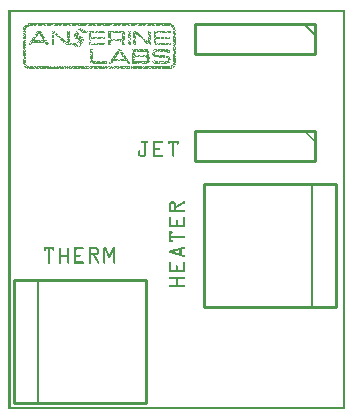
<source format=gto>
G04 MADE WITH FRITZING*
G04 WWW.FRITZING.ORG*
G04 DOUBLE SIDED*
G04 HOLES PLATED*
G04 CONTOUR ON CENTER OF CONTOUR VECTOR*
%FSLAX26Y26*%
%MOIN*%
%ADD10C,0.010000*%
%ADD11C,0.005000*%
%ADD12C,0.000100*%
%ADD13R,0.001000X0.001000*%
%G04SILK1*%
%FSLAX26Y26*%
%MOIN*%
D10*
X1020790Y928177D02*
X620790Y928177D01*
D02*
X620790Y928177D02*
X620790Y828177D01*
D02*
X620790Y828177D02*
X1020790Y828177D01*
D02*
X1020790Y828177D02*
X1020790Y928177D01*
D02*
X1020790Y1282510D02*
X620790Y1282510D01*
D02*
X620790Y1282510D02*
X620790Y1182510D01*
D02*
X620790Y1182510D02*
X1020790Y1182510D01*
D02*
X1020790Y1182510D02*
X1020790Y1282510D01*
D11*
D02*
X985790Y1282510D02*
X1020790Y1247510D01*
D10*
D02*
X460244Y22000D02*
X460244Y432000D01*
D02*
X460244Y432000D02*
X20244Y432000D01*
D02*
X20244Y432000D02*
X20244Y22000D01*
D02*
X20244Y22000D02*
X460244Y22000D01*
D11*
D02*
X100244Y432000D02*
X100244Y22000D01*
D10*
D02*
X651422Y750110D02*
X651422Y340110D01*
D02*
X651422Y340110D02*
X1091420Y340110D01*
D02*
X1091420Y340110D02*
X1091420Y750110D01*
D02*
X1091420Y750110D02*
X651422Y750110D01*
D11*
D02*
X1011420Y340110D02*
X1011420Y750110D01*
D12*
G36*
X58447Y1268102D02*
X58447Y1267507D01*
X59042Y1267507D01*
X59042Y1268102D01*
X58447Y1268102D01*
G37*
D02*
G36*
X143649Y1261548D02*
X143649Y1260952D01*
X144841Y1260952D01*
X144841Y1261548D01*
X143649Y1261548D01*
G37*
D02*
G36*
X145437Y1261548D02*
X145437Y1260952D01*
X147224Y1260952D01*
X147224Y1261548D01*
X145437Y1261548D01*
G37*
D02*
G36*
X147820Y1261548D02*
X147820Y1260952D01*
X149608Y1260952D01*
X149608Y1261548D01*
X147820Y1261548D01*
G37*
D02*
G36*
X150203Y1261548D02*
X150203Y1260952D01*
X151991Y1260952D01*
X151991Y1261548D01*
X150203Y1261548D01*
G37*
D02*
G36*
X152587Y1261548D02*
X152587Y1260952D01*
X153778Y1260952D01*
X153778Y1260357D01*
X154374Y1260357D01*
X154374Y1261548D01*
X152587Y1261548D01*
G37*
D02*
G36*
X194890Y1261548D02*
X194890Y1260952D01*
X194294Y1260952D01*
X194294Y1260357D01*
X194890Y1260357D01*
X194890Y1260952D01*
X196082Y1260952D01*
X196082Y1261548D01*
X194890Y1261548D01*
G37*
D02*
G36*
X196677Y1261548D02*
X196677Y1260952D01*
X198465Y1260952D01*
X198465Y1261548D01*
X196677Y1261548D01*
G37*
D02*
G36*
X199061Y1261548D02*
X199061Y1260952D01*
X200848Y1260952D01*
X200848Y1261548D01*
X199061Y1261548D01*
G37*
D02*
G36*
X201444Y1261548D02*
X201444Y1260952D01*
X202636Y1260952D01*
X202636Y1260357D01*
X203827Y1260357D01*
X203827Y1260952D01*
X203232Y1260952D01*
X203232Y1261548D01*
X201444Y1261548D01*
G37*
D02*
G36*
X144245Y1260952D02*
X144245Y1260357D01*
X146032Y1260357D01*
X146032Y1260952D01*
X144245Y1260952D01*
G37*
D02*
G36*
X144245Y1260952D02*
X144245Y1260357D01*
X146032Y1260357D01*
X146032Y1260952D01*
X144245Y1260952D01*
G37*
D02*
G36*
X146628Y1260952D02*
X146628Y1260357D01*
X148416Y1260357D01*
X148416Y1260952D01*
X146628Y1260952D01*
G37*
D02*
G36*
X146628Y1260952D02*
X146628Y1260357D01*
X148416Y1260357D01*
X148416Y1260952D01*
X146628Y1260952D01*
G37*
D02*
G36*
X149012Y1260952D02*
X149012Y1260357D01*
X150799Y1260357D01*
X150799Y1260952D01*
X149012Y1260952D01*
G37*
D02*
G36*
X149012Y1260952D02*
X149012Y1260357D01*
X150799Y1260357D01*
X150799Y1260952D01*
X149012Y1260952D01*
G37*
D02*
G36*
X151395Y1260952D02*
X151395Y1260357D01*
X153182Y1260357D01*
X153182Y1260952D01*
X151395Y1260952D01*
G37*
D02*
G36*
X151395Y1260952D02*
X151395Y1260357D01*
X153182Y1260357D01*
X153182Y1260952D01*
X151395Y1260952D01*
G37*
D02*
G36*
X195486Y1260952D02*
X195486Y1260357D01*
X197273Y1260357D01*
X197273Y1260952D01*
X195486Y1260952D01*
G37*
D02*
G36*
X195486Y1260952D02*
X195486Y1260357D01*
X197273Y1260357D01*
X197273Y1260952D01*
X195486Y1260952D01*
G37*
D02*
G36*
X197869Y1260952D02*
X197869Y1260357D01*
X199657Y1260357D01*
X199657Y1260952D01*
X197869Y1260952D01*
G37*
D02*
G36*
X197869Y1260952D02*
X197869Y1260357D01*
X199657Y1260357D01*
X199657Y1260952D01*
X197869Y1260952D01*
G37*
D02*
G36*
X200252Y1260952D02*
X200252Y1260357D01*
X202040Y1260357D01*
X202040Y1260952D01*
X200252Y1260952D01*
G37*
D02*
G36*
X200252Y1260952D02*
X200252Y1260357D01*
X202040Y1260357D01*
X202040Y1260952D01*
X200252Y1260952D01*
G37*
D02*
G36*
X143649Y1260357D02*
X143649Y1259761D01*
X147224Y1259761D01*
X147224Y1260357D01*
X143649Y1260357D01*
G37*
D02*
G36*
X143649Y1260357D02*
X143649Y1259761D01*
X147224Y1259761D01*
X147224Y1260357D01*
X143649Y1260357D01*
G37*
D02*
G36*
X147820Y1260357D02*
X147820Y1259761D01*
X149608Y1259761D01*
X149608Y1260357D01*
X147820Y1260357D01*
G37*
D02*
G36*
X147820Y1260357D02*
X147820Y1259761D01*
X149608Y1259761D01*
X149608Y1260357D01*
X147820Y1260357D01*
G37*
D02*
G36*
X150203Y1260357D02*
X150203Y1259761D01*
X151991Y1259761D01*
X151991Y1260357D01*
X150203Y1260357D01*
G37*
D02*
G36*
X150203Y1260357D02*
X150203Y1259761D01*
X151991Y1259761D01*
X151991Y1260357D01*
X150203Y1260357D01*
G37*
D02*
G36*
X152587Y1260357D02*
X152587Y1259761D01*
X155566Y1259761D01*
X155566Y1260357D01*
X152587Y1260357D01*
G37*
D02*
G36*
X152587Y1260357D02*
X152587Y1259761D01*
X155566Y1259761D01*
X155566Y1260357D01*
X152587Y1260357D01*
G37*
D02*
G36*
X194294Y1260357D02*
X194294Y1259761D01*
X196082Y1259761D01*
X196082Y1260357D01*
X194294Y1260357D01*
G37*
D02*
G36*
X194294Y1260357D02*
X194294Y1259761D01*
X196082Y1259761D01*
X196082Y1260357D01*
X194294Y1260357D01*
G37*
D02*
G36*
X196677Y1260357D02*
X196677Y1259761D01*
X198465Y1259761D01*
X198465Y1260357D01*
X196677Y1260357D01*
G37*
D02*
G36*
X196677Y1260357D02*
X196677Y1259761D01*
X198465Y1259761D01*
X198465Y1260357D01*
X196677Y1260357D01*
G37*
D02*
G36*
X199061Y1260357D02*
X199061Y1259761D01*
X200848Y1259761D01*
X200848Y1260357D01*
X199061Y1260357D01*
G37*
D02*
G36*
X199061Y1260357D02*
X199061Y1259761D01*
X200848Y1259761D01*
X200848Y1260357D01*
X199061Y1260357D01*
G37*
D02*
G36*
X201444Y1260357D02*
X201444Y1259761D01*
X203827Y1259761D01*
X203827Y1260357D01*
X201444Y1260357D01*
G37*
D02*
G36*
X201444Y1260357D02*
X201444Y1259761D01*
X203827Y1259761D01*
X203827Y1260357D01*
X201444Y1260357D01*
G37*
D02*
G36*
X143649Y1259761D02*
X143649Y1259165D01*
X144245Y1259165D01*
X144245Y1259761D01*
X143649Y1259761D01*
G37*
D02*
G36*
X144841Y1259761D02*
X144841Y1259165D01*
X145437Y1259165D01*
X145437Y1259761D01*
X144841Y1259761D01*
G37*
D02*
G36*
X146032Y1259761D02*
X146032Y1259165D01*
X148416Y1259165D01*
X148416Y1259761D01*
X146032Y1259761D01*
G37*
D02*
G36*
X146032Y1259761D02*
X146032Y1259165D01*
X148416Y1259165D01*
X148416Y1259761D01*
X146032Y1259761D01*
G37*
D02*
G36*
X149012Y1259761D02*
X149012Y1259165D01*
X153182Y1259165D01*
X153182Y1259761D01*
X149012Y1259761D01*
G37*
D02*
G36*
X149012Y1259761D02*
X149012Y1259165D01*
X153182Y1259165D01*
X153182Y1259761D01*
X149012Y1259761D01*
G37*
D02*
G36*
X149012Y1259761D02*
X149012Y1259165D01*
X153182Y1259165D01*
X153182Y1259761D01*
X149012Y1259761D01*
G37*
D02*
G36*
X153778Y1259761D02*
X153778Y1259165D01*
X154970Y1259165D01*
X154970Y1259761D01*
X153778Y1259761D01*
G37*
D02*
G36*
X155566Y1259761D02*
X155566Y1259165D01*
X156162Y1259165D01*
X156162Y1259761D01*
X155566Y1259761D01*
G37*
D02*
G36*
X194890Y1259761D02*
X194890Y1259165D01*
X197273Y1259165D01*
X197273Y1259761D01*
X194890Y1259761D01*
G37*
D02*
G36*
X194890Y1259761D02*
X194890Y1259165D01*
X197273Y1259165D01*
X197273Y1259761D01*
X194890Y1259761D01*
G37*
D02*
G36*
X197869Y1259761D02*
X197869Y1259165D01*
X202040Y1259165D01*
X202040Y1259761D01*
X197869Y1259761D01*
G37*
D02*
G36*
X197869Y1259761D02*
X197869Y1259165D01*
X202040Y1259165D01*
X202040Y1259761D01*
X197869Y1259761D01*
G37*
D02*
G36*
X197869Y1259761D02*
X197869Y1259165D01*
X202040Y1259165D01*
X202040Y1259761D01*
X197869Y1259761D01*
G37*
D02*
G36*
X202636Y1259761D02*
X202636Y1259165D01*
X203232Y1259165D01*
X203232Y1259761D01*
X202636Y1259761D01*
G37*
D02*
G36*
X143649Y1259165D02*
X143649Y1258569D01*
X146032Y1258569D01*
X146032Y1259165D01*
X143649Y1259165D01*
G37*
D02*
G36*
X143649Y1259165D02*
X143649Y1258569D01*
X146032Y1258569D01*
X146032Y1259165D01*
X143649Y1259165D01*
G37*
D02*
G36*
X146628Y1259165D02*
X146628Y1258569D01*
X147224Y1258569D01*
X147224Y1259165D01*
X146628Y1259165D01*
G37*
D02*
G36*
X147820Y1259165D02*
X147820Y1258569D01*
X150203Y1258569D01*
X150203Y1259165D01*
X147820Y1259165D01*
G37*
D02*
G36*
X147820Y1259165D02*
X147820Y1258569D01*
X150203Y1258569D01*
X150203Y1259165D01*
X147820Y1259165D01*
G37*
D02*
G36*
X150799Y1259165D02*
X150799Y1258569D01*
X151395Y1258569D01*
X151395Y1259165D01*
X150799Y1259165D01*
G37*
D02*
G36*
X151991Y1259165D02*
X151991Y1258569D01*
X156757Y1258569D01*
X156757Y1259165D01*
X151991Y1259165D01*
G37*
D02*
G36*
X151991Y1259165D02*
X151991Y1258569D01*
X156757Y1258569D01*
X156757Y1259165D01*
X151991Y1259165D01*
G37*
D02*
G36*
X151991Y1259165D02*
X151991Y1258569D01*
X156757Y1258569D01*
X156757Y1259165D01*
X151991Y1259165D01*
G37*
D02*
G36*
X194294Y1259165D02*
X194294Y1258569D01*
X195486Y1258569D01*
X195486Y1259165D01*
X194294Y1259165D01*
G37*
D02*
G36*
X196082Y1259165D02*
X196082Y1258569D01*
X199061Y1258569D01*
X199061Y1259165D01*
X196082Y1259165D01*
G37*
D02*
G36*
X196082Y1259165D02*
X196082Y1258569D01*
X199061Y1258569D01*
X199061Y1259165D01*
X196082Y1259165D01*
G37*
D02*
G36*
X199657Y1259165D02*
X199657Y1258569D01*
X200252Y1258569D01*
X200252Y1259165D01*
X199657Y1259165D01*
G37*
D02*
G36*
X200848Y1259165D02*
X200848Y1258569D01*
X203827Y1258569D01*
X203827Y1259165D01*
X200848Y1259165D01*
G37*
D02*
G36*
X200848Y1259165D02*
X200848Y1258569D01*
X203827Y1258569D01*
X203827Y1259165D01*
X200848Y1259165D01*
G37*
D02*
G36*
X143649Y1258569D02*
X143649Y1257973D01*
X144245Y1257973D01*
X144245Y1258569D01*
X143649Y1258569D01*
G37*
D02*
G36*
X144841Y1258569D02*
X144841Y1257973D01*
X149012Y1257973D01*
X149012Y1258569D01*
X144841Y1258569D01*
G37*
D02*
G36*
X144841Y1258569D02*
X144841Y1257973D01*
X149012Y1257973D01*
X149012Y1258569D01*
X144841Y1258569D01*
G37*
D02*
G36*
X144841Y1258569D02*
X144841Y1257973D01*
X149012Y1257973D01*
X149012Y1258569D01*
X144841Y1258569D01*
G37*
D02*
G36*
X149608Y1258569D02*
X149608Y1257973D01*
X151991Y1257973D01*
X151991Y1258569D01*
X149608Y1258569D01*
G37*
D02*
G36*
X149608Y1258569D02*
X149608Y1257973D01*
X151991Y1257973D01*
X151991Y1258569D01*
X149608Y1258569D01*
G37*
D02*
G36*
X152587Y1258569D02*
X152587Y1257973D01*
X153182Y1257973D01*
X153182Y1258569D01*
X152587Y1258569D01*
G37*
D02*
G36*
X153778Y1258569D02*
X153778Y1257973D01*
X154374Y1257973D01*
X154374Y1258569D01*
X153778Y1258569D01*
G37*
D02*
G36*
X154970Y1258569D02*
X154970Y1257973D01*
X155566Y1257973D01*
X155566Y1258569D01*
X154970Y1258569D01*
G37*
D02*
G36*
X156162Y1258569D02*
X156162Y1257973D01*
X156757Y1257973D01*
X156757Y1257378D01*
X157353Y1257378D01*
X157353Y1258569D01*
X156162Y1258569D01*
G37*
D02*
G36*
X194294Y1258569D02*
X194294Y1257973D01*
X196082Y1257973D01*
X196082Y1258569D01*
X194294Y1258569D01*
G37*
D02*
G36*
X196677Y1258569D02*
X196677Y1257973D01*
X197273Y1257973D01*
X197273Y1258569D01*
X196677Y1258569D01*
G37*
D02*
G36*
X197869Y1258569D02*
X197869Y1257973D01*
X200848Y1257973D01*
X200848Y1258569D01*
X197869Y1258569D01*
G37*
D02*
G36*
X197869Y1258569D02*
X197869Y1257973D01*
X200848Y1257973D01*
X200848Y1258569D01*
X197869Y1258569D01*
G37*
D02*
G36*
X201444Y1258569D02*
X201444Y1257973D01*
X202040Y1257973D01*
X202040Y1258569D01*
X201444Y1258569D01*
G37*
D02*
G36*
X202636Y1258569D02*
X202636Y1257973D01*
X203827Y1257973D01*
X203827Y1258569D01*
X202636Y1258569D01*
G37*
D02*
G36*
X143649Y1257973D02*
X143649Y1257378D01*
X144841Y1257378D01*
X144841Y1257973D01*
X143649Y1257973D01*
G37*
D02*
G36*
X145437Y1257973D02*
X145437Y1257378D01*
X146032Y1257378D01*
X146032Y1257973D01*
X145437Y1257973D01*
G37*
D02*
G36*
X146628Y1257973D02*
X146628Y1257378D01*
X147820Y1257378D01*
X147820Y1257973D01*
X146628Y1257973D01*
G37*
D02*
G36*
X148416Y1257973D02*
X148416Y1257378D01*
X150203Y1257378D01*
X150203Y1257973D01*
X148416Y1257973D01*
G37*
D02*
G36*
X148416Y1257973D02*
X148416Y1257378D01*
X150203Y1257378D01*
X150203Y1257973D01*
X148416Y1257973D01*
G37*
D02*
G36*
X150799Y1257973D02*
X150799Y1257378D01*
X156162Y1257378D01*
X156162Y1257973D01*
X150799Y1257973D01*
G37*
D02*
G36*
X150799Y1257973D02*
X150799Y1257378D01*
X156162Y1257378D01*
X156162Y1257973D01*
X150799Y1257973D01*
G37*
D02*
G36*
X150799Y1257973D02*
X150799Y1257378D01*
X156162Y1257378D01*
X156162Y1257973D01*
X150799Y1257973D01*
G37*
D02*
G36*
X150799Y1257973D02*
X150799Y1257378D01*
X156162Y1257378D01*
X156162Y1257973D01*
X150799Y1257973D01*
G37*
D02*
G36*
X157949Y1257973D02*
X157949Y1257378D01*
X158545Y1257378D01*
X158545Y1257973D01*
X157949Y1257973D01*
G37*
D02*
G36*
X194890Y1257973D02*
X194890Y1257378D01*
X198465Y1257378D01*
X198465Y1257973D01*
X194890Y1257973D01*
G37*
D02*
G36*
X194890Y1257973D02*
X194890Y1257378D01*
X198465Y1257378D01*
X198465Y1257973D01*
X194890Y1257973D01*
G37*
D02*
G36*
X194890Y1257973D02*
X194890Y1257378D01*
X198465Y1257378D01*
X198465Y1257973D01*
X194890Y1257973D01*
G37*
D02*
G36*
X199061Y1257973D02*
X199061Y1257378D01*
X199657Y1257378D01*
X199657Y1257973D01*
X199061Y1257973D01*
G37*
D02*
G36*
X200252Y1257973D02*
X200252Y1257378D01*
X203232Y1257378D01*
X203232Y1257973D01*
X200252Y1257973D01*
G37*
D02*
G36*
X200252Y1257973D02*
X200252Y1257378D01*
X203232Y1257378D01*
X203232Y1257973D01*
X200252Y1257973D01*
G37*
D02*
G36*
X200252Y1257973D02*
X200252Y1257378D01*
X203232Y1257378D01*
X203232Y1257973D01*
X200252Y1257973D01*
G37*
D02*
G36*
X144245Y1257378D02*
X144245Y1256782D01*
X147224Y1256782D01*
X147224Y1257378D01*
X144245Y1257378D01*
G37*
D02*
G36*
X144245Y1257378D02*
X144245Y1256782D01*
X147224Y1256782D01*
X147224Y1257378D01*
X144245Y1257378D01*
G37*
D02*
G36*
X144245Y1257378D02*
X144245Y1256782D01*
X147224Y1256782D01*
X147224Y1257378D01*
X144245Y1257378D01*
G37*
D02*
G36*
X147820Y1257378D02*
X147820Y1256782D01*
X149012Y1256782D01*
X149012Y1257378D01*
X147820Y1257378D01*
G37*
D02*
G36*
X149608Y1257378D02*
X149608Y1256782D01*
X151395Y1256782D01*
X151395Y1257378D01*
X149608Y1257378D01*
G37*
D02*
G36*
X149608Y1257378D02*
X149608Y1256782D01*
X151395Y1256782D01*
X151395Y1257378D01*
X149608Y1257378D01*
G37*
D02*
G36*
X151991Y1257378D02*
X151991Y1256782D01*
X153182Y1256782D01*
X153182Y1257378D01*
X151991Y1257378D01*
G37*
D02*
G36*
X153778Y1257378D02*
X153778Y1256782D01*
X154374Y1256782D01*
X154374Y1257378D01*
X153778Y1257378D01*
G37*
D02*
G36*
X154970Y1257378D02*
X154970Y1256782D01*
X159141Y1256782D01*
X159141Y1257378D01*
X154970Y1257378D01*
G37*
D02*
G36*
X154970Y1257378D02*
X154970Y1256782D01*
X159141Y1256782D01*
X159141Y1257378D01*
X154970Y1257378D01*
G37*
D02*
G36*
X154970Y1257378D02*
X154970Y1256782D01*
X159141Y1256782D01*
X159141Y1257378D01*
X154970Y1257378D01*
G37*
D02*
G36*
X194294Y1257378D02*
X194294Y1256782D01*
X195486Y1256782D01*
X195486Y1257378D01*
X194294Y1257378D01*
G37*
D02*
G36*
X196082Y1257378D02*
X196082Y1256782D01*
X197273Y1256782D01*
X197273Y1257378D01*
X196082Y1257378D01*
G37*
D02*
G36*
X197869Y1257378D02*
X197869Y1256782D01*
X200848Y1256782D01*
X200848Y1257378D01*
X197869Y1257378D01*
G37*
D02*
G36*
X197869Y1257378D02*
X197869Y1256782D01*
X200848Y1256782D01*
X200848Y1257378D01*
X197869Y1257378D01*
G37*
D02*
G36*
X197869Y1257378D02*
X197869Y1256782D01*
X200848Y1256782D01*
X200848Y1257378D01*
X197869Y1257378D01*
G37*
D02*
G36*
X201444Y1257378D02*
X201444Y1256782D01*
X202636Y1256782D01*
X202636Y1256186D01*
X203232Y1256186D01*
X203232Y1256782D01*
X203827Y1256782D01*
X203827Y1257378D01*
X201444Y1257378D01*
G37*
D02*
G36*
X143649Y1256782D02*
X143649Y1255590D01*
X144245Y1255590D01*
X144245Y1256186D01*
X145437Y1256186D01*
X145437Y1256782D01*
X143649Y1256782D01*
G37*
D02*
G36*
X146032Y1256782D02*
X146032Y1256186D01*
X150203Y1256186D01*
X150203Y1256782D01*
X146032Y1256782D01*
G37*
D02*
G36*
X146032Y1256782D02*
X146032Y1256186D01*
X150203Y1256186D01*
X150203Y1256782D01*
X146032Y1256782D01*
G37*
D02*
G36*
X146032Y1256782D02*
X146032Y1256186D01*
X150203Y1256186D01*
X150203Y1256782D01*
X146032Y1256782D01*
G37*
D02*
G36*
X150799Y1256782D02*
X150799Y1256186D01*
X152587Y1256186D01*
X152587Y1256782D01*
X150799Y1256782D01*
G37*
D02*
G36*
X150799Y1256782D02*
X150799Y1256186D01*
X152587Y1256186D01*
X152587Y1256782D01*
X150799Y1256782D01*
G37*
D02*
G36*
X153182Y1256782D02*
X153182Y1256186D01*
X155566Y1256186D01*
X155566Y1256782D01*
X153182Y1256782D01*
G37*
D02*
G36*
X153182Y1256782D02*
X153182Y1256186D01*
X155566Y1256186D01*
X155566Y1256782D01*
X153182Y1256782D01*
G37*
D02*
G36*
X156162Y1256782D02*
X156162Y1256186D01*
X157353Y1256186D01*
X157353Y1256782D01*
X156162Y1256782D01*
G37*
D02*
G36*
X157949Y1256782D02*
X157949Y1256186D01*
X158545Y1256186D01*
X158545Y1256782D01*
X157949Y1256782D01*
G37*
D02*
G36*
X159141Y1256782D02*
X159141Y1256186D01*
X159737Y1256186D01*
X159737Y1256782D01*
X159141Y1256782D01*
G37*
D02*
G36*
X194294Y1256782D02*
X194294Y1256186D01*
X196082Y1256186D01*
X196082Y1256782D01*
X194294Y1256782D01*
G37*
D02*
G36*
X196677Y1256782D02*
X196677Y1256186D01*
X198465Y1256186D01*
X198465Y1256782D01*
X196677Y1256782D01*
G37*
D02*
G36*
X196677Y1256782D02*
X196677Y1256186D01*
X198465Y1256186D01*
X198465Y1256782D01*
X196677Y1256782D01*
G37*
D02*
G36*
X199061Y1256782D02*
X199061Y1256186D01*
X199657Y1256186D01*
X199657Y1256782D01*
X199061Y1256782D01*
G37*
D02*
G36*
X200252Y1256782D02*
X200252Y1256186D01*
X202040Y1256186D01*
X202040Y1256782D01*
X200252Y1256782D01*
G37*
D02*
G36*
X200252Y1256782D02*
X200252Y1256186D01*
X202040Y1256186D01*
X202040Y1256782D01*
X200252Y1256782D01*
G37*
D02*
G36*
X144841Y1256186D02*
X144841Y1255590D01*
X146628Y1255590D01*
X146628Y1256186D01*
X144841Y1256186D01*
G37*
D02*
G36*
X144841Y1256186D02*
X144841Y1255590D01*
X146628Y1255590D01*
X146628Y1256186D01*
X144841Y1256186D01*
G37*
D02*
G36*
X147224Y1256186D02*
X147224Y1255590D01*
X147820Y1255590D01*
X147820Y1256186D01*
X147224Y1256186D01*
G37*
D02*
G36*
X148416Y1256186D02*
X148416Y1255590D01*
X149012Y1255590D01*
X149012Y1256186D01*
X148416Y1256186D01*
G37*
D02*
G36*
X149608Y1256186D02*
X149608Y1255590D01*
X151395Y1255590D01*
X151395Y1256186D01*
X149608Y1256186D01*
G37*
D02*
G36*
X149608Y1256186D02*
X149608Y1255590D01*
X151395Y1255590D01*
X151395Y1256186D01*
X149608Y1256186D01*
G37*
D02*
G36*
X151991Y1256186D02*
X151991Y1255590D01*
X154374Y1255590D01*
X154374Y1256186D01*
X151991Y1256186D01*
G37*
D02*
G36*
X151991Y1256186D02*
X151991Y1255590D01*
X154374Y1255590D01*
X154374Y1256186D01*
X151991Y1256186D01*
G37*
D02*
G36*
X154970Y1256186D02*
X154970Y1255590D01*
X156757Y1255590D01*
X156757Y1256186D01*
X154970Y1256186D01*
G37*
D02*
G36*
X154970Y1256186D02*
X154970Y1255590D01*
X156757Y1255590D01*
X156757Y1256186D01*
X154970Y1256186D01*
G37*
D02*
G36*
X157353Y1256186D02*
X157353Y1255590D01*
X159737Y1255590D01*
X159737Y1256186D01*
X157353Y1256186D01*
G37*
D02*
G36*
X157353Y1256186D02*
X157353Y1255590D01*
X159737Y1255590D01*
X159737Y1256186D01*
X157353Y1256186D01*
G37*
D02*
G36*
X194890Y1256186D02*
X194890Y1255590D01*
X197273Y1255590D01*
X197273Y1256186D01*
X194890Y1256186D01*
G37*
D02*
G36*
X194890Y1256186D02*
X194890Y1255590D01*
X197273Y1255590D01*
X197273Y1256186D01*
X194890Y1256186D01*
G37*
D02*
G36*
X197869Y1256186D02*
X197869Y1255590D01*
X200848Y1255590D01*
X200848Y1256186D01*
X197869Y1256186D01*
G37*
D02*
G36*
X197869Y1256186D02*
X197869Y1255590D01*
X200848Y1255590D01*
X200848Y1256186D01*
X197869Y1256186D01*
G37*
D02*
G36*
X197869Y1256186D02*
X197869Y1255590D01*
X200848Y1255590D01*
X200848Y1256186D01*
X197869Y1256186D01*
G37*
D02*
G36*
X201444Y1256186D02*
X201444Y1255590D01*
X203827Y1255590D01*
X203827Y1256186D01*
X201444Y1256186D01*
G37*
D02*
G36*
X201444Y1256186D02*
X201444Y1255590D01*
X203827Y1255590D01*
X203827Y1256186D01*
X201444Y1256186D01*
G37*
D02*
G36*
X143649Y1255590D02*
X143649Y1254994D01*
X145437Y1254994D01*
X145437Y1255590D01*
X143649Y1255590D01*
G37*
D02*
G36*
X143649Y1255590D02*
X143649Y1254994D01*
X145437Y1254994D01*
X145437Y1255590D01*
X143649Y1255590D01*
G37*
D02*
G36*
X146032Y1255590D02*
X146032Y1254994D01*
X152587Y1254994D01*
X152587Y1255590D01*
X146032Y1255590D01*
G37*
D02*
G36*
X146032Y1255590D02*
X146032Y1254994D01*
X152587Y1254994D01*
X152587Y1255590D01*
X146032Y1255590D01*
G37*
D02*
G36*
X146032Y1255590D02*
X146032Y1254994D01*
X152587Y1254994D01*
X152587Y1255590D01*
X146032Y1255590D01*
G37*
D02*
G36*
X146032Y1255590D02*
X146032Y1254994D01*
X152587Y1254994D01*
X152587Y1255590D01*
X146032Y1255590D01*
G37*
D02*
G36*
X146032Y1255590D02*
X146032Y1254994D01*
X152587Y1254994D01*
X152587Y1255590D01*
X146032Y1255590D01*
G37*
D02*
G36*
X153182Y1255590D02*
X153182Y1254994D01*
X155566Y1254994D01*
X155566Y1255590D01*
X153182Y1255590D01*
G37*
D02*
G36*
X153182Y1255590D02*
X153182Y1254994D01*
X155566Y1254994D01*
X155566Y1255590D01*
X153182Y1255590D01*
G37*
D02*
G36*
X156162Y1255590D02*
X156162Y1254994D01*
X158545Y1254994D01*
X158545Y1255590D01*
X156162Y1255590D01*
G37*
D02*
G36*
X156162Y1255590D02*
X156162Y1254994D01*
X158545Y1254994D01*
X158545Y1255590D01*
X156162Y1255590D01*
G37*
D02*
G36*
X159141Y1255590D02*
X159141Y1254994D01*
X160928Y1254994D01*
X160928Y1254398D01*
X161524Y1254398D01*
X161524Y1254994D01*
X160928Y1254994D01*
X160928Y1255590D01*
X159141Y1255590D01*
G37*
D02*
G36*
X194294Y1255590D02*
X194294Y1254994D01*
X195486Y1254994D01*
X195486Y1255590D01*
X194294Y1255590D01*
G37*
D02*
G36*
X196082Y1255590D02*
X196082Y1254994D01*
X198465Y1254994D01*
X198465Y1255590D01*
X196082Y1255590D01*
G37*
D02*
G36*
X196082Y1255590D02*
X196082Y1254994D01*
X198465Y1254994D01*
X198465Y1255590D01*
X196082Y1255590D01*
G37*
D02*
G36*
X199061Y1255590D02*
X199061Y1254994D01*
X202040Y1254994D01*
X202040Y1255590D01*
X199061Y1255590D01*
G37*
D02*
G36*
X199061Y1255590D02*
X199061Y1254994D01*
X202040Y1254994D01*
X202040Y1255590D01*
X199061Y1255590D01*
G37*
D02*
G36*
X202636Y1255590D02*
X202636Y1254994D01*
X203827Y1254994D01*
X203827Y1255590D01*
X202636Y1255590D01*
G37*
D02*
G36*
X144245Y1254994D02*
X144245Y1254398D01*
X146628Y1254398D01*
X146628Y1254994D01*
X144245Y1254994D01*
G37*
D02*
G36*
X144245Y1254994D02*
X144245Y1254398D01*
X146628Y1254398D01*
X146628Y1254994D01*
X144245Y1254994D01*
G37*
D02*
G36*
X147224Y1254994D02*
X147224Y1254398D01*
X148416Y1254398D01*
X148416Y1254994D01*
X147224Y1254994D01*
G37*
D02*
G36*
X149012Y1254994D02*
X149012Y1254398D01*
X149608Y1254398D01*
X149608Y1254994D01*
X149012Y1254994D01*
G37*
D02*
G36*
X150203Y1254994D02*
X150203Y1254398D01*
X150799Y1254398D01*
X150799Y1254994D01*
X150203Y1254994D01*
G37*
D02*
G36*
X151395Y1254994D02*
X151395Y1254398D01*
X153778Y1254398D01*
X153778Y1254994D01*
X151395Y1254994D01*
G37*
D02*
G36*
X151395Y1254994D02*
X151395Y1254398D01*
X153778Y1254398D01*
X153778Y1254994D01*
X151395Y1254994D01*
G37*
D02*
G36*
X154374Y1254994D02*
X154374Y1254398D01*
X156757Y1254398D01*
X156757Y1254994D01*
X154374Y1254994D01*
G37*
D02*
G36*
X154374Y1254994D02*
X154374Y1254398D01*
X156757Y1254398D01*
X156757Y1254994D01*
X154374Y1254994D01*
G37*
D02*
G36*
X157353Y1254994D02*
X157353Y1254398D01*
X160332Y1254398D01*
X160332Y1254994D01*
X157353Y1254994D01*
G37*
D02*
G36*
X157353Y1254994D02*
X157353Y1254398D01*
X160332Y1254398D01*
X160332Y1254994D01*
X157353Y1254994D01*
G37*
D02*
G36*
X194294Y1254994D02*
X194294Y1254398D01*
X196082Y1254398D01*
X196082Y1254994D01*
X194294Y1254994D01*
G37*
D02*
G36*
X196677Y1254994D02*
X196677Y1254398D01*
X197273Y1254398D01*
X197273Y1254994D01*
X196677Y1254994D01*
G37*
D02*
G36*
X197869Y1254994D02*
X197869Y1254398D01*
X199657Y1254398D01*
X199657Y1254994D01*
X197869Y1254994D01*
G37*
D02*
G36*
X197869Y1254994D02*
X197869Y1254398D01*
X199657Y1254398D01*
X199657Y1254994D01*
X197869Y1254994D01*
G37*
D02*
G36*
X200252Y1254994D02*
X200252Y1254398D01*
X200848Y1254398D01*
X200848Y1254994D01*
X200252Y1254994D01*
G37*
D02*
G36*
X201444Y1254994D02*
X201444Y1254398D01*
X203232Y1254398D01*
X203232Y1254994D01*
X201444Y1254994D01*
G37*
D02*
G36*
X201444Y1254994D02*
X201444Y1254398D01*
X203232Y1254398D01*
X203232Y1254994D01*
X201444Y1254994D01*
G37*
D02*
G36*
X143649Y1254398D02*
X143649Y1253803D01*
X144841Y1253803D01*
X144841Y1254398D01*
X143649Y1254398D01*
G37*
D02*
G36*
X145437Y1254398D02*
X145437Y1253803D01*
X147820Y1253803D01*
X147820Y1254398D01*
X145437Y1254398D01*
G37*
D02*
G36*
X145437Y1254398D02*
X145437Y1253803D01*
X147820Y1253803D01*
X147820Y1254398D01*
X145437Y1254398D01*
G37*
D02*
G36*
X148416Y1254398D02*
X148416Y1253803D01*
X151991Y1253803D01*
X151991Y1254398D01*
X148416Y1254398D01*
G37*
D02*
G36*
X148416Y1254398D02*
X148416Y1253803D01*
X151991Y1253803D01*
X151991Y1254398D01*
X148416Y1254398D01*
G37*
D02*
G36*
X148416Y1254398D02*
X148416Y1253803D01*
X151991Y1253803D01*
X151991Y1254398D01*
X148416Y1254398D01*
G37*
D02*
G36*
X152587Y1254398D02*
X152587Y1253803D01*
X154374Y1253803D01*
X154374Y1254398D01*
X152587Y1254398D01*
G37*
D02*
G36*
X154970Y1254398D02*
X154970Y1253803D01*
X155566Y1253803D01*
X155566Y1254398D01*
X154970Y1254398D01*
G37*
D02*
G36*
X156162Y1254398D02*
X156162Y1253803D01*
X157949Y1253803D01*
X157949Y1254398D01*
X156162Y1254398D01*
G37*
D02*
G36*
X156162Y1254398D02*
X156162Y1253803D01*
X157949Y1253803D01*
X157949Y1254398D01*
X156162Y1254398D01*
G37*
D02*
G36*
X158545Y1254398D02*
X158545Y1253803D01*
X159141Y1253803D01*
X159141Y1254398D01*
X158545Y1254398D01*
G37*
D02*
G36*
X159737Y1254398D02*
X159737Y1253803D01*
X162120Y1253803D01*
X162120Y1254398D01*
X159737Y1254398D01*
G37*
D02*
G36*
X159737Y1254398D02*
X159737Y1253803D01*
X162120Y1253803D01*
X162120Y1254398D01*
X159737Y1254398D01*
G37*
D02*
G36*
X194890Y1254398D02*
X194890Y1253803D01*
X198465Y1253803D01*
X198465Y1254398D01*
X194890Y1254398D01*
G37*
D02*
G36*
X194890Y1254398D02*
X194890Y1253803D01*
X198465Y1253803D01*
X198465Y1254398D01*
X194890Y1254398D01*
G37*
D02*
G36*
X194890Y1254398D02*
X194890Y1253803D01*
X198465Y1253803D01*
X198465Y1254398D01*
X194890Y1254398D01*
G37*
D02*
G36*
X199061Y1254398D02*
X199061Y1253803D01*
X202040Y1253803D01*
X202040Y1254398D01*
X199061Y1254398D01*
G37*
D02*
G36*
X199061Y1254398D02*
X199061Y1253803D01*
X202040Y1253803D01*
X202040Y1254398D01*
X199061Y1254398D01*
G37*
D02*
G36*
X199061Y1254398D02*
X199061Y1253803D01*
X202040Y1253803D01*
X202040Y1254398D01*
X199061Y1254398D01*
G37*
D02*
G36*
X202636Y1254398D02*
X202636Y1253803D01*
X203827Y1253803D01*
X203827Y1254398D01*
X202636Y1254398D01*
G37*
D02*
G36*
X143649Y1253803D02*
X143649Y1253207D01*
X145437Y1253207D01*
X145437Y1253803D01*
X143649Y1253803D01*
G37*
D02*
G36*
X146032Y1253803D02*
X146032Y1253207D01*
X146628Y1253207D01*
X146628Y1253803D01*
X146032Y1253803D01*
G37*
D02*
G36*
X147224Y1253803D02*
X147224Y1253207D01*
X149608Y1253207D01*
X149608Y1253803D01*
X147224Y1253803D01*
G37*
D02*
G36*
X147224Y1253803D02*
X147224Y1253207D01*
X149608Y1253207D01*
X149608Y1253803D01*
X147224Y1253803D01*
G37*
D02*
G36*
X150203Y1253803D02*
X150203Y1253207D01*
X150799Y1253207D01*
X150799Y1253803D01*
X150203Y1253803D01*
G37*
D02*
G36*
X151395Y1253803D02*
X151395Y1253207D01*
X153182Y1253207D01*
X153182Y1253803D01*
X151395Y1253803D01*
G37*
D02*
G36*
X151395Y1253803D02*
X151395Y1253207D01*
X153182Y1253207D01*
X153182Y1253803D01*
X151395Y1253803D01*
G37*
D02*
G36*
X153778Y1253803D02*
X153778Y1253207D01*
X156757Y1253207D01*
X156757Y1253803D01*
X153778Y1253803D01*
G37*
D02*
G36*
X153778Y1253803D02*
X153778Y1253207D01*
X156757Y1253207D01*
X156757Y1253803D01*
X153778Y1253803D01*
G37*
D02*
G36*
X153778Y1253803D02*
X153778Y1253207D01*
X156757Y1253207D01*
X156757Y1253803D01*
X153778Y1253803D01*
G37*
D02*
G36*
X157353Y1253803D02*
X157353Y1253207D01*
X160332Y1253207D01*
X160332Y1253803D01*
X157353Y1253803D01*
G37*
D02*
G36*
X157353Y1253803D02*
X157353Y1253207D01*
X160332Y1253207D01*
X160332Y1253803D01*
X157353Y1253803D01*
G37*
D02*
G36*
X157353Y1253803D02*
X157353Y1253207D01*
X160332Y1253207D01*
X160332Y1253803D01*
X157353Y1253803D01*
G37*
D02*
G36*
X160928Y1253803D02*
X160928Y1253207D01*
X161524Y1253207D01*
X161524Y1253803D01*
X160928Y1253803D01*
G37*
D02*
G36*
X162120Y1253803D02*
X162120Y1253207D01*
X162716Y1253207D01*
X162716Y1253803D01*
X162120Y1253803D01*
G37*
D02*
G36*
X194294Y1253803D02*
X194294Y1253207D01*
X195486Y1253207D01*
X195486Y1253803D01*
X194294Y1253803D01*
G37*
D02*
G36*
X196082Y1253803D02*
X196082Y1253207D01*
X197273Y1253207D01*
X197273Y1253803D01*
X196082Y1253803D01*
G37*
D02*
G36*
X197869Y1253803D02*
X197869Y1253207D01*
X199657Y1253207D01*
X199657Y1253803D01*
X197869Y1253803D01*
G37*
D02*
G36*
X197869Y1253803D02*
X197869Y1253207D01*
X199657Y1253207D01*
X199657Y1253803D01*
X197869Y1253803D01*
G37*
D02*
G36*
X200252Y1253803D02*
X200252Y1253207D01*
X203827Y1253207D01*
X203827Y1253803D01*
X200252Y1253803D01*
G37*
D02*
G36*
X200252Y1253803D02*
X200252Y1253207D01*
X203827Y1253207D01*
X203827Y1253803D01*
X200252Y1253803D01*
G37*
D02*
G36*
X144245Y1253207D02*
X144245Y1252611D01*
X148416Y1252611D01*
X148416Y1253207D01*
X144245Y1253207D01*
G37*
D02*
G36*
X144245Y1253207D02*
X144245Y1252611D01*
X148416Y1252611D01*
X148416Y1253207D01*
X144245Y1253207D01*
G37*
D02*
G36*
X144245Y1253207D02*
X144245Y1252611D01*
X148416Y1252611D01*
X148416Y1253207D01*
X144245Y1253207D01*
G37*
D02*
G36*
X149012Y1253207D02*
X149012Y1252611D01*
X151991Y1252611D01*
X151991Y1253207D01*
X149012Y1253207D01*
G37*
D02*
G36*
X149012Y1253207D02*
X149012Y1252611D01*
X151991Y1252611D01*
X151991Y1253207D01*
X149012Y1253207D01*
G37*
D02*
G36*
X149012Y1253207D02*
X149012Y1252611D01*
X151991Y1252611D01*
X151991Y1253207D01*
X149012Y1253207D01*
G37*
D02*
G36*
X152587Y1253207D02*
X152587Y1252611D01*
X154374Y1252611D01*
X154374Y1253207D01*
X152587Y1253207D01*
G37*
D02*
G36*
X152587Y1253207D02*
X152587Y1252611D01*
X154374Y1252611D01*
X154374Y1253207D01*
X152587Y1253207D01*
G37*
D02*
G36*
X154970Y1253207D02*
X154970Y1252611D01*
X157949Y1252611D01*
X157949Y1253207D01*
X154970Y1253207D01*
G37*
D02*
G36*
X154970Y1253207D02*
X154970Y1252611D01*
X157949Y1252611D01*
X157949Y1253207D01*
X154970Y1253207D01*
G37*
D02*
G36*
X158545Y1253207D02*
X158545Y1252611D01*
X163311Y1252611D01*
X163311Y1253207D01*
X158545Y1253207D01*
G37*
D02*
G36*
X158545Y1253207D02*
X158545Y1252611D01*
X163311Y1252611D01*
X163311Y1253207D01*
X158545Y1253207D01*
G37*
D02*
G36*
X158545Y1253207D02*
X158545Y1252611D01*
X163311Y1252611D01*
X163311Y1253207D01*
X158545Y1253207D01*
G37*
D02*
G36*
X194294Y1253207D02*
X194294Y1252611D01*
X196082Y1252611D01*
X196082Y1253207D01*
X194294Y1253207D01*
G37*
D02*
G36*
X196677Y1253207D02*
X196677Y1252611D01*
X200848Y1252611D01*
X200848Y1253207D01*
X196677Y1253207D01*
G37*
D02*
G36*
X196677Y1253207D02*
X196677Y1252611D01*
X200848Y1252611D01*
X200848Y1253207D01*
X196677Y1253207D01*
G37*
D02*
G36*
X196677Y1253207D02*
X196677Y1252611D01*
X200848Y1252611D01*
X200848Y1253207D01*
X196677Y1253207D01*
G37*
D02*
G36*
X201444Y1253207D02*
X201444Y1252611D01*
X202040Y1252611D01*
X202040Y1253207D01*
X201444Y1253207D01*
G37*
D02*
G36*
X202636Y1253207D02*
X202636Y1252611D01*
X203232Y1252611D01*
X203232Y1253207D01*
X202636Y1253207D01*
G37*
D02*
G36*
X143649Y1252611D02*
X143649Y1252015D01*
X144841Y1252015D01*
X144841Y1252611D01*
X143649Y1252611D01*
G37*
D02*
G36*
X145437Y1252611D02*
X145437Y1252015D01*
X146032Y1252015D01*
X146032Y1252611D01*
X145437Y1252611D01*
G37*
D02*
G36*
X146628Y1252611D02*
X146628Y1252015D01*
X147224Y1252015D01*
X147224Y1252611D01*
X146628Y1252611D01*
G37*
D02*
G36*
X147820Y1252611D02*
X147820Y1252015D01*
X149608Y1252015D01*
X149608Y1252611D01*
X147820Y1252611D01*
G37*
D02*
G36*
X147820Y1252611D02*
X147820Y1252015D01*
X149608Y1252015D01*
X149608Y1252611D01*
X147820Y1252611D01*
G37*
D02*
G36*
X150203Y1252611D02*
X150203Y1252015D01*
X153182Y1252015D01*
X153182Y1252611D01*
X150203Y1252611D01*
G37*
D02*
G36*
X150203Y1252611D02*
X150203Y1252015D01*
X153182Y1252015D01*
X153182Y1252611D01*
X150203Y1252611D01*
G37*
D02*
G36*
X153778Y1252611D02*
X153778Y1252015D01*
X155566Y1252015D01*
X155566Y1252611D01*
X153778Y1252611D01*
G37*
D02*
G36*
X153778Y1252611D02*
X153778Y1252015D01*
X155566Y1252015D01*
X155566Y1252611D01*
X153778Y1252611D01*
G37*
D02*
G36*
X156162Y1252611D02*
X156162Y1252015D01*
X156757Y1252015D01*
X156757Y1252611D01*
X156162Y1252611D01*
G37*
D02*
G36*
X157353Y1252611D02*
X157353Y1252015D01*
X159141Y1252015D01*
X159141Y1252611D01*
X157353Y1252611D01*
G37*
D02*
G36*
X157353Y1252611D02*
X157353Y1252015D01*
X159141Y1252015D01*
X159141Y1252611D01*
X157353Y1252611D01*
G37*
D02*
G36*
X159737Y1252611D02*
X159737Y1252015D01*
X160332Y1252015D01*
X160332Y1252611D01*
X159737Y1252611D01*
G37*
D02*
G36*
X160928Y1252611D02*
X160928Y1252015D01*
X162120Y1252015D01*
X162120Y1252611D01*
X160928Y1252611D01*
G37*
D02*
G36*
X162716Y1252611D02*
X162716Y1252015D01*
X163311Y1252015D01*
X163311Y1252611D01*
X162716Y1252611D01*
G37*
D02*
G36*
X194890Y1252611D02*
X194890Y1252015D01*
X197273Y1252015D01*
X197273Y1252611D01*
X194890Y1252611D01*
G37*
D02*
G36*
X194890Y1252611D02*
X194890Y1252015D01*
X197273Y1252015D01*
X197273Y1252611D01*
X194890Y1252611D01*
G37*
D02*
G36*
X197869Y1252611D02*
X197869Y1252015D01*
X198465Y1252015D01*
X198465Y1252611D01*
X197869Y1252611D01*
G37*
D02*
G36*
X199061Y1252611D02*
X199061Y1252015D01*
X199657Y1252015D01*
X199657Y1252611D01*
X199061Y1252611D01*
G37*
D02*
G36*
X200252Y1252611D02*
X200252Y1252015D01*
X203827Y1252015D01*
X203827Y1252611D01*
X200252Y1252611D01*
G37*
D02*
G36*
X200252Y1252611D02*
X200252Y1252015D01*
X203827Y1252015D01*
X203827Y1252611D01*
X200252Y1252611D01*
G37*
D02*
G36*
X200252Y1252611D02*
X200252Y1252015D01*
X203827Y1252015D01*
X203827Y1252611D01*
X200252Y1252611D01*
G37*
D02*
G36*
X143649Y1252015D02*
X143649Y1251419D01*
X148416Y1251419D01*
X148416Y1252015D01*
X143649Y1252015D01*
G37*
D02*
G36*
X143649Y1252015D02*
X143649Y1251419D01*
X148416Y1251419D01*
X148416Y1252015D01*
X143649Y1252015D01*
G37*
D02*
G36*
X143649Y1252015D02*
X143649Y1251419D01*
X148416Y1251419D01*
X148416Y1252015D01*
X143649Y1252015D01*
G37*
D02*
G36*
X143649Y1252015D02*
X143649Y1251419D01*
X148416Y1251419D01*
X148416Y1252015D01*
X143649Y1252015D01*
G37*
D02*
G36*
X149012Y1252015D02*
X149012Y1251419D01*
X150799Y1251419D01*
X150799Y1252015D01*
X149012Y1252015D01*
G37*
D02*
G36*
X149012Y1252015D02*
X149012Y1251419D01*
X150799Y1251419D01*
X150799Y1252015D01*
X149012Y1252015D01*
G37*
D02*
G36*
X151395Y1252015D02*
X151395Y1251419D01*
X151991Y1251419D01*
X151991Y1252015D01*
X151395Y1252015D01*
G37*
D02*
G36*
X152587Y1252015D02*
X152587Y1251419D01*
X154374Y1251419D01*
X154374Y1252015D01*
X152587Y1252015D01*
G37*
D02*
G36*
X152587Y1252015D02*
X152587Y1251419D01*
X154374Y1251419D01*
X154374Y1252015D01*
X152587Y1252015D01*
G37*
D02*
G36*
X154970Y1252015D02*
X154970Y1251419D01*
X157949Y1251419D01*
X157949Y1252015D01*
X154970Y1252015D01*
G37*
D02*
G36*
X154970Y1252015D02*
X154970Y1251419D01*
X157949Y1251419D01*
X157949Y1252015D01*
X154970Y1252015D01*
G37*
D02*
G36*
X154970Y1252015D02*
X154970Y1251419D01*
X157949Y1251419D01*
X157949Y1252015D01*
X154970Y1252015D01*
G37*
D02*
G36*
X158545Y1252015D02*
X158545Y1251419D01*
X161524Y1251419D01*
X161524Y1252015D01*
X158545Y1252015D01*
G37*
D02*
G36*
X158545Y1252015D02*
X158545Y1251419D01*
X161524Y1251419D01*
X161524Y1252015D01*
X158545Y1252015D01*
G37*
D02*
G36*
X158545Y1252015D02*
X158545Y1251419D01*
X161524Y1251419D01*
X161524Y1252015D01*
X158545Y1252015D01*
G37*
D02*
G36*
X162120Y1252015D02*
X162120Y1251419D01*
X163907Y1251419D01*
X163907Y1250824D01*
X165099Y1250824D01*
X165099Y1250228D01*
X165695Y1250228D01*
X165695Y1250824D01*
X165099Y1250824D01*
X165099Y1251419D01*
X164503Y1251419D01*
X164503Y1252015D01*
X162120Y1252015D01*
G37*
D02*
G36*
X194294Y1252015D02*
X194294Y1251419D01*
X195486Y1251419D01*
X195486Y1252015D01*
X194294Y1252015D01*
G37*
D02*
G36*
X196082Y1252015D02*
X196082Y1251419D01*
X200848Y1251419D01*
X200848Y1252015D01*
X196082Y1252015D01*
G37*
D02*
G36*
X196082Y1252015D02*
X196082Y1251419D01*
X200848Y1251419D01*
X200848Y1252015D01*
X196082Y1252015D01*
G37*
D02*
G36*
X196082Y1252015D02*
X196082Y1251419D01*
X200848Y1251419D01*
X200848Y1252015D01*
X196082Y1252015D01*
G37*
D02*
G36*
X196082Y1252015D02*
X196082Y1251419D01*
X200848Y1251419D01*
X200848Y1252015D01*
X196082Y1252015D01*
G37*
D02*
G36*
X201444Y1252015D02*
X201444Y1251419D01*
X202040Y1251419D01*
X202040Y1252015D01*
X201444Y1252015D01*
G37*
D02*
G36*
X202636Y1252015D02*
X202636Y1251419D01*
X203827Y1251419D01*
X203827Y1252015D01*
X202636Y1252015D01*
G37*
D02*
G36*
X144245Y1251419D02*
X144245Y1250824D01*
X144841Y1250824D01*
X144841Y1251419D01*
X144245Y1251419D01*
G37*
D02*
G36*
X145437Y1251419D02*
X145437Y1250824D01*
X146628Y1250824D01*
X146628Y1251419D01*
X145437Y1251419D01*
G37*
D02*
G36*
X147224Y1251419D02*
X147224Y1250824D01*
X149608Y1250824D01*
X149608Y1251419D01*
X147224Y1251419D01*
G37*
D02*
G36*
X147224Y1251419D02*
X147224Y1250824D01*
X149608Y1250824D01*
X149608Y1251419D01*
X147224Y1251419D01*
G37*
D02*
G36*
X150203Y1251419D02*
X150203Y1250824D01*
X152587Y1250824D01*
X152587Y1251419D01*
X150203Y1251419D01*
G37*
D02*
G36*
X150203Y1251419D02*
X150203Y1250824D01*
X152587Y1250824D01*
X152587Y1251419D01*
X150203Y1251419D01*
G37*
D02*
G36*
X153182Y1251419D02*
X153182Y1250824D01*
X155566Y1250824D01*
X155566Y1251419D01*
X153182Y1251419D01*
G37*
D02*
G36*
X153182Y1251419D02*
X153182Y1250824D01*
X155566Y1250824D01*
X155566Y1251419D01*
X153182Y1251419D01*
G37*
D02*
G36*
X156162Y1251419D02*
X156162Y1250824D01*
X159141Y1250824D01*
X159141Y1251419D01*
X156162Y1251419D01*
G37*
D02*
G36*
X156162Y1251419D02*
X156162Y1250824D01*
X159141Y1250824D01*
X159141Y1251419D01*
X156162Y1251419D01*
G37*
D02*
G36*
X159737Y1251419D02*
X159737Y1250824D01*
X160332Y1250824D01*
X160332Y1251419D01*
X159737Y1251419D01*
G37*
D02*
G36*
X160928Y1251419D02*
X160928Y1250824D01*
X163311Y1250824D01*
X163311Y1251419D01*
X160928Y1251419D01*
G37*
D02*
G36*
X160928Y1251419D02*
X160928Y1250824D01*
X163311Y1250824D01*
X163311Y1251419D01*
X160928Y1251419D01*
G37*
D02*
G36*
X194294Y1251419D02*
X194294Y1250228D01*
X194890Y1250228D01*
X194890Y1250824D01*
X196082Y1250824D01*
X196082Y1251419D01*
X194294Y1251419D01*
G37*
D02*
G36*
X196677Y1251419D02*
X196677Y1250824D01*
X197273Y1250824D01*
X197273Y1251419D01*
X196677Y1251419D01*
G37*
D02*
G36*
X197869Y1251419D02*
X197869Y1250824D01*
X199061Y1250824D01*
X199061Y1251419D01*
X197869Y1251419D01*
G37*
D02*
G36*
X199657Y1251419D02*
X199657Y1250824D01*
X203232Y1250824D01*
X203232Y1251419D01*
X199657Y1251419D01*
G37*
D02*
G36*
X199657Y1251419D02*
X199657Y1250824D01*
X203232Y1250824D01*
X203232Y1251419D01*
X199657Y1251419D01*
G37*
D02*
G36*
X199657Y1251419D02*
X199657Y1250824D01*
X203232Y1250824D01*
X203232Y1251419D01*
X199657Y1251419D01*
G37*
D02*
G36*
X143649Y1250824D02*
X143649Y1250228D01*
X146032Y1250228D01*
X146032Y1250824D01*
X143649Y1250824D01*
G37*
D02*
G36*
X143649Y1250824D02*
X143649Y1250228D01*
X146032Y1250228D01*
X146032Y1250824D01*
X143649Y1250824D01*
G37*
D02*
G36*
X146628Y1250824D02*
X146628Y1250228D01*
X147820Y1250228D01*
X147820Y1250824D01*
X146628Y1250824D01*
G37*
D02*
G36*
X148416Y1250824D02*
X148416Y1250228D01*
X150799Y1250228D01*
X150799Y1250824D01*
X148416Y1250824D01*
G37*
D02*
G36*
X148416Y1250824D02*
X148416Y1250228D01*
X150799Y1250228D01*
X150799Y1250824D01*
X148416Y1250824D01*
G37*
D02*
G36*
X151395Y1250824D02*
X151395Y1250228D01*
X152587Y1250228D01*
X152587Y1250824D01*
X151395Y1250824D01*
G37*
D02*
G36*
X154374Y1250824D02*
X154374Y1250228D01*
X156757Y1250228D01*
X156757Y1250824D01*
X154374Y1250824D01*
G37*
D02*
G36*
X154374Y1250824D02*
X154374Y1250228D01*
X156757Y1250228D01*
X156757Y1250824D01*
X154374Y1250824D01*
G37*
D02*
G36*
X157353Y1250824D02*
X157353Y1250228D01*
X157949Y1250228D01*
X157949Y1250824D01*
X157353Y1250824D01*
G37*
D02*
G36*
X158545Y1250824D02*
X158545Y1250228D01*
X161524Y1250228D01*
X161524Y1250824D01*
X158545Y1250824D01*
G37*
D02*
G36*
X158545Y1250824D02*
X158545Y1250228D01*
X161524Y1250228D01*
X161524Y1250824D01*
X158545Y1250824D01*
G37*
D02*
G36*
X158545Y1250824D02*
X158545Y1250228D01*
X161524Y1250228D01*
X161524Y1250824D01*
X158545Y1250824D01*
G37*
D02*
G36*
X162120Y1250824D02*
X162120Y1250228D01*
X164503Y1250228D01*
X164503Y1250824D01*
X162120Y1250824D01*
G37*
D02*
G36*
X162120Y1250824D02*
X162120Y1250228D01*
X164503Y1250228D01*
X164503Y1250824D01*
X162120Y1250824D01*
G37*
D02*
G36*
X195486Y1250824D02*
X195486Y1250228D01*
X198465Y1250228D01*
X198465Y1250824D01*
X195486Y1250824D01*
G37*
D02*
G36*
X195486Y1250824D02*
X195486Y1250228D01*
X198465Y1250228D01*
X198465Y1250824D01*
X195486Y1250824D01*
G37*
D02*
G36*
X195486Y1250824D02*
X195486Y1250228D01*
X198465Y1250228D01*
X198465Y1250824D01*
X195486Y1250824D01*
G37*
D02*
G36*
X199061Y1250824D02*
X199061Y1250228D01*
X200252Y1250228D01*
X200252Y1250824D01*
X199061Y1250824D01*
G37*
D02*
G36*
X200848Y1250824D02*
X200848Y1250228D01*
X201444Y1250228D01*
X201444Y1250824D01*
X200848Y1250824D01*
G37*
D02*
G36*
X202040Y1250824D02*
X202040Y1250228D01*
X203232Y1250228D01*
X203232Y1249632D01*
X203827Y1249632D01*
X203827Y1250824D01*
X202040Y1250824D01*
G37*
D02*
G36*
X143649Y1250228D02*
X143649Y1249632D01*
X144245Y1249632D01*
X144245Y1250228D01*
X143649Y1250228D01*
G37*
D02*
G36*
X144841Y1250228D02*
X144841Y1249632D01*
X149012Y1249632D01*
X149012Y1250228D01*
X144841Y1250228D01*
G37*
D02*
G36*
X144841Y1250228D02*
X144841Y1249632D01*
X149012Y1249632D01*
X149012Y1250228D01*
X144841Y1250228D01*
G37*
D02*
G36*
X144841Y1250228D02*
X144841Y1249632D01*
X149012Y1249632D01*
X149012Y1250228D01*
X144841Y1250228D01*
G37*
D02*
G36*
X149608Y1250228D02*
X149608Y1249632D01*
X151991Y1249632D01*
X151991Y1250228D01*
X149608Y1250228D01*
G37*
D02*
G36*
X149608Y1250228D02*
X149608Y1249632D01*
X151991Y1249632D01*
X151991Y1250228D01*
X149608Y1250228D01*
G37*
D02*
G36*
X154374Y1250228D02*
X154374Y1249632D01*
X154970Y1249632D01*
X154970Y1250228D01*
X154374Y1250228D01*
G37*
D02*
G36*
X155566Y1250228D02*
X155566Y1249632D01*
X159141Y1249632D01*
X159141Y1250228D01*
X155566Y1250228D01*
G37*
D02*
G36*
X155566Y1250228D02*
X155566Y1249632D01*
X159141Y1249632D01*
X159141Y1250228D01*
X155566Y1250228D01*
G37*
D02*
G36*
X155566Y1250228D02*
X155566Y1249632D01*
X159141Y1249632D01*
X159141Y1250228D01*
X155566Y1250228D01*
G37*
D02*
G36*
X159737Y1250228D02*
X159737Y1249632D01*
X162716Y1249632D01*
X162716Y1250228D01*
X159737Y1250228D01*
G37*
D02*
G36*
X159737Y1250228D02*
X159737Y1249632D01*
X162716Y1249632D01*
X162716Y1250228D01*
X159737Y1250228D01*
G37*
D02*
G36*
X163311Y1250228D02*
X163311Y1249632D01*
X165695Y1249632D01*
X165695Y1250228D01*
X163311Y1250228D01*
G37*
D02*
G36*
X163311Y1250228D02*
X163311Y1249632D01*
X165695Y1249632D01*
X165695Y1250228D01*
X163311Y1250228D01*
G37*
D02*
G36*
X194294Y1250228D02*
X194294Y1249632D01*
X196082Y1249632D01*
X196082Y1250228D01*
X194294Y1250228D01*
G37*
D02*
G36*
X194294Y1250228D02*
X194294Y1249632D01*
X196082Y1249632D01*
X196082Y1250228D01*
X194294Y1250228D01*
G37*
D02*
G36*
X196677Y1250228D02*
X196677Y1249632D01*
X197869Y1249632D01*
X197869Y1250228D01*
X196677Y1250228D01*
G37*
D02*
G36*
X198465Y1250228D02*
X198465Y1249632D01*
X202636Y1249632D01*
X202636Y1250228D01*
X198465Y1250228D01*
G37*
D02*
G36*
X198465Y1250228D02*
X198465Y1249632D01*
X202636Y1249632D01*
X202636Y1250228D01*
X198465Y1250228D01*
G37*
D02*
G36*
X198465Y1250228D02*
X198465Y1249632D01*
X202636Y1249632D01*
X202636Y1250228D01*
X198465Y1250228D01*
G37*
D02*
G36*
X143649Y1249632D02*
X143649Y1249036D01*
X145437Y1249036D01*
X145437Y1249632D01*
X143649Y1249632D01*
G37*
D02*
G36*
X143649Y1249632D02*
X143649Y1249036D01*
X145437Y1249036D01*
X145437Y1249632D01*
X143649Y1249632D01*
G37*
D02*
G36*
X146032Y1249632D02*
X146032Y1249036D01*
X146628Y1249036D01*
X146628Y1249632D01*
X146032Y1249632D01*
G37*
D02*
G36*
X147224Y1249632D02*
X147224Y1249036D01*
X147820Y1249036D01*
X147820Y1249632D01*
X147224Y1249632D01*
G37*
D02*
G36*
X148416Y1249632D02*
X148416Y1249036D01*
X150203Y1249036D01*
X150203Y1249632D01*
X148416Y1249632D01*
G37*
D02*
G36*
X148416Y1249632D02*
X148416Y1249036D01*
X150203Y1249036D01*
X150203Y1249632D01*
X148416Y1249632D01*
G37*
D02*
G36*
X150799Y1249632D02*
X150799Y1249036D01*
X151991Y1249036D01*
X151991Y1248440D01*
X152587Y1248440D01*
X152587Y1249632D01*
X150799Y1249632D01*
G37*
D02*
G36*
X154970Y1249632D02*
X154970Y1249036D01*
X156162Y1249036D01*
X156162Y1249632D01*
X154970Y1249632D01*
G37*
D02*
G36*
X156757Y1249632D02*
X156757Y1249036D01*
X157353Y1249036D01*
X157353Y1249632D01*
X156757Y1249632D01*
G37*
D02*
G36*
X157949Y1249632D02*
X157949Y1249036D01*
X160332Y1249036D01*
X160332Y1249632D01*
X157949Y1249632D01*
G37*
D02*
G36*
X157949Y1249632D02*
X157949Y1249036D01*
X160332Y1249036D01*
X160332Y1249632D01*
X157949Y1249632D01*
G37*
D02*
G36*
X160928Y1249632D02*
X160928Y1249036D01*
X161524Y1249036D01*
X161524Y1249632D01*
X160928Y1249632D01*
G37*
D02*
G36*
X162120Y1249632D02*
X162120Y1249036D01*
X163907Y1249036D01*
X163907Y1249632D01*
X162120Y1249632D01*
G37*
D02*
G36*
X162120Y1249632D02*
X162120Y1249036D01*
X163907Y1249036D01*
X163907Y1249632D01*
X162120Y1249632D01*
G37*
D02*
G36*
X164503Y1249632D02*
X164503Y1249036D01*
X166291Y1249036D01*
X166291Y1248440D01*
X167482Y1248440D01*
X167482Y1247844D01*
X168674Y1247844D01*
X168674Y1247249D01*
X169270Y1247249D01*
X169270Y1247844D01*
X168674Y1247844D01*
X168674Y1248440D01*
X168078Y1248440D01*
X168078Y1249036D01*
X166886Y1249036D01*
X166886Y1249632D01*
X164503Y1249632D01*
G37*
D02*
G36*
X194890Y1249632D02*
X194890Y1249036D01*
X197273Y1249036D01*
X197273Y1249632D01*
X194890Y1249632D01*
G37*
D02*
G36*
X194890Y1249632D02*
X194890Y1249036D01*
X197273Y1249036D01*
X197273Y1249632D01*
X194890Y1249632D01*
G37*
D02*
G36*
X197869Y1249632D02*
X197869Y1249036D01*
X199657Y1249036D01*
X199657Y1249632D01*
X197869Y1249632D01*
G37*
D02*
G36*
X200252Y1249632D02*
X200252Y1249036D01*
X200848Y1249036D01*
X200848Y1249632D01*
X200252Y1249632D01*
G37*
D02*
G36*
X201444Y1249632D02*
X201444Y1249036D01*
X203827Y1249036D01*
X203827Y1249632D01*
X201444Y1249632D01*
G37*
D02*
G36*
X201444Y1249632D02*
X201444Y1249036D01*
X203827Y1249036D01*
X203827Y1249632D01*
X201444Y1249632D01*
G37*
D02*
G36*
X143649Y1249036D02*
X143649Y1248440D01*
X144245Y1248440D01*
X144245Y1249036D01*
X143649Y1249036D01*
G37*
D02*
G36*
X144841Y1249036D02*
X144841Y1248440D01*
X149012Y1248440D01*
X149012Y1249036D01*
X144841Y1249036D01*
G37*
D02*
G36*
X144841Y1249036D02*
X144841Y1248440D01*
X149012Y1248440D01*
X149012Y1249036D01*
X144841Y1249036D01*
G37*
D02*
G36*
X144841Y1249036D02*
X144841Y1248440D01*
X149012Y1248440D01*
X149012Y1249036D01*
X144841Y1249036D01*
G37*
D02*
G36*
X144841Y1249036D02*
X144841Y1248440D01*
X149012Y1248440D01*
X149012Y1249036D01*
X144841Y1249036D01*
G37*
D02*
G36*
X149608Y1249036D02*
X149608Y1248440D01*
X151395Y1248440D01*
X151395Y1249036D01*
X149608Y1249036D01*
G37*
D02*
G36*
X149608Y1249036D02*
X149608Y1248440D01*
X151395Y1248440D01*
X151395Y1249036D01*
X149608Y1249036D01*
G37*
D02*
G36*
X155566Y1249036D02*
X155566Y1248440D01*
X157949Y1248440D01*
X157949Y1249036D01*
X155566Y1249036D01*
G37*
D02*
G36*
X155566Y1249036D02*
X155566Y1248440D01*
X157949Y1248440D01*
X157949Y1249036D01*
X155566Y1249036D01*
G37*
D02*
G36*
X158545Y1249036D02*
X158545Y1248440D01*
X159141Y1248440D01*
X159141Y1249036D01*
X158545Y1249036D01*
G37*
D02*
G36*
X159737Y1249036D02*
X159737Y1248440D01*
X162716Y1248440D01*
X162716Y1249036D01*
X159737Y1249036D01*
G37*
D02*
G36*
X159737Y1249036D02*
X159737Y1248440D01*
X162716Y1248440D01*
X162716Y1249036D01*
X159737Y1249036D01*
G37*
D02*
G36*
X159737Y1249036D02*
X159737Y1248440D01*
X162716Y1248440D01*
X162716Y1249036D01*
X159737Y1249036D01*
G37*
D02*
G36*
X163311Y1249036D02*
X163311Y1248440D01*
X164503Y1248440D01*
X164503Y1249036D01*
X163311Y1249036D01*
G37*
D02*
G36*
X165099Y1249036D02*
X165099Y1248440D01*
X165695Y1248440D01*
X165695Y1249036D01*
X165099Y1249036D01*
G37*
D02*
G36*
X194294Y1249036D02*
X194294Y1248440D01*
X195486Y1248440D01*
X195486Y1249036D01*
X194294Y1249036D01*
G37*
D02*
G36*
X196082Y1249036D02*
X196082Y1248440D01*
X202040Y1248440D01*
X202040Y1249036D01*
X196082Y1249036D01*
G37*
D02*
G36*
X196082Y1249036D02*
X196082Y1248440D01*
X202040Y1248440D01*
X202040Y1249036D01*
X196082Y1249036D01*
G37*
D02*
G36*
X196082Y1249036D02*
X196082Y1248440D01*
X202040Y1248440D01*
X202040Y1249036D01*
X196082Y1249036D01*
G37*
D02*
G36*
X196082Y1249036D02*
X196082Y1248440D01*
X202040Y1248440D01*
X202040Y1249036D01*
X196082Y1249036D01*
G37*
D02*
G36*
X202636Y1249036D02*
X202636Y1248440D01*
X203232Y1248440D01*
X203232Y1249036D01*
X202636Y1249036D01*
G37*
D02*
G36*
X143649Y1248440D02*
X143649Y1247844D01*
X145437Y1247844D01*
X145437Y1248440D01*
X143649Y1248440D01*
G37*
D02*
G36*
X143649Y1248440D02*
X143649Y1247844D01*
X145437Y1247844D01*
X145437Y1248440D01*
X143649Y1248440D01*
G37*
D02*
G36*
X146032Y1248440D02*
X146032Y1247844D01*
X147224Y1247844D01*
X147224Y1248440D01*
X146032Y1248440D01*
G37*
D02*
G36*
X147820Y1248440D02*
X147820Y1247844D01*
X150203Y1247844D01*
X150203Y1248440D01*
X147820Y1248440D01*
G37*
D02*
G36*
X147820Y1248440D02*
X147820Y1247844D01*
X150203Y1247844D01*
X150203Y1248440D01*
X147820Y1248440D01*
G37*
D02*
G36*
X150799Y1248440D02*
X150799Y1247844D01*
X152587Y1247844D01*
X152587Y1248440D01*
X150799Y1248440D01*
G37*
D02*
G36*
X150799Y1248440D02*
X150799Y1247844D01*
X152587Y1247844D01*
X152587Y1248440D01*
X150799Y1248440D01*
G37*
D02*
G36*
X156757Y1248440D02*
X156757Y1247844D01*
X160332Y1247844D01*
X160332Y1248440D01*
X156757Y1248440D01*
G37*
D02*
G36*
X156757Y1248440D02*
X156757Y1247844D01*
X160332Y1247844D01*
X160332Y1248440D01*
X156757Y1248440D01*
G37*
D02*
G36*
X156757Y1248440D02*
X156757Y1247844D01*
X160332Y1247844D01*
X160332Y1248440D01*
X156757Y1248440D01*
G37*
D02*
G36*
X160928Y1248440D02*
X160928Y1247844D01*
X161524Y1247844D01*
X161524Y1248440D01*
X160928Y1248440D01*
G37*
D02*
G36*
X162120Y1248440D02*
X162120Y1247844D01*
X166886Y1247844D01*
X166886Y1248440D01*
X162120Y1248440D01*
G37*
D02*
G36*
X162120Y1248440D02*
X162120Y1247844D01*
X166886Y1247844D01*
X166886Y1248440D01*
X162120Y1248440D01*
G37*
D02*
G36*
X162120Y1248440D02*
X162120Y1247844D01*
X166886Y1247844D01*
X166886Y1248440D01*
X162120Y1248440D01*
G37*
D02*
G36*
X162120Y1248440D02*
X162120Y1247844D01*
X166886Y1247844D01*
X166886Y1248440D01*
X162120Y1248440D01*
G37*
D02*
G36*
X194294Y1248440D02*
X194294Y1247844D01*
X196082Y1247844D01*
X196082Y1248440D01*
X194294Y1248440D01*
G37*
D02*
G36*
X196677Y1248440D02*
X196677Y1247844D01*
X197869Y1247844D01*
X197869Y1248440D01*
X196677Y1248440D01*
G37*
D02*
G36*
X198465Y1248440D02*
X198465Y1247844D01*
X199061Y1247844D01*
X199061Y1248440D01*
X198465Y1248440D01*
G37*
D02*
G36*
X199657Y1248440D02*
X199657Y1247844D01*
X200252Y1247844D01*
X200252Y1248440D01*
X199657Y1248440D01*
G37*
D02*
G36*
X200848Y1248440D02*
X200848Y1247844D01*
X203827Y1247844D01*
X203827Y1248440D01*
X200848Y1248440D01*
G37*
D02*
G36*
X200848Y1248440D02*
X200848Y1247844D01*
X203827Y1247844D01*
X203827Y1248440D01*
X200848Y1248440D01*
G37*
D02*
G36*
X144245Y1247844D02*
X144245Y1247249D01*
X143649Y1247249D01*
X143649Y1246653D01*
X144841Y1246653D01*
X144841Y1247249D01*
X146032Y1247249D01*
X146032Y1247844D01*
X144245Y1247844D01*
G37*
D02*
G36*
X146628Y1247844D02*
X146628Y1247249D01*
X148416Y1247249D01*
X148416Y1247844D01*
X146628Y1247844D01*
G37*
D02*
G36*
X146628Y1247844D02*
X146628Y1247249D01*
X148416Y1247249D01*
X148416Y1247844D01*
X146628Y1247844D01*
G37*
D02*
G36*
X149012Y1247844D02*
X149012Y1247249D01*
X151395Y1247249D01*
X151395Y1247844D01*
X149012Y1247844D01*
G37*
D02*
G36*
X149012Y1247844D02*
X149012Y1247249D01*
X151395Y1247249D01*
X151395Y1247844D01*
X149012Y1247844D01*
G37*
D02*
G36*
X151991Y1247844D02*
X151991Y1247249D01*
X152587Y1247249D01*
X152587Y1247844D01*
X151991Y1247844D01*
G37*
D02*
G36*
X156757Y1247844D02*
X156757Y1247249D01*
X157353Y1247249D01*
X157353Y1247844D01*
X156757Y1247844D01*
G37*
D02*
G36*
X157949Y1247844D02*
X157949Y1247249D01*
X159141Y1247249D01*
X159141Y1247844D01*
X157949Y1247844D01*
G37*
D02*
G36*
X159737Y1247844D02*
X159737Y1247249D01*
X162716Y1247249D01*
X162716Y1247844D01*
X159737Y1247844D01*
G37*
D02*
G36*
X159737Y1247844D02*
X159737Y1247249D01*
X162716Y1247249D01*
X162716Y1247844D01*
X159737Y1247844D01*
G37*
D02*
G36*
X159737Y1247844D02*
X159737Y1247249D01*
X162716Y1247249D01*
X162716Y1247844D01*
X159737Y1247844D01*
G37*
D02*
G36*
X163311Y1247844D02*
X163311Y1247249D01*
X163907Y1247249D01*
X163907Y1247844D01*
X163311Y1247844D01*
G37*
D02*
G36*
X164503Y1247844D02*
X164503Y1247249D01*
X165695Y1247249D01*
X165695Y1247844D01*
X164503Y1247844D01*
G37*
D02*
G36*
X166291Y1247844D02*
X166291Y1247249D01*
X168078Y1247249D01*
X168078Y1247844D01*
X166291Y1247844D01*
G37*
D02*
G36*
X166291Y1247844D02*
X166291Y1247249D01*
X168078Y1247249D01*
X168078Y1247844D01*
X166291Y1247844D01*
G37*
D02*
G36*
X194890Y1247844D02*
X194890Y1247249D01*
X194294Y1247249D01*
X194294Y1246653D01*
X195486Y1246653D01*
X195486Y1247249D01*
X196677Y1247249D01*
X196677Y1247844D01*
X194890Y1247844D01*
G37*
D02*
G36*
X197273Y1247844D02*
X197273Y1247249D01*
X201444Y1247249D01*
X201444Y1247844D01*
X197273Y1247844D01*
G37*
D02*
G36*
X197273Y1247844D02*
X197273Y1247249D01*
X201444Y1247249D01*
X201444Y1247844D01*
X197273Y1247844D01*
G37*
D02*
G36*
X197273Y1247844D02*
X197273Y1247249D01*
X201444Y1247249D01*
X201444Y1247844D01*
X197273Y1247844D01*
G37*
D02*
G36*
X197273Y1247844D02*
X197273Y1247249D01*
X201444Y1247249D01*
X201444Y1247844D01*
X197273Y1247844D01*
G37*
D02*
G36*
X202040Y1247844D02*
X202040Y1247249D01*
X202636Y1247249D01*
X202636Y1247844D01*
X202040Y1247844D01*
G37*
D02*
G36*
X203232Y1247844D02*
X203232Y1247249D01*
X203827Y1247249D01*
X203827Y1247844D01*
X203232Y1247844D01*
G37*
D02*
G36*
X145437Y1247249D02*
X145437Y1246653D01*
X147224Y1246653D01*
X147224Y1247249D01*
X145437Y1247249D01*
G37*
D02*
G36*
X145437Y1247249D02*
X145437Y1246653D01*
X147224Y1246653D01*
X147224Y1247249D01*
X145437Y1247249D01*
G37*
D02*
G36*
X147820Y1247249D02*
X147820Y1246653D01*
X149608Y1246653D01*
X149608Y1247249D01*
X147820Y1247249D01*
G37*
D02*
G36*
X147820Y1247249D02*
X147820Y1246653D01*
X149608Y1246653D01*
X149608Y1247249D01*
X147820Y1247249D01*
G37*
D02*
G36*
X150203Y1247249D02*
X150203Y1246653D01*
X152587Y1246653D01*
X152587Y1247249D01*
X150203Y1247249D01*
G37*
D02*
G36*
X150203Y1247249D02*
X150203Y1246653D01*
X152587Y1246653D01*
X152587Y1247249D01*
X150203Y1247249D01*
G37*
D02*
G36*
X157353Y1247249D02*
X157353Y1246653D01*
X158545Y1246653D01*
X158545Y1247249D01*
X157353Y1247249D01*
G37*
D02*
G36*
X159141Y1247249D02*
X159141Y1246653D01*
X160928Y1246653D01*
X160928Y1247249D01*
X159141Y1247249D01*
G37*
D02*
G36*
X161524Y1247249D02*
X161524Y1246653D01*
X165099Y1246653D01*
X165099Y1247249D01*
X161524Y1247249D01*
G37*
D02*
G36*
X161524Y1247249D02*
X161524Y1246653D01*
X165099Y1246653D01*
X165099Y1247249D01*
X161524Y1247249D01*
G37*
D02*
G36*
X161524Y1247249D02*
X161524Y1246653D01*
X165099Y1246653D01*
X165099Y1247249D01*
X161524Y1247249D01*
G37*
D02*
G36*
X165695Y1247249D02*
X165695Y1246653D01*
X166886Y1246653D01*
X166886Y1247249D01*
X165695Y1247249D01*
G37*
D02*
G36*
X167482Y1247249D02*
X167482Y1246653D01*
X169270Y1246653D01*
X169270Y1247249D01*
X167482Y1247249D01*
G37*
D02*
G36*
X167482Y1247249D02*
X167482Y1246653D01*
X169270Y1246653D01*
X169270Y1247249D01*
X167482Y1247249D01*
G37*
D02*
G36*
X196082Y1247249D02*
X196082Y1246653D01*
X197869Y1246653D01*
X197869Y1247249D01*
X196082Y1247249D01*
G37*
D02*
G36*
X196082Y1247249D02*
X196082Y1246653D01*
X197869Y1246653D01*
X197869Y1247249D01*
X196082Y1247249D01*
G37*
D02*
G36*
X198465Y1247249D02*
X198465Y1246653D01*
X199061Y1246653D01*
X199061Y1247249D01*
X198465Y1247249D01*
G37*
D02*
G36*
X199657Y1247249D02*
X199657Y1246653D01*
X200252Y1246653D01*
X200252Y1247249D01*
X199657Y1247249D01*
G37*
D02*
G36*
X200848Y1247249D02*
X200848Y1246653D01*
X203827Y1246653D01*
X203827Y1247249D01*
X200848Y1247249D01*
G37*
D02*
G36*
X200848Y1247249D02*
X200848Y1246653D01*
X203827Y1246653D01*
X203827Y1247249D01*
X200848Y1247249D01*
G37*
D02*
G36*
X200848Y1247249D02*
X200848Y1246653D01*
X203827Y1246653D01*
X203827Y1247249D01*
X200848Y1247249D01*
G37*
D02*
G36*
X143649Y1246653D02*
X143649Y1246057D01*
X146032Y1246057D01*
X146032Y1246653D01*
X143649Y1246653D01*
G37*
D02*
G36*
X143649Y1246653D02*
X143649Y1246057D01*
X146032Y1246057D01*
X146032Y1246653D01*
X143649Y1246653D01*
G37*
D02*
G36*
X146628Y1246653D02*
X146628Y1246057D01*
X148416Y1246057D01*
X148416Y1246653D01*
X146628Y1246653D01*
G37*
D02*
G36*
X146628Y1246653D02*
X146628Y1246057D01*
X148416Y1246057D01*
X148416Y1246653D01*
X146628Y1246653D01*
G37*
D02*
G36*
X149012Y1246653D02*
X149012Y1246057D01*
X150799Y1246057D01*
X150799Y1246653D01*
X149012Y1246653D01*
G37*
D02*
G36*
X149012Y1246653D02*
X149012Y1246057D01*
X150799Y1246057D01*
X150799Y1246653D01*
X149012Y1246653D01*
G37*
D02*
G36*
X151395Y1246653D02*
X151395Y1246057D01*
X151991Y1246057D01*
X151991Y1246653D01*
X151395Y1246653D01*
G37*
D02*
G36*
X157949Y1246653D02*
X157949Y1246057D01*
X159737Y1246057D01*
X159737Y1246653D01*
X157949Y1246653D01*
G37*
D02*
G36*
X157949Y1246653D02*
X157949Y1246057D01*
X159737Y1246057D01*
X159737Y1246653D01*
X157949Y1246653D01*
G37*
D02*
G36*
X160332Y1246653D02*
X160332Y1246057D01*
X162120Y1246057D01*
X162120Y1246653D01*
X160332Y1246653D01*
G37*
D02*
G36*
X160332Y1246653D02*
X160332Y1246057D01*
X162120Y1246057D01*
X162120Y1246653D01*
X160332Y1246653D01*
G37*
D02*
G36*
X162716Y1246653D02*
X162716Y1246057D01*
X163907Y1246057D01*
X163907Y1246653D01*
X162716Y1246653D01*
G37*
D02*
G36*
X164503Y1246653D02*
X164503Y1246057D01*
X168078Y1246057D01*
X168078Y1246653D01*
X164503Y1246653D01*
G37*
D02*
G36*
X164503Y1246653D02*
X164503Y1246057D01*
X168078Y1246057D01*
X168078Y1246653D01*
X164503Y1246653D01*
G37*
D02*
G36*
X164503Y1246653D02*
X164503Y1246057D01*
X168078Y1246057D01*
X168078Y1246653D01*
X164503Y1246653D01*
G37*
D02*
G36*
X168674Y1246653D02*
X168674Y1246057D01*
X170461Y1246057D01*
X170461Y1245461D01*
X171057Y1245461D01*
X171057Y1246057D01*
X170461Y1246057D01*
X170461Y1246653D01*
X168674Y1246653D01*
G37*
D02*
G36*
X194294Y1246653D02*
X194294Y1246057D01*
X196677Y1246057D01*
X196677Y1246653D01*
X194294Y1246653D01*
G37*
D02*
G36*
X194294Y1246653D02*
X194294Y1246057D01*
X196677Y1246057D01*
X196677Y1246653D01*
X194294Y1246653D01*
G37*
D02*
G36*
X197273Y1246653D02*
X197273Y1246057D01*
X201444Y1246057D01*
X201444Y1246653D01*
X197273Y1246653D01*
G37*
D02*
G36*
X197273Y1246653D02*
X197273Y1246057D01*
X201444Y1246057D01*
X201444Y1246653D01*
X197273Y1246653D01*
G37*
D02*
G36*
X197273Y1246653D02*
X197273Y1246057D01*
X201444Y1246057D01*
X201444Y1246653D01*
X197273Y1246653D01*
G37*
D02*
G36*
X197273Y1246653D02*
X197273Y1246057D01*
X201444Y1246057D01*
X201444Y1246653D01*
X197273Y1246653D01*
G37*
D02*
G36*
X202040Y1246653D02*
X202040Y1246057D01*
X203232Y1246057D01*
X203232Y1245461D01*
X203827Y1245461D01*
X203827Y1246057D01*
X203232Y1246057D01*
X203232Y1246653D01*
X202040Y1246653D01*
G37*
D02*
G36*
X144245Y1246057D02*
X144245Y1245461D01*
X144841Y1245461D01*
X144841Y1246057D01*
X144245Y1246057D01*
G37*
D02*
G36*
X145437Y1246057D02*
X145437Y1245461D01*
X149608Y1245461D01*
X149608Y1246057D01*
X145437Y1246057D01*
G37*
D02*
G36*
X145437Y1246057D02*
X145437Y1245461D01*
X149608Y1245461D01*
X149608Y1246057D01*
X145437Y1246057D01*
G37*
D02*
G36*
X145437Y1246057D02*
X145437Y1245461D01*
X149608Y1245461D01*
X149608Y1246057D01*
X145437Y1246057D01*
G37*
D02*
G36*
X150203Y1246057D02*
X150203Y1245461D01*
X152587Y1245461D01*
X152587Y1246057D01*
X150203Y1246057D01*
G37*
D02*
G36*
X150203Y1246057D02*
X150203Y1245461D01*
X152587Y1245461D01*
X152587Y1246057D01*
X150203Y1246057D01*
G37*
D02*
G36*
X159141Y1246057D02*
X159141Y1245461D01*
X160928Y1245461D01*
X160928Y1246057D01*
X159141Y1246057D01*
G37*
D02*
G36*
X159141Y1246057D02*
X159141Y1245461D01*
X160928Y1245461D01*
X160928Y1246057D01*
X159141Y1246057D01*
G37*
D02*
G36*
X161524Y1246057D02*
X161524Y1245461D01*
X163311Y1245461D01*
X163311Y1246057D01*
X161524Y1246057D01*
G37*
D02*
G36*
X161524Y1246057D02*
X161524Y1245461D01*
X163311Y1245461D01*
X163311Y1246057D01*
X161524Y1246057D01*
G37*
D02*
G36*
X163907Y1246057D02*
X163907Y1245461D01*
X165695Y1245461D01*
X165695Y1246057D01*
X163907Y1246057D01*
G37*
D02*
G36*
X166291Y1246057D02*
X166291Y1245461D01*
X166886Y1245461D01*
X166886Y1246057D01*
X166291Y1246057D01*
G37*
D02*
G36*
X167482Y1246057D02*
X167482Y1245461D01*
X169865Y1245461D01*
X169865Y1246057D01*
X167482Y1246057D01*
G37*
D02*
G36*
X167482Y1246057D02*
X167482Y1245461D01*
X169865Y1245461D01*
X169865Y1246057D01*
X167482Y1246057D01*
G37*
D02*
G36*
X194890Y1246057D02*
X194890Y1245461D01*
X195486Y1245461D01*
X195486Y1246057D01*
X194890Y1246057D01*
G37*
D02*
G36*
X196082Y1246057D02*
X196082Y1245461D01*
X198465Y1245461D01*
X198465Y1246057D01*
X196082Y1246057D01*
G37*
D02*
G36*
X196082Y1246057D02*
X196082Y1245461D01*
X198465Y1245461D01*
X198465Y1246057D01*
X196082Y1246057D01*
G37*
D02*
G36*
X199061Y1246057D02*
X199061Y1245461D01*
X200252Y1245461D01*
X200252Y1246057D01*
X199061Y1246057D01*
G37*
D02*
G36*
X200848Y1246057D02*
X200848Y1245461D01*
X202636Y1245461D01*
X202636Y1246057D01*
X200848Y1246057D01*
G37*
D02*
G36*
X200848Y1246057D02*
X200848Y1245461D01*
X202636Y1245461D01*
X202636Y1246057D01*
X200848Y1246057D01*
G37*
D02*
G36*
X143649Y1245461D02*
X143649Y1244865D01*
X146032Y1244865D01*
X146032Y1245461D01*
X143649Y1245461D01*
G37*
D02*
G36*
X143649Y1245461D02*
X143649Y1244865D01*
X146032Y1244865D01*
X146032Y1245461D01*
X143649Y1245461D01*
G37*
D02*
G36*
X146628Y1245461D02*
X146628Y1244865D01*
X147224Y1244865D01*
X147224Y1245461D01*
X146628Y1245461D01*
G37*
D02*
G36*
X147820Y1245461D02*
X147820Y1244865D01*
X148416Y1244865D01*
X148416Y1245461D01*
X147820Y1245461D01*
G37*
D02*
G36*
X149012Y1245461D02*
X149012Y1244865D01*
X150799Y1244865D01*
X150799Y1245461D01*
X149012Y1245461D01*
G37*
D02*
G36*
X149012Y1245461D02*
X149012Y1244865D01*
X150799Y1244865D01*
X150799Y1245461D01*
X149012Y1245461D01*
G37*
D02*
G36*
X151395Y1245461D02*
X151395Y1244865D01*
X152587Y1244865D01*
X152587Y1245461D01*
X151395Y1245461D01*
G37*
D02*
G36*
X159141Y1245461D02*
X159141Y1244865D01*
X162120Y1244865D01*
X162120Y1245461D01*
X159141Y1245461D01*
G37*
D02*
G36*
X159141Y1245461D02*
X159141Y1244865D01*
X162120Y1244865D01*
X162120Y1245461D01*
X159141Y1245461D01*
G37*
D02*
G36*
X162716Y1245461D02*
X162716Y1244865D01*
X164503Y1244865D01*
X164503Y1245461D01*
X162716Y1245461D01*
G37*
D02*
G36*
X162716Y1245461D02*
X162716Y1244865D01*
X164503Y1244865D01*
X164503Y1245461D01*
X162716Y1245461D01*
G37*
D02*
G36*
X165099Y1245461D02*
X165099Y1244865D01*
X168078Y1244865D01*
X168078Y1245461D01*
X165099Y1245461D01*
G37*
D02*
G36*
X165099Y1245461D02*
X165099Y1244865D01*
X168078Y1244865D01*
X168078Y1245461D01*
X165099Y1245461D01*
G37*
D02*
G36*
X165099Y1245461D02*
X165099Y1244865D01*
X168078Y1244865D01*
X168078Y1245461D01*
X165099Y1245461D01*
G37*
D02*
G36*
X168674Y1245461D02*
X168674Y1244865D01*
X171653Y1244865D01*
X171653Y1245461D01*
X168674Y1245461D01*
G37*
D02*
G36*
X168674Y1245461D02*
X168674Y1244865D01*
X171653Y1244865D01*
X171653Y1245461D01*
X168674Y1245461D01*
G37*
D02*
G36*
X194294Y1245461D02*
X194294Y1244865D01*
X196677Y1244865D01*
X196677Y1245461D01*
X194294Y1245461D01*
G37*
D02*
G36*
X194294Y1245461D02*
X194294Y1244865D01*
X196677Y1244865D01*
X196677Y1245461D01*
X194294Y1245461D01*
G37*
D02*
G36*
X197273Y1245461D02*
X197273Y1244865D01*
X199657Y1244865D01*
X199657Y1245461D01*
X197273Y1245461D01*
G37*
D02*
G36*
X197273Y1245461D02*
X197273Y1244865D01*
X199657Y1244865D01*
X199657Y1245461D01*
X197273Y1245461D01*
G37*
D02*
G36*
X200252Y1245461D02*
X200252Y1244865D01*
X203827Y1244865D01*
X203827Y1245461D01*
X200252Y1245461D01*
G37*
D02*
G36*
X200252Y1245461D02*
X200252Y1244865D01*
X203827Y1244865D01*
X203827Y1245461D01*
X200252Y1245461D01*
G37*
D02*
G36*
X143649Y1244865D02*
X143649Y1244270D01*
X144245Y1244270D01*
X144245Y1244865D01*
X143649Y1244865D01*
G37*
D02*
G36*
X144841Y1244865D02*
X144841Y1244270D01*
X149608Y1244270D01*
X149608Y1244865D01*
X144841Y1244865D01*
G37*
D02*
G36*
X144841Y1244865D02*
X144841Y1244270D01*
X149608Y1244270D01*
X149608Y1244865D01*
X144841Y1244865D01*
G37*
D02*
G36*
X144841Y1244865D02*
X144841Y1244270D01*
X149608Y1244270D01*
X149608Y1244865D01*
X144841Y1244865D01*
G37*
D02*
G36*
X144841Y1244865D02*
X144841Y1244270D01*
X149608Y1244270D01*
X149608Y1244865D01*
X144841Y1244865D01*
G37*
D02*
G36*
X150203Y1244865D02*
X150203Y1244270D01*
X151991Y1244270D01*
X151991Y1244865D01*
X150203Y1244865D01*
G37*
D02*
G36*
X150203Y1244865D02*
X150203Y1244270D01*
X151991Y1244270D01*
X151991Y1244865D01*
X150203Y1244865D01*
G37*
D02*
G36*
X159737Y1244865D02*
X159737Y1244270D01*
X160332Y1244270D01*
X160332Y1244865D01*
X159737Y1244865D01*
G37*
D02*
G36*
X160928Y1244865D02*
X160928Y1244270D01*
X163311Y1244270D01*
X163311Y1244865D01*
X160928Y1244865D01*
G37*
D02*
G36*
X160928Y1244865D02*
X160928Y1244270D01*
X163311Y1244270D01*
X163311Y1244865D01*
X160928Y1244865D01*
G37*
D02*
G36*
X163907Y1244865D02*
X163907Y1244270D01*
X165695Y1244270D01*
X165695Y1244865D01*
X163907Y1244865D01*
G37*
D02*
G36*
X163907Y1244865D02*
X163907Y1244270D01*
X165695Y1244270D01*
X165695Y1244865D01*
X163907Y1244865D01*
G37*
D02*
G36*
X166291Y1244865D02*
X166291Y1244270D01*
X169270Y1244270D01*
X169270Y1244865D01*
X166291Y1244865D01*
G37*
D02*
G36*
X166291Y1244865D02*
X166291Y1244270D01*
X169270Y1244270D01*
X169270Y1244865D01*
X166291Y1244865D01*
G37*
D02*
G36*
X169865Y1244865D02*
X169865Y1244270D01*
X170461Y1244270D01*
X170461Y1244865D01*
X169865Y1244865D01*
G37*
D02*
G36*
X171057Y1244865D02*
X171057Y1244270D01*
X171653Y1244270D01*
X171653Y1244865D01*
X171057Y1244865D01*
G37*
D02*
G36*
X194294Y1244865D02*
X194294Y1244270D01*
X194890Y1244270D01*
X194890Y1244865D01*
X194294Y1244865D01*
G37*
D02*
G36*
X195486Y1244865D02*
X195486Y1244270D01*
X197869Y1244270D01*
X197869Y1244865D01*
X195486Y1244865D01*
G37*
D02*
G36*
X195486Y1244865D02*
X195486Y1244270D01*
X197869Y1244270D01*
X197869Y1244865D01*
X195486Y1244865D01*
G37*
D02*
G36*
X198465Y1244865D02*
X198465Y1244270D01*
X200848Y1244270D01*
X200848Y1244865D01*
X198465Y1244865D01*
G37*
D02*
G36*
X198465Y1244865D02*
X198465Y1244270D01*
X200848Y1244270D01*
X200848Y1244865D01*
X198465Y1244865D01*
G37*
D02*
G36*
X201444Y1244865D02*
X201444Y1244270D01*
X202040Y1244270D01*
X202040Y1244865D01*
X201444Y1244865D01*
G37*
D02*
G36*
X202636Y1244865D02*
X202636Y1244270D01*
X203827Y1244270D01*
X203827Y1244865D01*
X202636Y1244865D01*
G37*
D02*
G36*
X143649Y1244270D02*
X143649Y1243674D01*
X145437Y1243674D01*
X145437Y1244270D01*
X143649Y1244270D01*
G37*
D02*
G36*
X143649Y1244270D02*
X143649Y1243674D01*
X145437Y1243674D01*
X145437Y1244270D01*
X143649Y1244270D01*
G37*
D02*
G36*
X146032Y1244270D02*
X146032Y1243674D01*
X146628Y1243674D01*
X146628Y1244270D01*
X146032Y1244270D01*
G37*
D02*
G36*
X147224Y1244270D02*
X147224Y1243674D01*
X148416Y1243674D01*
X148416Y1244270D01*
X147224Y1244270D01*
G37*
D02*
G36*
X149012Y1244270D02*
X149012Y1243674D01*
X150799Y1243674D01*
X150799Y1244270D01*
X149012Y1244270D01*
G37*
D02*
G36*
X149012Y1244270D02*
X149012Y1243674D01*
X150799Y1243674D01*
X150799Y1244270D01*
X149012Y1244270D01*
G37*
D02*
G36*
X151395Y1244270D02*
X151395Y1243674D01*
X152587Y1243674D01*
X152587Y1244270D01*
X151395Y1244270D01*
G37*
D02*
G36*
X160928Y1244270D02*
X160928Y1243674D01*
X161524Y1243674D01*
X161524Y1244270D01*
X160928Y1244270D01*
G37*
D02*
G36*
X162120Y1244270D02*
X162120Y1243674D01*
X166886Y1243674D01*
X166886Y1244270D01*
X162120Y1244270D01*
G37*
D02*
G36*
X162120Y1244270D02*
X162120Y1243674D01*
X166886Y1243674D01*
X166886Y1244270D01*
X162120Y1244270D01*
G37*
D02*
G36*
X162120Y1244270D02*
X162120Y1243674D01*
X166886Y1243674D01*
X166886Y1244270D01*
X162120Y1244270D01*
G37*
D02*
G36*
X167482Y1244270D02*
X167482Y1243674D01*
X168078Y1243674D01*
X168078Y1244270D01*
X167482Y1244270D01*
G37*
D02*
G36*
X168674Y1244270D02*
X168674Y1243674D01*
X172845Y1243674D01*
X172845Y1244270D01*
X168674Y1244270D01*
G37*
D02*
G36*
X168674Y1244270D02*
X168674Y1243674D01*
X172845Y1243674D01*
X172845Y1244270D01*
X168674Y1244270D01*
G37*
D02*
G36*
X168674Y1244270D02*
X168674Y1243674D01*
X172845Y1243674D01*
X172845Y1244270D01*
X168674Y1244270D01*
G37*
D02*
G36*
X194294Y1244270D02*
X194294Y1243674D01*
X196082Y1243674D01*
X196082Y1244270D01*
X194294Y1244270D01*
G37*
D02*
G36*
X194294Y1244270D02*
X194294Y1243674D01*
X196082Y1243674D01*
X196082Y1244270D01*
X194294Y1244270D01*
G37*
D02*
G36*
X196677Y1244270D02*
X196677Y1243674D01*
X198465Y1243674D01*
X198465Y1244270D01*
X196677Y1244270D01*
G37*
D02*
G36*
X199061Y1244270D02*
X199061Y1243674D01*
X199657Y1243674D01*
X199657Y1244270D01*
X199061Y1244270D01*
G37*
D02*
G36*
X200252Y1244270D02*
X200252Y1243674D01*
X203232Y1243674D01*
X203232Y1244270D01*
X200252Y1244270D01*
G37*
D02*
G36*
X200252Y1244270D02*
X200252Y1243674D01*
X203232Y1243674D01*
X203232Y1244270D01*
X200252Y1244270D01*
G37*
D02*
G36*
X200252Y1244270D02*
X200252Y1243674D01*
X203232Y1243674D01*
X203232Y1244270D01*
X200252Y1244270D01*
G37*
D02*
G36*
X143649Y1243674D02*
X143649Y1243078D01*
X144245Y1243078D01*
X144245Y1243674D01*
X143649Y1243674D01*
G37*
D02*
G36*
X144841Y1243674D02*
X144841Y1243078D01*
X147820Y1243078D01*
X147820Y1243674D01*
X144841Y1243674D01*
G37*
D02*
G36*
X144841Y1243674D02*
X144841Y1243078D01*
X147820Y1243078D01*
X147820Y1243674D01*
X144841Y1243674D01*
G37*
D02*
G36*
X144841Y1243674D02*
X144841Y1243078D01*
X147820Y1243078D01*
X147820Y1243674D01*
X144841Y1243674D01*
G37*
D02*
G36*
X148416Y1243674D02*
X148416Y1243078D01*
X152587Y1243078D01*
X152587Y1243674D01*
X148416Y1243674D01*
G37*
D02*
G36*
X148416Y1243674D02*
X148416Y1243078D01*
X152587Y1243078D01*
X152587Y1243674D01*
X148416Y1243674D01*
G37*
D02*
G36*
X161524Y1243674D02*
X161524Y1243078D01*
X162716Y1243078D01*
X162716Y1243674D01*
X161524Y1243674D01*
G37*
D02*
G36*
X163311Y1243674D02*
X163311Y1243078D01*
X163907Y1243078D01*
X163907Y1243674D01*
X163311Y1243674D01*
G37*
D02*
G36*
X164503Y1243674D02*
X164503Y1243078D01*
X165099Y1243078D01*
X165099Y1243674D01*
X164503Y1243674D01*
G37*
D02*
G36*
X165695Y1243674D02*
X165695Y1243078D01*
X169270Y1243078D01*
X169270Y1243674D01*
X165695Y1243674D01*
G37*
D02*
G36*
X165695Y1243674D02*
X165695Y1243078D01*
X169270Y1243078D01*
X169270Y1243674D01*
X165695Y1243674D01*
G37*
D02*
G36*
X165695Y1243674D02*
X165695Y1243078D01*
X169270Y1243078D01*
X169270Y1243674D01*
X165695Y1243674D01*
G37*
D02*
G36*
X169865Y1243674D02*
X169865Y1243078D01*
X170461Y1243078D01*
X170461Y1243674D01*
X169865Y1243674D01*
G37*
D02*
G36*
X171057Y1243674D02*
X171057Y1243078D01*
X172249Y1243078D01*
X172249Y1243674D01*
X171057Y1243674D01*
G37*
D02*
G36*
X172845Y1243674D02*
X172845Y1243078D01*
X173440Y1243078D01*
X173440Y1243674D01*
X172845Y1243674D01*
G37*
D02*
G36*
X194294Y1243674D02*
X194294Y1243078D01*
X194890Y1243078D01*
X194890Y1243674D01*
X194294Y1243674D01*
G37*
D02*
G36*
X195486Y1243674D02*
X195486Y1243078D01*
X197273Y1243078D01*
X197273Y1243674D01*
X195486Y1243674D01*
G37*
D02*
G36*
X195486Y1243674D02*
X195486Y1243078D01*
X197273Y1243078D01*
X197273Y1243674D01*
X195486Y1243674D01*
G37*
D02*
G36*
X197869Y1243674D02*
X197869Y1243078D01*
X201444Y1243078D01*
X201444Y1243674D01*
X197869Y1243674D01*
G37*
D02*
G36*
X197869Y1243674D02*
X197869Y1243078D01*
X201444Y1243078D01*
X201444Y1243674D01*
X197869Y1243674D01*
G37*
D02*
G36*
X197869Y1243674D02*
X197869Y1243078D01*
X201444Y1243078D01*
X201444Y1243674D01*
X197869Y1243674D01*
G37*
D02*
G36*
X202040Y1243674D02*
X202040Y1243078D01*
X203232Y1243078D01*
X203232Y1242482D01*
X203827Y1242482D01*
X203827Y1243674D01*
X202040Y1243674D01*
G37*
D02*
G36*
X143649Y1243078D02*
X143649Y1242482D01*
X145437Y1242482D01*
X145437Y1243078D01*
X143649Y1243078D01*
G37*
D02*
G36*
X143649Y1243078D02*
X143649Y1242482D01*
X145437Y1242482D01*
X145437Y1243078D01*
X143649Y1243078D01*
G37*
D02*
G36*
X146032Y1243078D02*
X146032Y1242482D01*
X147224Y1242482D01*
X147224Y1243078D01*
X146032Y1243078D01*
G37*
D02*
G36*
X147820Y1243078D02*
X147820Y1242482D01*
X149608Y1242482D01*
X149608Y1243078D01*
X147820Y1243078D01*
G37*
D02*
G36*
X150203Y1243078D02*
X150203Y1242482D01*
X150799Y1242482D01*
X150799Y1243078D01*
X150203Y1243078D01*
G37*
D02*
G36*
X151395Y1243078D02*
X151395Y1242482D01*
X151991Y1242482D01*
X151991Y1243078D01*
X151395Y1243078D01*
G37*
D02*
G36*
X162120Y1243078D02*
X162120Y1242482D01*
X165695Y1242482D01*
X165695Y1243078D01*
X162120Y1243078D01*
G37*
D02*
G36*
X162120Y1243078D02*
X162120Y1242482D01*
X165695Y1242482D01*
X165695Y1243078D01*
X162120Y1243078D01*
G37*
D02*
G36*
X162120Y1243078D02*
X162120Y1242482D01*
X165695Y1242482D01*
X165695Y1243078D01*
X162120Y1243078D01*
G37*
D02*
G36*
X166291Y1243078D02*
X166291Y1242482D01*
X166886Y1242482D01*
X166886Y1243078D01*
X166291Y1243078D01*
G37*
D02*
G36*
X167482Y1243078D02*
X167482Y1242482D01*
X168078Y1242482D01*
X168078Y1243078D01*
X167482Y1243078D01*
G37*
D02*
G36*
X168674Y1243078D02*
X168674Y1242482D01*
X174036Y1242482D01*
X174036Y1243078D01*
X168674Y1243078D01*
G37*
D02*
G36*
X168674Y1243078D02*
X168674Y1242482D01*
X174036Y1242482D01*
X174036Y1243078D01*
X168674Y1243078D01*
G37*
D02*
G36*
X168674Y1243078D02*
X168674Y1242482D01*
X174036Y1242482D01*
X174036Y1243078D01*
X168674Y1243078D01*
G37*
D02*
G36*
X168674Y1243078D02*
X168674Y1242482D01*
X174036Y1242482D01*
X174036Y1243078D01*
X168674Y1243078D01*
G37*
D02*
G36*
X194294Y1243078D02*
X194294Y1242482D01*
X196082Y1242482D01*
X196082Y1243078D01*
X194294Y1243078D01*
G37*
D02*
G36*
X194294Y1243078D02*
X194294Y1242482D01*
X196082Y1242482D01*
X196082Y1243078D01*
X194294Y1243078D01*
G37*
D02*
G36*
X196677Y1243078D02*
X196677Y1242482D01*
X198465Y1242482D01*
X198465Y1243078D01*
X196677Y1243078D01*
G37*
D02*
G36*
X196677Y1243078D02*
X196677Y1242482D01*
X198465Y1242482D01*
X198465Y1243078D01*
X196677Y1243078D01*
G37*
D02*
G36*
X199061Y1243078D02*
X199061Y1242482D01*
X200252Y1242482D01*
X200252Y1243078D01*
X199061Y1243078D01*
G37*
D02*
G36*
X200848Y1243078D02*
X200848Y1242482D01*
X202636Y1242482D01*
X202636Y1243078D01*
X200848Y1243078D01*
G37*
D02*
G36*
X200848Y1243078D02*
X200848Y1242482D01*
X202636Y1242482D01*
X202636Y1243078D01*
X200848Y1243078D01*
G37*
D02*
G36*
X144245Y1242482D02*
X144245Y1241886D01*
X143649Y1241886D01*
X143649Y1241290D01*
X144841Y1241290D01*
X144841Y1241886D01*
X146032Y1241886D01*
X146032Y1242482D01*
X144245Y1242482D01*
G37*
D02*
G36*
X146628Y1242482D02*
X146628Y1241886D01*
X149012Y1241886D01*
X149012Y1242482D01*
X146628Y1242482D01*
G37*
D02*
G36*
X146628Y1242482D02*
X146628Y1241886D01*
X149012Y1241886D01*
X149012Y1242482D01*
X146628Y1242482D01*
G37*
D02*
G36*
X149608Y1242482D02*
X149608Y1241886D01*
X152587Y1241886D01*
X152587Y1242482D01*
X149608Y1242482D01*
G37*
D02*
G36*
X149608Y1242482D02*
X149608Y1241886D01*
X152587Y1241886D01*
X152587Y1242482D01*
X149608Y1242482D01*
G37*
D02*
G36*
X163311Y1242482D02*
X163311Y1241886D01*
X163907Y1241886D01*
X163907Y1242482D01*
X163311Y1242482D01*
G37*
D02*
G36*
X164503Y1242482D02*
X164503Y1241886D01*
X169270Y1241886D01*
X169270Y1242482D01*
X164503Y1242482D01*
G37*
D02*
G36*
X164503Y1242482D02*
X164503Y1241886D01*
X169270Y1241886D01*
X169270Y1242482D01*
X164503Y1242482D01*
G37*
D02*
G36*
X164503Y1242482D02*
X164503Y1241886D01*
X169270Y1241886D01*
X169270Y1242482D01*
X164503Y1242482D01*
G37*
D02*
G36*
X164503Y1242482D02*
X164503Y1241886D01*
X169270Y1241886D01*
X169270Y1242482D01*
X164503Y1242482D01*
G37*
D02*
G36*
X169865Y1242482D02*
X169865Y1241886D01*
X171057Y1241886D01*
X171057Y1242482D01*
X169865Y1242482D01*
G37*
D02*
G36*
X171653Y1242482D02*
X171653Y1241886D01*
X172249Y1241886D01*
X172249Y1242482D01*
X171653Y1242482D01*
G37*
D02*
G36*
X172845Y1242482D02*
X172845Y1241886D01*
X173440Y1241886D01*
X173440Y1242482D01*
X172845Y1242482D01*
G37*
D02*
G36*
X174036Y1242482D02*
X174036Y1241886D01*
X174632Y1241886D01*
X174632Y1242482D01*
X174036Y1242482D01*
G37*
D02*
G36*
X194890Y1242482D02*
X194890Y1241886D01*
X197273Y1241886D01*
X197273Y1242482D01*
X194890Y1242482D01*
G37*
D02*
G36*
X194890Y1242482D02*
X194890Y1241886D01*
X197273Y1241886D01*
X197273Y1242482D01*
X194890Y1242482D01*
G37*
D02*
G36*
X197869Y1242482D02*
X197869Y1241886D01*
X201444Y1241886D01*
X201444Y1242482D01*
X197869Y1242482D01*
G37*
D02*
G36*
X197869Y1242482D02*
X197869Y1241886D01*
X201444Y1241886D01*
X201444Y1242482D01*
X197869Y1242482D01*
G37*
D02*
G36*
X197869Y1242482D02*
X197869Y1241886D01*
X201444Y1241886D01*
X201444Y1242482D01*
X197869Y1242482D01*
G37*
D02*
G36*
X202040Y1242482D02*
X202040Y1241886D01*
X203827Y1241886D01*
X203827Y1242482D01*
X202040Y1242482D01*
G37*
D02*
G36*
X202040Y1242482D02*
X202040Y1241886D01*
X203827Y1241886D01*
X203827Y1242482D01*
X202040Y1242482D01*
G37*
D02*
G36*
X145437Y1241886D02*
X145437Y1241290D01*
X147820Y1241290D01*
X147820Y1241886D01*
X145437Y1241886D01*
G37*
D02*
G36*
X145437Y1241886D02*
X145437Y1241290D01*
X147820Y1241290D01*
X147820Y1241886D01*
X145437Y1241886D01*
G37*
D02*
G36*
X148416Y1241886D02*
X148416Y1241290D01*
X150799Y1241290D01*
X150799Y1241886D01*
X148416Y1241886D01*
G37*
D02*
G36*
X148416Y1241886D02*
X148416Y1241290D01*
X150799Y1241290D01*
X150799Y1241886D01*
X148416Y1241886D01*
G37*
D02*
G36*
X151395Y1241886D02*
X151395Y1241290D01*
X151991Y1241290D01*
X151991Y1240695D01*
X152587Y1240695D01*
X152587Y1241886D01*
X151395Y1241886D01*
G37*
D02*
G36*
X163311Y1241886D02*
X163311Y1241290D01*
X165099Y1241290D01*
X165099Y1241886D01*
X163311Y1241886D01*
G37*
D02*
G36*
X163311Y1241886D02*
X163311Y1241290D01*
X165099Y1241290D01*
X165099Y1241886D01*
X163311Y1241886D01*
G37*
D02*
G36*
X165695Y1241886D02*
X165695Y1241290D01*
X166886Y1241290D01*
X166886Y1241886D01*
X165695Y1241886D01*
G37*
D02*
G36*
X167482Y1241886D02*
X167482Y1241290D01*
X170461Y1241290D01*
X170461Y1241886D01*
X167482Y1241886D01*
G37*
D02*
G36*
X167482Y1241886D02*
X167482Y1241290D01*
X170461Y1241290D01*
X170461Y1241886D01*
X167482Y1241886D01*
G37*
D02*
G36*
X171057Y1241886D02*
X171057Y1241290D01*
X174632Y1241290D01*
X174632Y1241886D01*
X171057Y1241886D01*
G37*
D02*
G36*
X171057Y1241886D02*
X171057Y1241290D01*
X174632Y1241290D01*
X174632Y1241886D01*
X171057Y1241886D01*
G37*
D02*
G36*
X171057Y1241886D02*
X171057Y1241290D01*
X174632Y1241290D01*
X174632Y1241886D01*
X171057Y1241886D01*
G37*
D02*
G36*
X194294Y1241886D02*
X194294Y1241290D01*
X195486Y1241290D01*
X195486Y1241886D01*
X194294Y1241886D01*
G37*
D02*
G36*
X196082Y1241886D02*
X196082Y1241290D01*
X198465Y1241290D01*
X198465Y1241886D01*
X196082Y1241886D01*
G37*
D02*
G36*
X196082Y1241886D02*
X196082Y1241290D01*
X198465Y1241290D01*
X198465Y1241886D01*
X196082Y1241886D01*
G37*
D02*
G36*
X199061Y1241886D02*
X199061Y1241290D01*
X199657Y1241290D01*
X199657Y1241886D01*
X199061Y1241886D01*
G37*
D02*
G36*
X200252Y1241886D02*
X200252Y1241290D01*
X202636Y1241290D01*
X202636Y1241886D01*
X200252Y1241886D01*
G37*
D02*
G36*
X200252Y1241886D02*
X200252Y1241290D01*
X202636Y1241290D01*
X202636Y1241886D01*
X200252Y1241886D01*
G37*
D02*
G36*
X203232Y1241886D02*
X203232Y1241290D01*
X203827Y1241290D01*
X203827Y1241886D01*
X203232Y1241886D01*
G37*
D02*
G36*
X143649Y1241290D02*
X143649Y1240695D01*
X146032Y1240695D01*
X146032Y1241290D01*
X143649Y1241290D01*
G37*
D02*
G36*
X143649Y1241290D02*
X143649Y1240695D01*
X146032Y1240695D01*
X146032Y1241290D01*
X143649Y1241290D01*
G37*
D02*
G36*
X146628Y1241290D02*
X146628Y1240695D01*
X149012Y1240695D01*
X149012Y1241290D01*
X146628Y1241290D01*
G37*
D02*
G36*
X146628Y1241290D02*
X146628Y1240695D01*
X149012Y1240695D01*
X149012Y1241290D01*
X146628Y1241290D01*
G37*
D02*
G36*
X149608Y1241290D02*
X149608Y1240695D01*
X151395Y1240695D01*
X151395Y1241290D01*
X149608Y1241290D01*
G37*
D02*
G36*
X163907Y1241290D02*
X163907Y1240695D01*
X165695Y1240695D01*
X165695Y1241290D01*
X163907Y1241290D01*
G37*
D02*
G36*
X166291Y1241290D02*
X166291Y1240695D01*
X168078Y1240695D01*
X168078Y1241290D01*
X166291Y1241290D01*
G37*
D02*
G36*
X166291Y1241290D02*
X166291Y1240695D01*
X168078Y1240695D01*
X168078Y1241290D01*
X166291Y1241290D01*
G37*
D02*
G36*
X168674Y1241290D02*
X168674Y1240695D01*
X169270Y1240695D01*
X169270Y1241290D01*
X168674Y1241290D01*
G37*
D02*
G36*
X169865Y1241290D02*
X169865Y1240695D01*
X172249Y1240695D01*
X172249Y1241290D01*
X169865Y1241290D01*
G37*
D02*
G36*
X169865Y1241290D02*
X169865Y1240695D01*
X172249Y1240695D01*
X172249Y1241290D01*
X169865Y1241290D01*
G37*
D02*
G36*
X172845Y1241290D02*
X172845Y1240695D01*
X173440Y1240695D01*
X173440Y1241290D01*
X172845Y1241290D01*
G37*
D02*
G36*
X174036Y1241290D02*
X174036Y1240695D01*
X175824Y1240695D01*
X175824Y1240099D01*
X176420Y1240099D01*
X176420Y1240695D01*
X175824Y1240695D01*
X175824Y1241290D01*
X174036Y1241290D01*
G37*
D02*
G36*
X194294Y1241290D02*
X194294Y1240695D01*
X196082Y1240695D01*
X196082Y1241290D01*
X194294Y1241290D01*
G37*
D02*
G36*
X196677Y1241290D02*
X196677Y1240695D01*
X197273Y1240695D01*
X197273Y1241290D01*
X196677Y1241290D01*
G37*
D02*
G36*
X197869Y1241290D02*
X197869Y1240695D01*
X200848Y1240695D01*
X200848Y1241290D01*
X197869Y1241290D01*
G37*
D02*
G36*
X197869Y1241290D02*
X197869Y1240695D01*
X200848Y1240695D01*
X200848Y1241290D01*
X197869Y1241290D01*
G37*
D02*
G36*
X197869Y1241290D02*
X197869Y1240695D01*
X200848Y1240695D01*
X200848Y1241290D01*
X197869Y1241290D01*
G37*
D02*
G36*
X201444Y1241290D02*
X201444Y1240695D01*
X203827Y1240695D01*
X203827Y1241290D01*
X201444Y1241290D01*
G37*
D02*
G36*
X201444Y1241290D02*
X201444Y1240695D01*
X203827Y1240695D01*
X203827Y1241290D01*
X201444Y1241290D01*
G37*
D02*
G36*
X144245Y1240695D02*
X144245Y1240099D01*
X144841Y1240099D01*
X144841Y1240695D01*
X144245Y1240695D01*
G37*
D02*
G36*
X145437Y1240695D02*
X145437Y1240099D01*
X147224Y1240099D01*
X147224Y1240695D01*
X145437Y1240695D01*
G37*
D02*
G36*
X145437Y1240695D02*
X145437Y1240099D01*
X147224Y1240099D01*
X147224Y1240695D01*
X145437Y1240695D01*
G37*
D02*
G36*
X147820Y1240695D02*
X147820Y1240099D01*
X150203Y1240099D01*
X150203Y1240695D01*
X147820Y1240695D01*
G37*
D02*
G36*
X147820Y1240695D02*
X147820Y1240099D01*
X150203Y1240099D01*
X150203Y1240695D01*
X147820Y1240695D01*
G37*
D02*
G36*
X150799Y1240695D02*
X150799Y1240099D01*
X152587Y1240099D01*
X152587Y1240695D01*
X150799Y1240695D01*
G37*
D02*
G36*
X150799Y1240695D02*
X150799Y1240099D01*
X152587Y1240099D01*
X152587Y1240695D01*
X150799Y1240695D01*
G37*
D02*
G36*
X165099Y1240695D02*
X165099Y1240099D01*
X166886Y1240099D01*
X166886Y1240695D01*
X165099Y1240695D01*
G37*
D02*
G36*
X165099Y1240695D02*
X165099Y1240099D01*
X166886Y1240099D01*
X166886Y1240695D01*
X165099Y1240695D01*
G37*
D02*
G36*
X167482Y1240695D02*
X167482Y1240099D01*
X170461Y1240099D01*
X170461Y1240695D01*
X167482Y1240695D01*
G37*
D02*
G36*
X167482Y1240695D02*
X167482Y1240099D01*
X170461Y1240099D01*
X170461Y1240695D01*
X167482Y1240695D01*
G37*
D02*
G36*
X167482Y1240695D02*
X167482Y1240099D01*
X170461Y1240099D01*
X170461Y1240695D01*
X167482Y1240695D01*
G37*
D02*
G36*
X171057Y1240695D02*
X171057Y1240099D01*
X175228Y1240099D01*
X175228Y1240695D01*
X171057Y1240695D01*
G37*
D02*
G36*
X171057Y1240695D02*
X171057Y1240099D01*
X175228Y1240099D01*
X175228Y1240695D01*
X171057Y1240695D01*
G37*
D02*
G36*
X171057Y1240695D02*
X171057Y1240099D01*
X175228Y1240099D01*
X175228Y1240695D01*
X171057Y1240695D01*
G37*
D02*
G36*
X194890Y1240695D02*
X194890Y1240099D01*
X198465Y1240099D01*
X198465Y1240695D01*
X194890Y1240695D01*
G37*
D02*
G36*
X194890Y1240695D02*
X194890Y1240099D01*
X198465Y1240099D01*
X198465Y1240695D01*
X194890Y1240695D01*
G37*
D02*
G36*
X194890Y1240695D02*
X194890Y1240099D01*
X198465Y1240099D01*
X198465Y1240695D01*
X194890Y1240695D01*
G37*
D02*
G36*
X199061Y1240695D02*
X199061Y1240099D01*
X200252Y1240099D01*
X200252Y1240695D01*
X199061Y1240695D01*
G37*
D02*
G36*
X200848Y1240695D02*
X200848Y1240099D01*
X202040Y1240099D01*
X202040Y1240695D01*
X200848Y1240695D01*
G37*
D02*
G36*
X202636Y1240695D02*
X202636Y1240099D01*
X203232Y1240099D01*
X203232Y1240695D01*
X202636Y1240695D01*
G37*
D02*
G36*
X143649Y1240099D02*
X143649Y1239503D01*
X146032Y1239503D01*
X146032Y1240099D01*
X143649Y1240099D01*
G37*
D02*
G36*
X143649Y1240099D02*
X143649Y1239503D01*
X146032Y1239503D01*
X146032Y1240099D01*
X143649Y1240099D01*
G37*
D02*
G36*
X146628Y1240099D02*
X146628Y1239503D01*
X148416Y1239503D01*
X148416Y1240099D01*
X146628Y1240099D01*
G37*
D02*
G36*
X146628Y1240099D02*
X146628Y1239503D01*
X148416Y1239503D01*
X148416Y1240099D01*
X146628Y1240099D01*
G37*
D02*
G36*
X149012Y1240099D02*
X149012Y1239503D01*
X151395Y1239503D01*
X151395Y1240099D01*
X149012Y1240099D01*
G37*
D02*
G36*
X149012Y1240099D02*
X149012Y1239503D01*
X151395Y1239503D01*
X151395Y1240099D01*
X149012Y1240099D01*
G37*
D02*
G36*
X151991Y1240099D02*
X151991Y1239503D01*
X152587Y1239503D01*
X152587Y1240099D01*
X151991Y1240099D01*
G37*
D02*
G36*
X165099Y1240099D02*
X165099Y1239503D01*
X168078Y1239503D01*
X168078Y1240099D01*
X165099Y1240099D01*
G37*
D02*
G36*
X165099Y1240099D02*
X165099Y1239503D01*
X168078Y1239503D01*
X168078Y1240099D01*
X165099Y1240099D01*
G37*
D02*
G36*
X168674Y1240099D02*
X168674Y1239503D01*
X169270Y1239503D01*
X169270Y1240099D01*
X168674Y1240099D01*
G37*
D02*
G36*
X169865Y1240099D02*
X169865Y1239503D01*
X171653Y1239503D01*
X171653Y1240099D01*
X169865Y1240099D01*
G37*
D02*
G36*
X169865Y1240099D02*
X169865Y1239503D01*
X171653Y1239503D01*
X171653Y1240099D01*
X169865Y1240099D01*
G37*
D02*
G36*
X172249Y1240099D02*
X172249Y1239503D01*
X172845Y1239503D01*
X172845Y1240099D01*
X172249Y1240099D01*
G37*
D02*
G36*
X173440Y1240099D02*
X173440Y1239503D01*
X174036Y1239503D01*
X174036Y1240099D01*
X173440Y1240099D01*
G37*
D02*
G36*
X174632Y1240099D02*
X174632Y1239503D01*
X177611Y1239503D01*
X177611Y1240099D01*
X174632Y1240099D01*
G37*
D02*
G36*
X174632Y1240099D02*
X174632Y1239503D01*
X177611Y1239503D01*
X177611Y1240099D01*
X174632Y1240099D01*
G37*
D02*
G36*
X194294Y1240099D02*
X194294Y1239503D01*
X195486Y1239503D01*
X195486Y1240099D01*
X194294Y1240099D01*
G37*
D02*
G36*
X196082Y1240099D02*
X196082Y1239503D01*
X196677Y1239503D01*
X196677Y1240099D01*
X196082Y1240099D01*
G37*
D02*
G36*
X197273Y1240099D02*
X197273Y1239503D01*
X199657Y1239503D01*
X199657Y1240099D01*
X197273Y1240099D01*
G37*
D02*
G36*
X197273Y1240099D02*
X197273Y1239503D01*
X199657Y1239503D01*
X199657Y1240099D01*
X197273Y1240099D01*
G37*
D02*
G36*
X200252Y1240099D02*
X200252Y1239503D01*
X203827Y1239503D01*
X203827Y1240099D01*
X200252Y1240099D01*
G37*
D02*
G36*
X200252Y1240099D02*
X200252Y1239503D01*
X203827Y1239503D01*
X203827Y1240099D01*
X200252Y1240099D01*
G37*
D02*
G36*
X143649Y1239503D02*
X143649Y1238907D01*
X144245Y1238907D01*
X144245Y1239503D01*
X143649Y1239503D01*
G37*
D02*
G36*
X144841Y1239503D02*
X144841Y1238907D01*
X147224Y1238907D01*
X147224Y1239503D01*
X144841Y1239503D01*
G37*
D02*
G36*
X144841Y1239503D02*
X144841Y1238907D01*
X147224Y1238907D01*
X147224Y1239503D01*
X144841Y1239503D01*
G37*
D02*
G36*
X147820Y1239503D02*
X147820Y1238907D01*
X149608Y1238907D01*
X149608Y1239503D01*
X147820Y1239503D01*
G37*
D02*
G36*
X147820Y1239503D02*
X147820Y1238907D01*
X149608Y1238907D01*
X149608Y1239503D01*
X147820Y1239503D01*
G37*
D02*
G36*
X150203Y1239503D02*
X150203Y1238907D01*
X152587Y1238907D01*
X152587Y1239503D01*
X150203Y1239503D01*
G37*
D02*
G36*
X150203Y1239503D02*
X150203Y1238907D01*
X152587Y1238907D01*
X152587Y1239503D01*
X150203Y1239503D01*
G37*
D02*
G36*
X166291Y1239503D02*
X166291Y1238907D01*
X166886Y1238907D01*
X166886Y1239503D01*
X166291Y1239503D01*
G37*
D02*
G36*
X167482Y1239503D02*
X167482Y1238907D01*
X170461Y1238907D01*
X170461Y1239503D01*
X167482Y1239503D01*
G37*
D02*
G36*
X167482Y1239503D02*
X167482Y1238907D01*
X170461Y1238907D01*
X170461Y1239503D01*
X167482Y1239503D01*
G37*
D02*
G36*
X167482Y1239503D02*
X167482Y1238907D01*
X170461Y1238907D01*
X170461Y1239503D01*
X167482Y1239503D01*
G37*
D02*
G36*
X171057Y1239503D02*
X171057Y1238907D01*
X175228Y1238907D01*
X175228Y1239503D01*
X171057Y1239503D01*
G37*
D02*
G36*
X171057Y1239503D02*
X171057Y1238907D01*
X175228Y1238907D01*
X175228Y1239503D01*
X171057Y1239503D01*
G37*
D02*
G36*
X171057Y1239503D02*
X171057Y1238907D01*
X175228Y1238907D01*
X175228Y1239503D01*
X171057Y1239503D01*
G37*
D02*
G36*
X171057Y1239503D02*
X171057Y1238907D01*
X175228Y1238907D01*
X175228Y1239503D01*
X171057Y1239503D01*
G37*
D02*
G36*
X175824Y1239503D02*
X175824Y1238907D01*
X176420Y1238907D01*
X176420Y1239503D01*
X175824Y1239503D01*
G37*
D02*
G36*
X177015Y1239503D02*
X177015Y1238907D01*
X177611Y1238907D01*
X177611Y1239503D01*
X177015Y1239503D01*
G37*
D02*
G36*
X194294Y1239503D02*
X194294Y1238907D01*
X197869Y1238907D01*
X197869Y1239503D01*
X194294Y1239503D01*
G37*
D02*
G36*
X194294Y1239503D02*
X194294Y1238907D01*
X197869Y1238907D01*
X197869Y1239503D01*
X194294Y1239503D01*
G37*
D02*
G36*
X194294Y1239503D02*
X194294Y1238907D01*
X197869Y1238907D01*
X197869Y1239503D01*
X194294Y1239503D01*
G37*
D02*
G36*
X198465Y1239503D02*
X198465Y1238907D01*
X200848Y1238907D01*
X200848Y1239503D01*
X198465Y1239503D01*
G37*
D02*
G36*
X198465Y1239503D02*
X198465Y1238907D01*
X200848Y1238907D01*
X200848Y1239503D01*
X198465Y1239503D01*
G37*
D02*
G36*
X201444Y1239503D02*
X201444Y1238907D01*
X202040Y1238907D01*
X202040Y1239503D01*
X201444Y1239503D01*
G37*
D02*
G36*
X202636Y1239503D02*
X202636Y1238907D01*
X203827Y1238907D01*
X203827Y1239503D01*
X202636Y1239503D01*
G37*
D02*
G36*
X143649Y1238907D02*
X143649Y1238311D01*
X145437Y1238311D01*
X145437Y1238907D01*
X143649Y1238907D01*
G37*
D02*
G36*
X143649Y1238907D02*
X143649Y1238311D01*
X145437Y1238311D01*
X145437Y1238907D01*
X143649Y1238907D01*
G37*
D02*
G36*
X146032Y1238907D02*
X146032Y1238311D01*
X148416Y1238311D01*
X148416Y1238907D01*
X146032Y1238907D01*
G37*
D02*
G36*
X146032Y1238907D02*
X146032Y1238311D01*
X148416Y1238311D01*
X148416Y1238907D01*
X146032Y1238907D01*
G37*
D02*
G36*
X149012Y1238907D02*
X149012Y1238311D01*
X150203Y1238311D01*
X150203Y1238907D01*
X149012Y1238907D01*
G37*
D02*
G36*
X150799Y1238907D02*
X150799Y1238311D01*
X151395Y1238311D01*
X151395Y1238907D01*
X150799Y1238907D01*
G37*
D02*
G36*
X151991Y1238907D02*
X151991Y1238311D01*
X152587Y1238311D01*
X152587Y1238907D01*
X151991Y1238907D01*
G37*
D02*
G36*
X166291Y1238907D02*
X166291Y1238311D01*
X168078Y1238311D01*
X168078Y1238907D01*
X166291Y1238907D01*
G37*
D02*
G36*
X166291Y1238907D02*
X166291Y1238311D01*
X168078Y1238311D01*
X168078Y1238907D01*
X166291Y1238907D01*
G37*
D02*
G36*
X168674Y1238907D02*
X168674Y1238311D01*
X171653Y1238311D01*
X171653Y1238907D01*
X168674Y1238907D01*
G37*
D02*
G36*
X168674Y1238907D02*
X168674Y1238311D01*
X171653Y1238311D01*
X171653Y1238907D01*
X168674Y1238907D01*
G37*
D02*
G36*
X172249Y1238907D02*
X172249Y1238311D01*
X173440Y1238311D01*
X173440Y1238907D01*
X172249Y1238907D01*
G37*
D02*
G36*
X174036Y1238907D02*
X174036Y1238311D01*
X178803Y1238311D01*
X178803Y1238907D01*
X174036Y1238907D01*
G37*
D02*
G36*
X174036Y1238907D02*
X174036Y1238311D01*
X178803Y1238311D01*
X178803Y1238907D01*
X174036Y1238907D01*
G37*
D02*
G36*
X174036Y1238907D02*
X174036Y1238311D01*
X178803Y1238311D01*
X178803Y1238907D01*
X174036Y1238907D01*
G37*
D02*
G36*
X194890Y1238907D02*
X194890Y1238311D01*
X195486Y1238311D01*
X195486Y1238907D01*
X194890Y1238907D01*
G37*
D02*
G36*
X196082Y1238907D02*
X196082Y1238311D01*
X196677Y1238311D01*
X196677Y1238907D01*
X196082Y1238907D01*
G37*
D02*
G36*
X197273Y1238907D02*
X197273Y1238311D01*
X199061Y1238311D01*
X199061Y1238907D01*
X197273Y1238907D01*
G37*
D02*
G36*
X197273Y1238907D02*
X197273Y1238311D01*
X199061Y1238311D01*
X199061Y1238907D01*
X197273Y1238907D01*
G37*
D02*
G36*
X199657Y1238907D02*
X199657Y1238311D01*
X203232Y1238311D01*
X203232Y1238907D01*
X199657Y1238907D01*
G37*
D02*
G36*
X199657Y1238907D02*
X199657Y1238311D01*
X203232Y1238311D01*
X203232Y1238907D01*
X199657Y1238907D01*
G37*
D02*
G36*
X199657Y1238907D02*
X199657Y1238311D01*
X203232Y1238311D01*
X203232Y1238907D01*
X199657Y1238907D01*
G37*
D02*
G36*
X143649Y1238311D02*
X143649Y1237716D01*
X144245Y1237716D01*
X144245Y1238311D01*
X143649Y1238311D01*
G37*
D02*
G36*
X144841Y1238311D02*
X144841Y1237716D01*
X146628Y1237716D01*
X146628Y1238311D01*
X144841Y1238311D01*
G37*
D02*
G36*
X144841Y1238311D02*
X144841Y1237716D01*
X146628Y1237716D01*
X146628Y1238311D01*
X144841Y1238311D01*
G37*
D02*
G36*
X147224Y1238311D02*
X147224Y1237716D01*
X152587Y1237716D01*
X152587Y1238311D01*
X147224Y1238311D01*
G37*
D02*
G36*
X147224Y1238311D02*
X147224Y1237716D01*
X152587Y1237716D01*
X152587Y1238311D01*
X147224Y1238311D01*
G37*
D02*
G36*
X147224Y1238311D02*
X147224Y1237716D01*
X152587Y1237716D01*
X152587Y1238311D01*
X147224Y1238311D01*
G37*
D02*
G36*
X147224Y1238311D02*
X147224Y1237716D01*
X152587Y1237716D01*
X152587Y1238311D01*
X147224Y1238311D01*
G37*
D02*
G36*
X166886Y1238311D02*
X166886Y1237716D01*
X169270Y1237716D01*
X169270Y1238311D01*
X166886Y1238311D01*
G37*
D02*
G36*
X166886Y1238311D02*
X166886Y1237716D01*
X169270Y1237716D01*
X169270Y1238311D01*
X166886Y1238311D01*
G37*
D02*
G36*
X169865Y1238311D02*
X169865Y1237716D01*
X170461Y1237716D01*
X170461Y1238311D01*
X169865Y1238311D01*
G37*
D02*
G36*
X171057Y1238311D02*
X171057Y1237716D01*
X174632Y1237716D01*
X174632Y1238311D01*
X171057Y1238311D01*
G37*
D02*
G36*
X171057Y1238311D02*
X171057Y1237716D01*
X174632Y1237716D01*
X174632Y1238311D01*
X171057Y1238311D01*
G37*
D02*
G36*
X171057Y1238311D02*
X171057Y1237716D01*
X174632Y1237716D01*
X174632Y1238311D01*
X171057Y1238311D01*
G37*
D02*
G36*
X175228Y1238311D02*
X175228Y1237716D01*
X176420Y1237716D01*
X176420Y1238311D01*
X175228Y1238311D01*
G37*
D02*
G36*
X177015Y1238311D02*
X177015Y1237716D01*
X178207Y1237716D01*
X178207Y1238311D01*
X177015Y1238311D01*
G37*
D02*
G36*
X178803Y1238311D02*
X178803Y1237716D01*
X179399Y1237716D01*
X179399Y1238311D01*
X178803Y1238311D01*
G37*
D02*
G36*
X194294Y1238311D02*
X194294Y1237716D01*
X197869Y1237716D01*
X197869Y1238311D01*
X194294Y1238311D01*
G37*
D02*
G36*
X194294Y1238311D02*
X194294Y1237716D01*
X197869Y1237716D01*
X197869Y1238311D01*
X194294Y1238311D01*
G37*
D02*
G36*
X194294Y1238311D02*
X194294Y1237716D01*
X197869Y1237716D01*
X197869Y1238311D01*
X194294Y1238311D01*
G37*
D02*
G36*
X198465Y1238311D02*
X198465Y1237716D01*
X200252Y1237716D01*
X200252Y1238311D01*
X198465Y1238311D01*
G37*
D02*
G36*
X198465Y1238311D02*
X198465Y1237716D01*
X200252Y1237716D01*
X200252Y1238311D01*
X198465Y1238311D01*
G37*
D02*
G36*
X200848Y1238311D02*
X200848Y1237716D01*
X202040Y1237716D01*
X202040Y1238311D01*
X200848Y1238311D01*
G37*
D02*
G36*
X202636Y1238311D02*
X202636Y1237716D01*
X203827Y1237716D01*
X203827Y1238311D01*
X202636Y1238311D01*
G37*
D02*
G36*
X143649Y1237716D02*
X143649Y1237120D01*
X145437Y1237120D01*
X145437Y1237716D01*
X143649Y1237716D01*
G37*
D02*
G36*
X143649Y1237716D02*
X143649Y1237120D01*
X145437Y1237120D01*
X145437Y1237716D01*
X143649Y1237716D01*
G37*
D02*
G36*
X146032Y1237716D02*
X146032Y1237120D01*
X147820Y1237120D01*
X147820Y1237716D01*
X146032Y1237716D01*
G37*
D02*
G36*
X146032Y1237716D02*
X146032Y1237120D01*
X147820Y1237120D01*
X147820Y1237716D01*
X146032Y1237716D01*
G37*
D02*
G36*
X148416Y1237716D02*
X148416Y1237120D01*
X149012Y1237120D01*
X149012Y1237716D01*
X148416Y1237716D01*
G37*
D02*
G36*
X149608Y1237716D02*
X149608Y1237120D01*
X150203Y1237120D01*
X150203Y1237716D01*
X149608Y1237716D01*
G37*
D02*
G36*
X150799Y1237716D02*
X150799Y1237120D01*
X151395Y1237120D01*
X151395Y1237716D01*
X150799Y1237716D01*
G37*
D02*
G36*
X151991Y1237716D02*
X151991Y1237120D01*
X152587Y1237120D01*
X152587Y1237716D01*
X151991Y1237716D01*
G37*
D02*
G36*
X168078Y1237716D02*
X168078Y1237120D01*
X171653Y1237120D01*
X171653Y1237716D01*
X168078Y1237716D01*
G37*
D02*
G36*
X168078Y1237716D02*
X168078Y1237120D01*
X171653Y1237120D01*
X171653Y1237716D01*
X168078Y1237716D01*
G37*
D02*
G36*
X168078Y1237716D02*
X168078Y1237120D01*
X171653Y1237120D01*
X171653Y1237716D01*
X168078Y1237716D01*
G37*
D02*
G36*
X172249Y1237716D02*
X172249Y1237120D01*
X172845Y1237120D01*
X172845Y1237716D01*
X172249Y1237716D01*
G37*
D02*
G36*
X173440Y1237716D02*
X173440Y1237120D01*
X175228Y1237120D01*
X175228Y1237716D01*
X173440Y1237716D01*
G37*
D02*
G36*
X175824Y1237716D02*
X175824Y1237120D01*
X179994Y1237120D01*
X179994Y1237716D01*
X175824Y1237716D01*
G37*
D02*
G36*
X175824Y1237716D02*
X175824Y1237120D01*
X179994Y1237120D01*
X179994Y1237716D01*
X175824Y1237716D01*
G37*
D02*
G36*
X175824Y1237716D02*
X175824Y1237120D01*
X179994Y1237120D01*
X179994Y1237716D01*
X175824Y1237716D01*
G37*
D02*
G36*
X194294Y1237716D02*
X194294Y1237120D01*
X194890Y1237120D01*
X194890Y1237716D01*
X194294Y1237716D01*
G37*
D02*
G36*
X195486Y1237716D02*
X195486Y1237120D01*
X196677Y1237120D01*
X196677Y1237716D01*
X195486Y1237716D01*
G37*
D02*
G36*
X197273Y1237716D02*
X197273Y1237120D01*
X199061Y1237120D01*
X199061Y1237716D01*
X197273Y1237716D01*
G37*
D02*
G36*
X197273Y1237716D02*
X197273Y1237120D01*
X199061Y1237120D01*
X199061Y1237716D01*
X197273Y1237716D01*
G37*
D02*
G36*
X199657Y1237716D02*
X199657Y1237120D01*
X201444Y1237120D01*
X201444Y1237716D01*
X199657Y1237716D01*
G37*
D02*
G36*
X199657Y1237716D02*
X199657Y1237120D01*
X201444Y1237120D01*
X201444Y1237716D01*
X199657Y1237716D01*
G37*
D02*
G36*
X202040Y1237716D02*
X202040Y1237120D01*
X203232Y1237120D01*
X203232Y1236524D01*
X203827Y1236524D01*
X203827Y1237716D01*
X202040Y1237716D01*
G37*
D02*
G36*
X144245Y1237120D02*
X144245Y1236524D01*
X146628Y1236524D01*
X146628Y1237120D01*
X144245Y1237120D01*
G37*
D02*
G36*
X144245Y1237120D02*
X144245Y1236524D01*
X146628Y1236524D01*
X146628Y1237120D01*
X144245Y1237120D01*
G37*
D02*
G36*
X147224Y1237120D02*
X147224Y1236524D01*
X152587Y1236524D01*
X152587Y1237120D01*
X147224Y1237120D01*
G37*
D02*
G36*
X147224Y1237120D02*
X147224Y1236524D01*
X152587Y1236524D01*
X152587Y1237120D01*
X147224Y1237120D01*
G37*
D02*
G36*
X147224Y1237120D02*
X147224Y1236524D01*
X152587Y1236524D01*
X152587Y1237120D01*
X147224Y1237120D01*
G37*
D02*
G36*
X147224Y1237120D02*
X147224Y1236524D01*
X152587Y1236524D01*
X152587Y1237120D01*
X147224Y1237120D01*
G37*
D02*
G36*
X147224Y1237120D02*
X147224Y1236524D01*
X152587Y1236524D01*
X152587Y1237120D01*
X147224Y1237120D01*
G37*
D02*
G36*
X168078Y1237120D02*
X168078Y1236524D01*
X168674Y1236524D01*
X168674Y1237120D01*
X168078Y1237120D01*
G37*
D02*
G36*
X169270Y1237120D02*
X169270Y1236524D01*
X169865Y1236524D01*
X169865Y1237120D01*
X169270Y1237120D01*
G37*
D02*
G36*
X170461Y1237120D02*
X170461Y1236524D01*
X173440Y1236524D01*
X173440Y1237120D01*
X170461Y1237120D01*
G37*
D02*
G36*
X170461Y1237120D02*
X170461Y1236524D01*
X173440Y1236524D01*
X173440Y1237120D01*
X170461Y1237120D01*
G37*
D02*
G36*
X174036Y1237120D02*
X174036Y1236524D01*
X176420Y1236524D01*
X176420Y1237120D01*
X174036Y1237120D01*
G37*
D02*
G36*
X174036Y1237120D02*
X174036Y1236524D01*
X176420Y1236524D01*
X176420Y1237120D01*
X174036Y1237120D01*
G37*
D02*
G36*
X177015Y1237120D02*
X177015Y1236524D01*
X177611Y1236524D01*
X177611Y1237120D01*
X177015Y1237120D01*
G37*
D02*
G36*
X178207Y1237120D02*
X178207Y1236524D01*
X178803Y1236524D01*
X178803Y1237120D01*
X178207Y1237120D01*
G37*
D02*
G36*
X179399Y1237120D02*
X179399Y1236524D01*
X179994Y1236524D01*
X179994Y1235928D01*
X180590Y1235928D01*
X180590Y1237120D01*
X179399Y1237120D01*
G37*
D02*
G36*
X194294Y1237120D02*
X194294Y1236524D01*
X197869Y1236524D01*
X197869Y1237120D01*
X194294Y1237120D01*
G37*
D02*
G36*
X194294Y1237120D02*
X194294Y1236524D01*
X197869Y1236524D01*
X197869Y1237120D01*
X194294Y1237120D01*
G37*
D02*
G36*
X194294Y1237120D02*
X194294Y1236524D01*
X197869Y1236524D01*
X197869Y1237120D01*
X194294Y1237120D01*
G37*
D02*
G36*
X198465Y1237120D02*
X198465Y1236524D01*
X200252Y1236524D01*
X200252Y1237120D01*
X198465Y1237120D01*
G37*
D02*
G36*
X198465Y1237120D02*
X198465Y1236524D01*
X200252Y1236524D01*
X200252Y1237120D01*
X198465Y1237120D01*
G37*
D02*
G36*
X200848Y1237120D02*
X200848Y1236524D01*
X202636Y1236524D01*
X202636Y1237120D01*
X200848Y1237120D01*
G37*
D02*
G36*
X200848Y1237120D02*
X200848Y1236524D01*
X202636Y1236524D01*
X202636Y1237120D01*
X200848Y1237120D01*
G37*
D02*
G36*
X143649Y1236524D02*
X143649Y1235928D01*
X144841Y1235928D01*
X144841Y1236524D01*
X143649Y1236524D01*
G37*
D02*
G36*
X145437Y1236524D02*
X145437Y1235928D01*
X147820Y1235928D01*
X147820Y1236524D01*
X145437Y1236524D01*
G37*
D02*
G36*
X145437Y1236524D02*
X145437Y1235928D01*
X147820Y1235928D01*
X147820Y1236524D01*
X145437Y1236524D01*
G37*
D02*
G36*
X148416Y1236524D02*
X148416Y1235928D01*
X149012Y1235928D01*
X149012Y1236524D01*
X148416Y1236524D01*
G37*
D02*
G36*
X149608Y1236524D02*
X149608Y1235928D01*
X150799Y1235928D01*
X150799Y1236524D01*
X149608Y1236524D01*
G37*
D02*
G36*
X151395Y1236524D02*
X151395Y1235928D01*
X151991Y1235928D01*
X151991Y1236524D01*
X151395Y1236524D01*
G37*
D02*
G36*
X168674Y1236524D02*
X168674Y1235928D01*
X171057Y1235928D01*
X171057Y1236524D01*
X168674Y1236524D01*
G37*
D02*
G36*
X168674Y1236524D02*
X168674Y1235928D01*
X171057Y1235928D01*
X171057Y1236524D01*
X168674Y1236524D01*
G37*
D02*
G36*
X171653Y1236524D02*
X171653Y1235928D01*
X172249Y1235928D01*
X172249Y1236524D01*
X171653Y1236524D01*
G37*
D02*
G36*
X172845Y1236524D02*
X172845Y1235928D01*
X174632Y1235928D01*
X174632Y1236524D01*
X172845Y1236524D01*
G37*
D02*
G36*
X172845Y1236524D02*
X172845Y1235928D01*
X174632Y1235928D01*
X174632Y1236524D01*
X172845Y1236524D01*
G37*
D02*
G36*
X175228Y1236524D02*
X175228Y1235928D01*
X179399Y1235928D01*
X179399Y1236524D01*
X175228Y1236524D01*
G37*
D02*
G36*
X175228Y1236524D02*
X175228Y1235928D01*
X179399Y1235928D01*
X179399Y1236524D01*
X175228Y1236524D01*
G37*
D02*
G36*
X175228Y1236524D02*
X175228Y1235928D01*
X179399Y1235928D01*
X179399Y1236524D01*
X175228Y1236524D01*
G37*
D02*
G36*
X194294Y1236524D02*
X194294Y1235928D01*
X194890Y1235928D01*
X194890Y1236524D01*
X194294Y1236524D01*
G37*
D02*
G36*
X195486Y1236524D02*
X195486Y1235928D01*
X196082Y1235928D01*
X196082Y1236524D01*
X195486Y1236524D01*
G37*
D02*
G36*
X196677Y1236524D02*
X196677Y1235928D01*
X199061Y1235928D01*
X199061Y1236524D01*
X196677Y1236524D01*
G37*
D02*
G36*
X196677Y1236524D02*
X196677Y1235928D01*
X199061Y1235928D01*
X199061Y1236524D01*
X196677Y1236524D01*
G37*
D02*
G36*
X199657Y1236524D02*
X199657Y1235928D01*
X203827Y1235928D01*
X203827Y1236524D01*
X199657Y1236524D01*
G37*
D02*
G36*
X199657Y1236524D02*
X199657Y1235928D01*
X203827Y1235928D01*
X203827Y1236524D01*
X199657Y1236524D01*
G37*
D02*
G36*
X199657Y1236524D02*
X199657Y1235928D01*
X203827Y1235928D01*
X203827Y1236524D01*
X199657Y1236524D01*
G37*
D02*
G36*
X143649Y1235928D02*
X143649Y1235332D01*
X145437Y1235332D01*
X145437Y1235928D01*
X143649Y1235928D01*
G37*
D02*
G36*
X146032Y1235928D02*
X146032Y1235332D01*
X146628Y1235332D01*
X146628Y1235928D01*
X146032Y1235928D01*
G37*
D02*
G36*
X147224Y1235928D02*
X147224Y1235332D01*
X150203Y1235332D01*
X150203Y1235928D01*
X147224Y1235928D01*
G37*
D02*
G36*
X147224Y1235928D02*
X147224Y1235332D01*
X150203Y1235332D01*
X150203Y1235928D01*
X147224Y1235928D01*
G37*
D02*
G36*
X147224Y1235928D02*
X147224Y1235332D01*
X150203Y1235332D01*
X150203Y1235928D01*
X147224Y1235928D01*
G37*
D02*
G36*
X150799Y1235928D02*
X150799Y1235332D01*
X152587Y1235332D01*
X152587Y1235928D01*
X150799Y1235928D01*
G37*
D02*
G36*
X169270Y1235928D02*
X169270Y1235332D01*
X169865Y1235332D01*
X169865Y1235928D01*
X169270Y1235928D01*
G37*
D02*
G36*
X170461Y1235928D02*
X170461Y1235332D01*
X173440Y1235332D01*
X173440Y1235928D01*
X170461Y1235928D01*
G37*
D02*
G36*
X170461Y1235928D02*
X170461Y1235332D01*
X173440Y1235332D01*
X173440Y1235928D01*
X170461Y1235928D01*
G37*
D02*
G36*
X170461Y1235928D02*
X170461Y1235332D01*
X173440Y1235332D01*
X173440Y1235928D01*
X170461Y1235928D01*
G37*
D02*
G36*
X174036Y1235928D02*
X174036Y1235332D01*
X175824Y1235332D01*
X175824Y1235928D01*
X174036Y1235928D01*
G37*
D02*
G36*
X174036Y1235928D02*
X174036Y1235332D01*
X175824Y1235332D01*
X175824Y1235928D01*
X174036Y1235928D01*
G37*
D02*
G36*
X176420Y1235928D02*
X176420Y1235332D01*
X177015Y1235332D01*
X177015Y1235928D01*
X176420Y1235928D01*
G37*
D02*
G36*
X177611Y1235928D02*
X177611Y1235332D01*
X178207Y1235332D01*
X178207Y1235928D01*
X177611Y1235928D01*
G37*
D02*
G36*
X178803Y1235928D02*
X178803Y1235332D01*
X181782Y1235332D01*
X181782Y1235928D01*
X178803Y1235928D01*
G37*
D02*
G36*
X178803Y1235928D02*
X178803Y1235332D01*
X181782Y1235332D01*
X181782Y1235928D01*
X178803Y1235928D01*
G37*
D02*
G36*
X194294Y1235928D02*
X194294Y1235332D01*
X196677Y1235332D01*
X196677Y1235928D01*
X194294Y1235928D01*
G37*
D02*
G36*
X194294Y1235928D02*
X194294Y1235332D01*
X196677Y1235332D01*
X196677Y1235928D01*
X194294Y1235928D01*
G37*
D02*
G36*
X197273Y1235928D02*
X197273Y1235332D01*
X197869Y1235332D01*
X197869Y1235928D01*
X197273Y1235928D01*
G37*
D02*
G36*
X198465Y1235928D02*
X198465Y1235332D01*
X200848Y1235332D01*
X200848Y1235928D01*
X198465Y1235928D01*
G37*
D02*
G36*
X198465Y1235928D02*
X198465Y1235332D01*
X200848Y1235332D01*
X200848Y1235928D01*
X198465Y1235928D01*
G37*
D02*
G36*
X201444Y1235928D02*
X201444Y1235332D01*
X202040Y1235332D01*
X202040Y1235928D01*
X201444Y1235928D01*
G37*
D02*
G36*
X202636Y1235928D02*
X202636Y1235332D01*
X203232Y1235332D01*
X203232Y1235928D01*
X202636Y1235928D01*
G37*
D02*
G36*
X144245Y1235332D02*
X144245Y1234736D01*
X147820Y1234736D01*
X147820Y1235332D01*
X144245Y1235332D01*
G37*
D02*
G36*
X144245Y1235332D02*
X144245Y1234736D01*
X147820Y1234736D01*
X147820Y1235332D01*
X144245Y1235332D01*
G37*
D02*
G36*
X144245Y1235332D02*
X144245Y1234736D01*
X147820Y1234736D01*
X147820Y1235332D01*
X144245Y1235332D01*
G37*
D02*
G36*
X148416Y1235332D02*
X148416Y1234736D01*
X149608Y1234736D01*
X149608Y1235332D01*
X148416Y1235332D01*
G37*
D02*
G36*
X150203Y1235332D02*
X150203Y1234736D01*
X151991Y1234736D01*
X151991Y1234141D01*
X152587Y1234141D01*
X152587Y1235332D01*
X150203Y1235332D01*
G37*
D02*
G36*
X170461Y1235332D02*
X170461Y1234736D01*
X171057Y1234736D01*
X171057Y1235332D01*
X170461Y1235332D01*
G37*
D02*
G36*
X171653Y1235332D02*
X171653Y1234736D01*
X174632Y1234736D01*
X174632Y1235332D01*
X171653Y1235332D01*
G37*
D02*
G36*
X171653Y1235332D02*
X171653Y1234736D01*
X174632Y1234736D01*
X174632Y1235332D01*
X171653Y1235332D01*
G37*
D02*
G36*
X175228Y1235332D02*
X175228Y1234736D01*
X179994Y1234736D01*
X179994Y1235332D01*
X175228Y1235332D01*
G37*
D02*
G36*
X175228Y1235332D02*
X175228Y1234736D01*
X179994Y1234736D01*
X179994Y1235332D01*
X175228Y1235332D01*
G37*
D02*
G36*
X175228Y1235332D02*
X175228Y1234736D01*
X179994Y1234736D01*
X179994Y1235332D01*
X175228Y1235332D01*
G37*
D02*
G36*
X175228Y1235332D02*
X175228Y1234736D01*
X179994Y1234736D01*
X179994Y1235332D01*
X175228Y1235332D01*
G37*
D02*
G36*
X180590Y1235332D02*
X180590Y1234736D01*
X181782Y1234736D01*
X181782Y1234141D01*
X182378Y1234141D01*
X182378Y1235332D01*
X180590Y1235332D01*
G37*
D02*
G36*
X194890Y1235332D02*
X194890Y1234736D01*
X195486Y1234736D01*
X195486Y1235332D01*
X194890Y1235332D01*
G37*
D02*
G36*
X196082Y1235332D02*
X196082Y1234736D01*
X199657Y1234736D01*
X199657Y1235332D01*
X196082Y1235332D01*
G37*
D02*
G36*
X196082Y1235332D02*
X196082Y1234736D01*
X199657Y1234736D01*
X199657Y1235332D01*
X196082Y1235332D01*
G37*
D02*
G36*
X196082Y1235332D02*
X196082Y1234736D01*
X199657Y1234736D01*
X199657Y1235332D01*
X196082Y1235332D01*
G37*
D02*
G36*
X200252Y1235332D02*
X200252Y1234736D01*
X203827Y1234736D01*
X203827Y1235332D01*
X200252Y1235332D01*
G37*
D02*
G36*
X200252Y1235332D02*
X200252Y1234736D01*
X203827Y1234736D01*
X203827Y1235332D01*
X200252Y1235332D01*
G37*
D02*
G36*
X200252Y1235332D02*
X200252Y1234736D01*
X203827Y1234736D01*
X203827Y1235332D01*
X200252Y1235332D01*
G37*
D02*
G36*
X143649Y1234736D02*
X143649Y1234141D01*
X144841Y1234141D01*
X144841Y1234736D01*
X143649Y1234736D01*
G37*
D02*
G36*
X145437Y1234736D02*
X145437Y1234141D01*
X146032Y1234141D01*
X146032Y1234736D01*
X145437Y1234736D01*
G37*
D02*
G36*
X146628Y1234736D02*
X146628Y1234141D01*
X149012Y1234141D01*
X149012Y1234736D01*
X146628Y1234736D01*
G37*
D02*
G36*
X146628Y1234736D02*
X146628Y1234141D01*
X149012Y1234141D01*
X149012Y1234736D01*
X146628Y1234736D01*
G37*
D02*
G36*
X149608Y1234736D02*
X149608Y1234141D01*
X151395Y1234141D01*
X151395Y1234736D01*
X149608Y1234736D01*
G37*
D02*
G36*
X171057Y1234736D02*
X171057Y1234141D01*
X172249Y1234141D01*
X172249Y1234736D01*
X171057Y1234736D01*
G37*
D02*
G36*
X172845Y1234736D02*
X172845Y1234141D01*
X173440Y1234141D01*
X173440Y1234736D01*
X172845Y1234736D01*
G37*
D02*
G36*
X174036Y1234736D02*
X174036Y1234141D01*
X175824Y1234141D01*
X175824Y1234736D01*
X174036Y1234736D01*
G37*
D02*
G36*
X174036Y1234736D02*
X174036Y1234141D01*
X175824Y1234141D01*
X175824Y1234736D01*
X174036Y1234736D01*
G37*
D02*
G36*
X176420Y1234736D02*
X176420Y1234141D01*
X177611Y1234141D01*
X177611Y1234736D01*
X176420Y1234736D01*
G37*
D02*
G36*
X178207Y1234736D02*
X178207Y1234141D01*
X178803Y1234141D01*
X178803Y1234736D01*
X178207Y1234736D01*
G37*
D02*
G36*
X179399Y1234736D02*
X179399Y1234141D01*
X181186Y1234141D01*
X181186Y1234736D01*
X179399Y1234736D01*
G37*
D02*
G36*
X179399Y1234736D02*
X179399Y1234141D01*
X181186Y1234141D01*
X181186Y1234736D01*
X179399Y1234736D01*
G37*
D02*
G36*
X194294Y1234736D02*
X194294Y1234141D01*
X197273Y1234141D01*
X197273Y1234736D01*
X194294Y1234736D01*
G37*
D02*
G36*
X194294Y1234736D02*
X194294Y1234141D01*
X197273Y1234141D01*
X197273Y1234736D01*
X194294Y1234736D01*
G37*
D02*
G36*
X197869Y1234736D02*
X197869Y1234141D01*
X198465Y1234141D01*
X198465Y1234736D01*
X197869Y1234736D01*
G37*
D02*
G36*
X199061Y1234736D02*
X199061Y1234141D01*
X200848Y1234141D01*
X200848Y1234736D01*
X199061Y1234736D01*
G37*
D02*
G36*
X199061Y1234736D02*
X199061Y1234141D01*
X200848Y1234141D01*
X200848Y1234736D01*
X199061Y1234736D01*
G37*
D02*
G36*
X201444Y1234736D02*
X201444Y1234141D01*
X202040Y1234141D01*
X202040Y1234736D01*
X201444Y1234736D01*
G37*
D02*
G36*
X202636Y1234736D02*
X202636Y1234141D01*
X203827Y1234141D01*
X203827Y1234736D01*
X202636Y1234736D01*
G37*
D02*
G36*
X143649Y1234141D02*
X143649Y1233545D01*
X147224Y1233545D01*
X147224Y1234141D01*
X143649Y1234141D01*
G37*
D02*
G36*
X143649Y1234141D02*
X143649Y1233545D01*
X147224Y1233545D01*
X147224Y1234141D01*
X143649Y1234141D01*
G37*
D02*
G36*
X143649Y1234141D02*
X143649Y1233545D01*
X147224Y1233545D01*
X147224Y1234141D01*
X143649Y1234141D01*
G37*
D02*
G36*
X147820Y1234141D02*
X147820Y1233545D01*
X150799Y1233545D01*
X150799Y1234141D01*
X147820Y1234141D01*
G37*
D02*
G36*
X147820Y1234141D02*
X147820Y1233545D01*
X150799Y1233545D01*
X150799Y1234141D01*
X147820Y1234141D01*
G37*
D02*
G36*
X151395Y1234141D02*
X151395Y1233545D01*
X152587Y1233545D01*
X152587Y1234141D01*
X151395Y1234141D01*
G37*
D02*
G36*
X171653Y1234141D02*
X171653Y1233545D01*
X174632Y1233545D01*
X174632Y1234141D01*
X171653Y1234141D01*
G37*
D02*
G36*
X171653Y1234141D02*
X171653Y1233545D01*
X174632Y1233545D01*
X174632Y1234141D01*
X171653Y1234141D01*
G37*
D02*
G36*
X171653Y1234141D02*
X171653Y1233545D01*
X174632Y1233545D01*
X174632Y1234141D01*
X171653Y1234141D01*
G37*
D02*
G36*
X175228Y1234141D02*
X175228Y1233545D01*
X179994Y1233545D01*
X179994Y1234141D01*
X175228Y1234141D01*
G37*
D02*
G36*
X175228Y1234141D02*
X175228Y1233545D01*
X179994Y1233545D01*
X179994Y1234141D01*
X175228Y1234141D01*
G37*
D02*
G36*
X175228Y1234141D02*
X175228Y1233545D01*
X179994Y1233545D01*
X179994Y1234141D01*
X175228Y1234141D01*
G37*
D02*
G36*
X175228Y1234141D02*
X175228Y1233545D01*
X179994Y1233545D01*
X179994Y1234141D01*
X175228Y1234141D01*
G37*
D02*
G36*
X180590Y1234141D02*
X180590Y1233545D01*
X183569Y1233545D01*
X183569Y1234141D01*
X180590Y1234141D01*
G37*
D02*
G36*
X180590Y1234141D02*
X180590Y1233545D01*
X183569Y1233545D01*
X183569Y1234141D01*
X180590Y1234141D01*
G37*
D02*
G36*
X194294Y1234141D02*
X194294Y1233545D01*
X194890Y1233545D01*
X194890Y1234141D01*
X194294Y1234141D01*
G37*
D02*
G36*
X195486Y1234141D02*
X195486Y1233545D01*
X196082Y1233545D01*
X196082Y1234141D01*
X195486Y1234141D01*
G37*
D02*
G36*
X196677Y1234141D02*
X196677Y1233545D01*
X199657Y1233545D01*
X199657Y1234141D01*
X196677Y1234141D01*
G37*
D02*
G36*
X196677Y1234141D02*
X196677Y1233545D01*
X199657Y1233545D01*
X199657Y1234141D01*
X196677Y1234141D01*
G37*
D02*
G36*
X196677Y1234141D02*
X196677Y1233545D01*
X199657Y1233545D01*
X199657Y1234141D01*
X196677Y1234141D01*
G37*
D02*
G36*
X200252Y1234141D02*
X200252Y1233545D01*
X203232Y1233545D01*
X203232Y1234141D01*
X200252Y1234141D01*
G37*
D02*
G36*
X200252Y1234141D02*
X200252Y1233545D01*
X203232Y1233545D01*
X203232Y1234141D01*
X200252Y1234141D01*
G37*
D02*
G36*
X200252Y1234141D02*
X200252Y1233545D01*
X203232Y1233545D01*
X203232Y1234141D01*
X200252Y1234141D01*
G37*
D02*
G36*
X144245Y1233545D02*
X144245Y1232949D01*
X144841Y1232949D01*
X144841Y1233545D01*
X144245Y1233545D01*
G37*
D02*
G36*
X145437Y1233545D02*
X145437Y1232949D01*
X146032Y1232949D01*
X146032Y1233545D01*
X145437Y1233545D01*
G37*
D02*
G36*
X146628Y1233545D02*
X146628Y1232949D01*
X148416Y1232949D01*
X148416Y1233545D01*
X146628Y1233545D01*
G37*
D02*
G36*
X146628Y1233545D02*
X146628Y1232949D01*
X148416Y1232949D01*
X148416Y1233545D01*
X146628Y1233545D01*
G37*
D02*
G36*
X149012Y1233545D02*
X149012Y1232949D01*
X149608Y1232949D01*
X149608Y1233545D01*
X149012Y1233545D01*
G37*
D02*
G36*
X150203Y1233545D02*
X150203Y1232949D01*
X151991Y1232949D01*
X151991Y1233545D01*
X150203Y1233545D01*
G37*
D02*
G36*
X150203Y1233545D02*
X150203Y1232949D01*
X151991Y1232949D01*
X151991Y1233545D01*
X150203Y1233545D01*
G37*
D02*
G36*
X172845Y1233545D02*
X172845Y1232949D01*
X173440Y1232949D01*
X173440Y1233545D01*
X172845Y1233545D01*
G37*
D02*
G36*
X174036Y1233545D02*
X174036Y1232949D01*
X175824Y1232949D01*
X175824Y1233545D01*
X174036Y1233545D01*
G37*
D02*
G36*
X174036Y1233545D02*
X174036Y1232949D01*
X175824Y1232949D01*
X175824Y1233545D01*
X174036Y1233545D01*
G37*
D02*
G36*
X176420Y1233545D02*
X176420Y1232949D01*
X177015Y1232949D01*
X177015Y1233545D01*
X176420Y1233545D01*
G37*
D02*
G36*
X177611Y1233545D02*
X177611Y1232949D01*
X178207Y1232949D01*
X178207Y1233545D01*
X177611Y1233545D01*
G37*
D02*
G36*
X178803Y1233545D02*
X178803Y1232949D01*
X181186Y1232949D01*
X181186Y1233545D01*
X178803Y1233545D01*
G37*
D02*
G36*
X178803Y1233545D02*
X178803Y1232949D01*
X181186Y1232949D01*
X181186Y1233545D01*
X178803Y1233545D01*
G37*
D02*
G36*
X181782Y1233545D02*
X181782Y1232949D01*
X182974Y1232949D01*
X182974Y1233545D01*
X181782Y1233545D01*
G37*
D02*
G36*
X183569Y1233545D02*
X183569Y1232949D01*
X184165Y1232949D01*
X184165Y1233545D01*
X183569Y1233545D01*
G37*
D02*
G36*
X194294Y1233545D02*
X194294Y1232949D01*
X197273Y1232949D01*
X197273Y1233545D01*
X194294Y1233545D01*
G37*
D02*
G36*
X194294Y1233545D02*
X194294Y1232949D01*
X197273Y1232949D01*
X197273Y1233545D01*
X194294Y1233545D01*
G37*
D02*
G36*
X194294Y1233545D02*
X194294Y1232949D01*
X197273Y1232949D01*
X197273Y1233545D01*
X194294Y1233545D01*
G37*
D02*
G36*
X197869Y1233545D02*
X197869Y1232949D01*
X200848Y1232949D01*
X200848Y1233545D01*
X197869Y1233545D01*
G37*
D02*
G36*
X197869Y1233545D02*
X197869Y1232949D01*
X200848Y1232949D01*
X200848Y1233545D01*
X197869Y1233545D01*
G37*
D02*
G36*
X201444Y1233545D02*
X201444Y1232949D01*
X202636Y1232949D01*
X202636Y1233545D01*
X201444Y1233545D01*
G37*
D02*
G36*
X203232Y1233545D02*
X203232Y1232949D01*
X203827Y1232949D01*
X203827Y1233545D01*
X203232Y1233545D01*
G37*
D02*
G36*
X143649Y1232949D02*
X143649Y1232353D01*
X147224Y1232353D01*
X147224Y1232949D01*
X143649Y1232949D01*
G37*
D02*
G36*
X143649Y1232949D02*
X143649Y1232353D01*
X147224Y1232353D01*
X147224Y1232949D01*
X143649Y1232949D01*
G37*
D02*
G36*
X143649Y1232949D02*
X143649Y1232353D01*
X147224Y1232353D01*
X147224Y1232949D01*
X143649Y1232949D01*
G37*
D02*
G36*
X147820Y1232949D02*
X147820Y1232353D01*
X152587Y1232353D01*
X152587Y1232949D01*
X147820Y1232949D01*
G37*
D02*
G36*
X147820Y1232949D02*
X147820Y1232353D01*
X152587Y1232353D01*
X152587Y1232949D01*
X147820Y1232949D01*
G37*
D02*
G36*
X147820Y1232949D02*
X147820Y1232353D01*
X152587Y1232353D01*
X152587Y1232949D01*
X147820Y1232949D01*
G37*
D02*
G36*
X172845Y1232949D02*
X172845Y1232353D01*
X179399Y1232353D01*
X179399Y1232949D01*
X172845Y1232949D01*
G37*
D02*
G36*
X172845Y1232949D02*
X172845Y1232353D01*
X179399Y1232353D01*
X179399Y1232949D01*
X172845Y1232949D01*
G37*
D02*
G36*
X172845Y1232949D02*
X172845Y1232353D01*
X179399Y1232353D01*
X179399Y1232949D01*
X172845Y1232949D01*
G37*
D02*
G36*
X172845Y1232949D02*
X172845Y1232353D01*
X179399Y1232353D01*
X179399Y1232949D01*
X172845Y1232949D01*
G37*
D02*
G36*
X172845Y1232949D02*
X172845Y1232353D01*
X179399Y1232353D01*
X179399Y1232949D01*
X172845Y1232949D01*
G37*
D02*
G36*
X179994Y1232949D02*
X179994Y1232353D01*
X182378Y1232353D01*
X182378Y1232949D01*
X179994Y1232949D01*
G37*
D02*
G36*
X179994Y1232949D02*
X179994Y1232353D01*
X182378Y1232353D01*
X182378Y1232949D01*
X179994Y1232949D01*
G37*
D02*
G36*
X182974Y1232949D02*
X182974Y1232353D01*
X184165Y1232353D01*
X184165Y1231757D01*
X185357Y1231757D01*
X185357Y1231161D01*
X185953Y1231161D01*
X185953Y1231757D01*
X185357Y1231757D01*
X185357Y1232353D01*
X184761Y1232353D01*
X184761Y1232949D01*
X182974Y1232949D01*
G37*
D02*
G36*
X194294Y1232949D02*
X194294Y1232353D01*
X194890Y1232353D01*
X194890Y1232949D01*
X194294Y1232949D01*
G37*
D02*
G36*
X195486Y1232949D02*
X195486Y1232353D01*
X198465Y1232353D01*
X198465Y1232949D01*
X195486Y1232949D01*
G37*
D02*
G36*
X195486Y1232949D02*
X195486Y1232353D01*
X198465Y1232353D01*
X198465Y1232949D01*
X195486Y1232949D01*
G37*
D02*
G36*
X199061Y1232949D02*
X199061Y1232353D01*
X199657Y1232353D01*
X199657Y1232949D01*
X199061Y1232949D01*
G37*
D02*
G36*
X200252Y1232949D02*
X200252Y1232353D01*
X203827Y1232353D01*
X203827Y1232949D01*
X200252Y1232949D01*
G37*
D02*
G36*
X200252Y1232949D02*
X200252Y1232353D01*
X203827Y1232353D01*
X203827Y1232949D01*
X200252Y1232949D01*
G37*
D02*
G36*
X200252Y1232949D02*
X200252Y1232353D01*
X203827Y1232353D01*
X203827Y1232949D01*
X200252Y1232949D01*
G37*
D02*
G36*
X143649Y1232353D02*
X143649Y1231757D01*
X144245Y1231757D01*
X144245Y1232353D01*
X143649Y1232353D01*
G37*
D02*
G36*
X144841Y1232353D02*
X144841Y1231757D01*
X146032Y1231757D01*
X146032Y1232353D01*
X144841Y1232353D01*
G37*
D02*
G36*
X146628Y1232353D02*
X146628Y1231757D01*
X148416Y1231757D01*
X148416Y1232353D01*
X146628Y1232353D01*
G37*
D02*
G36*
X146628Y1232353D02*
X146628Y1231757D01*
X148416Y1231757D01*
X148416Y1232353D01*
X146628Y1232353D01*
G37*
D02*
G36*
X149012Y1232353D02*
X149012Y1231757D01*
X150203Y1231757D01*
X150203Y1232353D01*
X149012Y1232353D01*
G37*
D02*
G36*
X150799Y1232353D02*
X150799Y1231757D01*
X151395Y1231757D01*
X151395Y1232353D01*
X150799Y1232353D01*
G37*
D02*
G36*
X151991Y1232353D02*
X151991Y1231757D01*
X152587Y1231757D01*
X152587Y1232353D01*
X151991Y1232353D01*
G37*
D02*
G36*
X173440Y1232353D02*
X173440Y1231757D01*
X174036Y1231757D01*
X174036Y1232353D01*
X173440Y1232353D01*
G37*
D02*
G36*
X174632Y1232353D02*
X174632Y1231757D01*
X175228Y1231757D01*
X175228Y1232353D01*
X174632Y1232353D01*
G37*
D02*
G36*
X175824Y1232353D02*
X175824Y1231757D01*
X176420Y1231757D01*
X176420Y1232353D01*
X175824Y1232353D01*
G37*
D02*
G36*
X177015Y1232353D02*
X177015Y1231757D01*
X178207Y1231757D01*
X178207Y1232353D01*
X177015Y1232353D01*
G37*
D02*
G36*
X178803Y1232353D02*
X178803Y1231757D01*
X180590Y1231757D01*
X180590Y1232353D01*
X178803Y1232353D01*
G37*
D02*
G36*
X178803Y1232353D02*
X178803Y1231757D01*
X180590Y1231757D01*
X180590Y1232353D01*
X178803Y1232353D01*
G37*
D02*
G36*
X181186Y1232353D02*
X181186Y1231757D01*
X183569Y1231757D01*
X183569Y1232353D01*
X181186Y1232353D01*
G37*
D02*
G36*
X181186Y1232353D02*
X181186Y1231757D01*
X183569Y1231757D01*
X183569Y1232353D01*
X181186Y1232353D01*
G37*
D02*
G36*
X194294Y1232353D02*
X194294Y1231757D01*
X196082Y1231757D01*
X196082Y1232353D01*
X194294Y1232353D01*
G37*
D02*
G36*
X194294Y1232353D02*
X194294Y1231757D01*
X196082Y1231757D01*
X196082Y1232353D01*
X194294Y1232353D01*
G37*
D02*
G36*
X196677Y1232353D02*
X196677Y1231757D01*
X197273Y1231757D01*
X197273Y1232353D01*
X196677Y1232353D01*
G37*
D02*
G36*
X197869Y1232353D02*
X197869Y1231757D01*
X200848Y1231757D01*
X200848Y1232353D01*
X197869Y1232353D01*
G37*
D02*
G36*
X197869Y1232353D02*
X197869Y1231757D01*
X200848Y1231757D01*
X200848Y1232353D01*
X197869Y1232353D01*
G37*
D02*
G36*
X197869Y1232353D02*
X197869Y1231757D01*
X200848Y1231757D01*
X200848Y1232353D01*
X197869Y1232353D01*
G37*
D02*
G36*
X201444Y1232353D02*
X201444Y1231757D01*
X202040Y1231757D01*
X202040Y1232353D01*
X201444Y1232353D01*
G37*
D02*
G36*
X202636Y1232353D02*
X202636Y1231757D01*
X203827Y1231757D01*
X203827Y1232353D01*
X202636Y1232353D01*
G37*
D02*
G36*
X143649Y1231757D02*
X143649Y1231161D01*
X145437Y1231161D01*
X145437Y1231757D01*
X143649Y1231757D01*
G37*
D02*
G36*
X143649Y1231757D02*
X143649Y1231161D01*
X145437Y1231161D01*
X145437Y1231757D01*
X143649Y1231757D01*
G37*
D02*
G36*
X146032Y1231757D02*
X146032Y1231161D01*
X149608Y1231161D01*
X149608Y1231757D01*
X146032Y1231757D01*
G37*
D02*
G36*
X146032Y1231757D02*
X146032Y1231161D01*
X149608Y1231161D01*
X149608Y1231757D01*
X146032Y1231757D01*
G37*
D02*
G36*
X150203Y1231757D02*
X150203Y1231161D01*
X152587Y1231161D01*
X152587Y1231757D01*
X150203Y1231757D01*
G37*
D02*
G36*
X150203Y1231757D02*
X150203Y1231161D01*
X152587Y1231161D01*
X152587Y1231757D01*
X150203Y1231757D01*
G37*
D02*
G36*
X174036Y1231757D02*
X174036Y1231161D01*
X177611Y1231161D01*
X177611Y1231757D01*
X174036Y1231757D01*
G37*
D02*
G36*
X174036Y1231757D02*
X174036Y1231161D01*
X177611Y1231161D01*
X177611Y1231757D01*
X174036Y1231757D01*
G37*
D02*
G36*
X174036Y1231757D02*
X174036Y1231161D01*
X177611Y1231161D01*
X177611Y1231757D01*
X174036Y1231757D01*
G37*
D02*
G36*
X178207Y1231757D02*
X178207Y1231161D01*
X179399Y1231161D01*
X179399Y1231757D01*
X178207Y1231757D01*
G37*
D02*
G36*
X179994Y1231757D02*
X179994Y1231161D01*
X181782Y1231161D01*
X181782Y1231757D01*
X179994Y1231757D01*
G37*
D02*
G36*
X179994Y1231757D02*
X179994Y1231161D01*
X181782Y1231161D01*
X181782Y1231757D01*
X179994Y1231757D01*
G37*
D02*
G36*
X182378Y1231757D02*
X182378Y1231161D01*
X184761Y1231161D01*
X184761Y1231757D01*
X182378Y1231757D01*
G37*
D02*
G36*
X182378Y1231757D02*
X182378Y1231161D01*
X184761Y1231161D01*
X184761Y1231757D01*
X182378Y1231757D01*
G37*
D02*
G36*
X194890Y1231757D02*
X194890Y1231161D01*
X198465Y1231161D01*
X198465Y1231757D01*
X194890Y1231757D01*
G37*
D02*
G36*
X194890Y1231757D02*
X194890Y1231161D01*
X198465Y1231161D01*
X198465Y1231757D01*
X194890Y1231757D01*
G37*
D02*
G36*
X194890Y1231757D02*
X194890Y1231161D01*
X198465Y1231161D01*
X198465Y1231757D01*
X194890Y1231757D01*
G37*
D02*
G36*
X199061Y1231757D02*
X199061Y1231161D01*
X199657Y1231161D01*
X199657Y1231757D01*
X199061Y1231757D01*
G37*
D02*
G36*
X200252Y1231757D02*
X200252Y1231161D01*
X203232Y1231161D01*
X203232Y1231757D01*
X200252Y1231757D01*
G37*
D02*
G36*
X200252Y1231757D02*
X200252Y1231161D01*
X203232Y1231161D01*
X203232Y1231757D01*
X200252Y1231757D01*
G37*
D02*
G36*
X200252Y1231757D02*
X200252Y1231161D01*
X203232Y1231161D01*
X203232Y1231757D01*
X200252Y1231757D01*
G37*
D02*
G36*
X143649Y1231161D02*
X143649Y1230566D01*
X144245Y1230566D01*
X144245Y1231161D01*
X143649Y1231161D01*
G37*
D02*
G36*
X144841Y1231161D02*
X144841Y1230566D01*
X146628Y1230566D01*
X146628Y1231161D01*
X144841Y1231161D01*
G37*
D02*
G36*
X144841Y1231161D02*
X144841Y1230566D01*
X146628Y1230566D01*
X146628Y1231161D01*
X144841Y1231161D01*
G37*
D02*
G36*
X147224Y1231161D02*
X147224Y1230566D01*
X147820Y1230566D01*
X147820Y1231161D01*
X147224Y1231161D01*
G37*
D02*
G36*
X148416Y1231161D02*
X148416Y1230566D01*
X150799Y1230566D01*
X150799Y1231161D01*
X148416Y1231161D01*
G37*
D02*
G36*
X148416Y1231161D02*
X148416Y1230566D01*
X150799Y1230566D01*
X150799Y1231161D01*
X148416Y1231161D01*
G37*
D02*
G36*
X151395Y1231161D02*
X151395Y1230566D01*
X152587Y1230566D01*
X152587Y1231161D01*
X151395Y1231161D01*
G37*
D02*
G36*
X175228Y1231161D02*
X175228Y1230566D01*
X176420Y1230566D01*
X176420Y1231161D01*
X175228Y1231161D01*
G37*
D02*
G36*
X177015Y1231161D02*
X177015Y1230566D01*
X180590Y1230566D01*
X180590Y1231161D01*
X177015Y1231161D01*
G37*
D02*
G36*
X177015Y1231161D02*
X177015Y1230566D01*
X180590Y1230566D01*
X180590Y1231161D01*
X177015Y1231161D01*
G37*
D02*
G36*
X177015Y1231161D02*
X177015Y1230566D01*
X180590Y1230566D01*
X180590Y1231161D01*
X177015Y1231161D01*
G37*
D02*
G36*
X181186Y1231161D02*
X181186Y1230566D01*
X182974Y1230566D01*
X182974Y1231161D01*
X181186Y1231161D01*
G37*
D02*
G36*
X181186Y1231161D02*
X181186Y1230566D01*
X182974Y1230566D01*
X182974Y1231161D01*
X181186Y1231161D01*
G37*
D02*
G36*
X183569Y1231161D02*
X183569Y1230566D01*
X185953Y1230566D01*
X185953Y1231161D01*
X183569Y1231161D01*
G37*
D02*
G36*
X183569Y1231161D02*
X183569Y1230566D01*
X185953Y1230566D01*
X185953Y1231161D01*
X183569Y1231161D01*
G37*
D02*
G36*
X186548Y1231161D02*
X186548Y1230566D01*
X187144Y1230566D01*
X187144Y1231161D01*
X186548Y1231161D01*
G37*
D02*
G36*
X194294Y1231161D02*
X194294Y1230566D01*
X195486Y1230566D01*
X195486Y1231161D01*
X194294Y1231161D01*
G37*
D02*
G36*
X196082Y1231161D02*
X196082Y1230566D01*
X196677Y1230566D01*
X196677Y1231161D01*
X196082Y1231161D01*
G37*
D02*
G36*
X197273Y1231161D02*
X197273Y1230566D01*
X201444Y1230566D01*
X201444Y1231161D01*
X197273Y1231161D01*
G37*
D02*
G36*
X197273Y1231161D02*
X197273Y1230566D01*
X201444Y1230566D01*
X201444Y1231161D01*
X197273Y1231161D01*
G37*
D02*
G36*
X197273Y1231161D02*
X197273Y1230566D01*
X201444Y1230566D01*
X201444Y1231161D01*
X197273Y1231161D01*
G37*
D02*
G36*
X202040Y1231161D02*
X202040Y1230566D01*
X203232Y1230566D01*
X203232Y1229970D01*
X203827Y1229970D01*
X203827Y1231161D01*
X202040Y1231161D01*
G37*
D02*
G36*
X143649Y1230566D02*
X143649Y1229970D01*
X145437Y1229970D01*
X145437Y1230566D01*
X143649Y1230566D01*
G37*
D02*
G36*
X143649Y1230566D02*
X143649Y1229970D01*
X145437Y1229970D01*
X145437Y1230566D01*
X143649Y1230566D01*
G37*
D02*
G36*
X146032Y1230566D02*
X146032Y1229970D01*
X148416Y1229970D01*
X148416Y1230566D01*
X146032Y1230566D01*
G37*
D02*
G36*
X146032Y1230566D02*
X146032Y1229970D01*
X148416Y1229970D01*
X148416Y1230566D01*
X146032Y1230566D01*
G37*
D02*
G36*
X149012Y1230566D02*
X149012Y1229970D01*
X149608Y1229970D01*
X149608Y1230566D01*
X149012Y1230566D01*
G37*
D02*
G36*
X150203Y1230566D02*
X150203Y1229970D01*
X151991Y1229970D01*
X151991Y1230566D01*
X150203Y1230566D01*
G37*
D02*
G36*
X150203Y1230566D02*
X150203Y1229970D01*
X151991Y1229970D01*
X151991Y1230566D01*
X150203Y1230566D01*
G37*
D02*
G36*
X175228Y1230566D02*
X175228Y1229970D01*
X177611Y1229970D01*
X177611Y1230566D01*
X175228Y1230566D01*
G37*
D02*
G36*
X175228Y1230566D02*
X175228Y1229970D01*
X177611Y1229970D01*
X177611Y1230566D01*
X175228Y1230566D01*
G37*
D02*
G36*
X178207Y1230566D02*
X178207Y1229970D01*
X179399Y1229970D01*
X179399Y1230566D01*
X178207Y1230566D01*
G37*
D02*
G36*
X179994Y1230566D02*
X179994Y1229970D01*
X181782Y1229970D01*
X181782Y1230566D01*
X179994Y1230566D01*
G37*
D02*
G36*
X179994Y1230566D02*
X179994Y1229970D01*
X181782Y1229970D01*
X181782Y1230566D01*
X179994Y1230566D01*
G37*
D02*
G36*
X182378Y1230566D02*
X182378Y1229970D01*
X184165Y1229970D01*
X184165Y1230566D01*
X182378Y1230566D01*
G37*
D02*
G36*
X182378Y1230566D02*
X182378Y1229970D01*
X184165Y1229970D01*
X184165Y1230566D01*
X182378Y1230566D01*
G37*
D02*
G36*
X184761Y1230566D02*
X184761Y1229970D01*
X187740Y1229970D01*
X187740Y1230566D01*
X184761Y1230566D01*
G37*
D02*
G36*
X184761Y1230566D02*
X184761Y1229970D01*
X187740Y1229970D01*
X187740Y1230566D01*
X184761Y1230566D01*
G37*
D02*
G36*
X194294Y1230566D02*
X194294Y1229970D01*
X197273Y1229970D01*
X197273Y1230566D01*
X194294Y1230566D01*
G37*
D02*
G36*
X194294Y1230566D02*
X194294Y1229970D01*
X197273Y1229970D01*
X197273Y1230566D01*
X194294Y1230566D01*
G37*
D02*
G36*
X197869Y1230566D02*
X197869Y1229970D01*
X198465Y1229970D01*
X198465Y1230566D01*
X197869Y1230566D01*
G37*
D02*
G36*
X199061Y1230566D02*
X199061Y1229970D01*
X200252Y1229970D01*
X200252Y1230566D01*
X199061Y1230566D01*
G37*
D02*
G36*
X200848Y1230566D02*
X200848Y1229970D01*
X202636Y1229970D01*
X202636Y1230566D01*
X200848Y1230566D01*
G37*
D02*
G36*
X200848Y1230566D02*
X200848Y1229970D01*
X202636Y1229970D01*
X202636Y1230566D01*
X200848Y1230566D01*
G37*
D02*
G36*
X144245Y1229970D02*
X144245Y1229374D01*
X146628Y1229374D01*
X146628Y1229970D01*
X144245Y1229970D01*
G37*
D02*
G36*
X144245Y1229970D02*
X144245Y1229374D01*
X146628Y1229374D01*
X146628Y1229970D01*
X144245Y1229970D01*
G37*
D02*
G36*
X147224Y1229970D02*
X147224Y1229374D01*
X150799Y1229374D01*
X150799Y1229970D01*
X147224Y1229970D01*
G37*
D02*
G36*
X147224Y1229970D02*
X147224Y1229374D01*
X150799Y1229374D01*
X150799Y1229970D01*
X147224Y1229970D01*
G37*
D02*
G36*
X147224Y1229970D02*
X147224Y1229374D01*
X150799Y1229374D01*
X150799Y1229970D01*
X147224Y1229970D01*
G37*
D02*
G36*
X151395Y1229970D02*
X151395Y1229374D01*
X152587Y1229374D01*
X152587Y1229970D01*
X151395Y1229970D01*
G37*
D02*
G36*
X176420Y1229970D02*
X176420Y1228778D01*
X177015Y1228778D01*
X177015Y1229374D01*
X178207Y1229374D01*
X178207Y1229970D01*
X176420Y1229970D01*
G37*
D02*
G36*
X178803Y1229970D02*
X178803Y1229374D01*
X180590Y1229374D01*
X180590Y1229970D01*
X178803Y1229970D01*
G37*
D02*
G36*
X178803Y1229970D02*
X178803Y1229374D01*
X180590Y1229374D01*
X180590Y1229970D01*
X178803Y1229970D01*
G37*
D02*
G36*
X181186Y1229970D02*
X181186Y1229374D01*
X182974Y1229374D01*
X182974Y1229970D01*
X181186Y1229970D01*
G37*
D02*
G36*
X181186Y1229970D02*
X181186Y1229374D01*
X182974Y1229374D01*
X182974Y1229970D01*
X181186Y1229970D01*
G37*
D02*
G36*
X183569Y1229970D02*
X183569Y1229374D01*
X184761Y1229374D01*
X184761Y1229970D01*
X183569Y1229970D01*
G37*
D02*
G36*
X185357Y1229970D02*
X185357Y1229374D01*
X185953Y1229374D01*
X185953Y1229970D01*
X185357Y1229970D01*
G37*
D02*
G36*
X186548Y1229970D02*
X186548Y1229374D01*
X187144Y1229374D01*
X187144Y1229970D01*
X186548Y1229970D01*
G37*
D02*
G36*
X187740Y1229970D02*
X187740Y1229374D01*
X188336Y1229374D01*
X188336Y1229970D01*
X187740Y1229970D01*
G37*
D02*
G36*
X194890Y1229970D02*
X194890Y1229374D01*
X195486Y1229374D01*
X195486Y1229970D01*
X194890Y1229970D01*
G37*
D02*
G36*
X196082Y1229970D02*
X196082Y1229374D01*
X199657Y1229374D01*
X199657Y1229970D01*
X196082Y1229970D01*
G37*
D02*
G36*
X196082Y1229970D02*
X196082Y1229374D01*
X199657Y1229374D01*
X199657Y1229970D01*
X196082Y1229970D01*
G37*
D02*
G36*
X196082Y1229970D02*
X196082Y1229374D01*
X199657Y1229374D01*
X199657Y1229970D01*
X196082Y1229970D01*
G37*
D02*
G36*
X200252Y1229970D02*
X200252Y1229374D01*
X201444Y1229374D01*
X201444Y1229970D01*
X200252Y1229970D01*
G37*
D02*
G36*
X202040Y1229970D02*
X202040Y1229374D01*
X203827Y1229374D01*
X203827Y1229970D01*
X202040Y1229970D01*
G37*
D02*
G36*
X202040Y1229970D02*
X202040Y1229374D01*
X203827Y1229374D01*
X203827Y1229970D01*
X202040Y1229970D01*
G37*
D02*
G36*
X143649Y1229374D02*
X143649Y1228778D01*
X144841Y1228778D01*
X144841Y1229374D01*
X143649Y1229374D01*
G37*
D02*
G36*
X145437Y1229374D02*
X145437Y1228778D01*
X147820Y1228778D01*
X147820Y1229374D01*
X145437Y1229374D01*
G37*
D02*
G36*
X145437Y1229374D02*
X145437Y1228778D01*
X147820Y1228778D01*
X147820Y1229374D01*
X145437Y1229374D01*
G37*
D02*
G36*
X148416Y1229374D02*
X148416Y1228778D01*
X149608Y1228778D01*
X149608Y1229374D01*
X148416Y1229374D01*
G37*
D02*
G36*
X150203Y1229374D02*
X150203Y1228778D01*
X152587Y1228778D01*
X152587Y1229374D01*
X150203Y1229374D01*
G37*
D02*
G36*
X150203Y1229374D02*
X150203Y1228778D01*
X152587Y1228778D01*
X152587Y1229374D01*
X150203Y1229374D01*
G37*
D02*
G36*
X177611Y1229374D02*
X177611Y1228778D01*
X179399Y1228778D01*
X179399Y1229374D01*
X177611Y1229374D01*
G37*
D02*
G36*
X177611Y1229374D02*
X177611Y1228778D01*
X179399Y1228778D01*
X179399Y1229374D01*
X177611Y1229374D01*
G37*
D02*
G36*
X179994Y1229374D02*
X179994Y1228778D01*
X188336Y1228778D01*
X188336Y1229374D01*
X179994Y1229374D01*
G37*
D02*
G36*
X179994Y1229374D02*
X179994Y1228778D01*
X188336Y1228778D01*
X188336Y1229374D01*
X179994Y1229374D01*
G37*
D02*
G36*
X179994Y1229374D02*
X179994Y1228778D01*
X188336Y1228778D01*
X188336Y1229374D01*
X179994Y1229374D01*
G37*
D02*
G36*
X179994Y1229374D02*
X179994Y1228778D01*
X188336Y1228778D01*
X188336Y1229374D01*
X179994Y1229374D01*
G37*
D02*
G36*
X179994Y1229374D02*
X179994Y1228778D01*
X188336Y1228778D01*
X188336Y1229374D01*
X179994Y1229374D01*
G37*
D02*
G36*
X179994Y1229374D02*
X179994Y1228778D01*
X188336Y1228778D01*
X188336Y1229374D01*
X179994Y1229374D01*
G37*
D02*
G36*
X194294Y1229374D02*
X194294Y1228778D01*
X196677Y1228778D01*
X196677Y1229374D01*
X194294Y1229374D01*
G37*
D02*
G36*
X194294Y1229374D02*
X194294Y1228778D01*
X196677Y1228778D01*
X196677Y1229374D01*
X194294Y1229374D01*
G37*
D02*
G36*
X197273Y1229374D02*
X197273Y1228778D01*
X198465Y1228778D01*
X198465Y1229374D01*
X197273Y1229374D01*
G37*
D02*
G36*
X199061Y1229374D02*
X199061Y1228778D01*
X202636Y1228778D01*
X202636Y1229374D01*
X199061Y1229374D01*
G37*
D02*
G36*
X199061Y1229374D02*
X199061Y1228778D01*
X202636Y1228778D01*
X202636Y1229374D01*
X199061Y1229374D01*
G37*
D02*
G36*
X199061Y1229374D02*
X199061Y1228778D01*
X202636Y1228778D01*
X202636Y1229374D01*
X199061Y1229374D01*
G37*
D02*
G36*
X203232Y1229374D02*
X203232Y1228778D01*
X203827Y1228778D01*
X203827Y1229374D01*
X203232Y1229374D01*
G37*
D02*
G36*
X143649Y1228778D02*
X143649Y1228182D01*
X145437Y1228182D01*
X145437Y1228778D01*
X143649Y1228778D01*
G37*
D02*
G36*
X146032Y1228778D02*
X146032Y1228182D01*
X146628Y1228182D01*
X146628Y1228778D01*
X146032Y1228778D01*
G37*
D02*
G36*
X147224Y1228778D02*
X147224Y1228182D01*
X149012Y1228182D01*
X149012Y1228778D01*
X147224Y1228778D01*
G37*
D02*
G36*
X147224Y1228778D02*
X147224Y1228182D01*
X149012Y1228182D01*
X149012Y1228778D01*
X147224Y1228778D01*
G37*
D02*
G36*
X149608Y1228778D02*
X149608Y1228182D01*
X151395Y1228182D01*
X151395Y1228778D01*
X149608Y1228778D01*
G37*
D02*
G36*
X151991Y1228778D02*
X151991Y1228182D01*
X152587Y1228182D01*
X152587Y1228778D01*
X151991Y1228778D01*
G37*
D02*
G36*
X177015Y1228778D02*
X177015Y1228182D01*
X180590Y1228182D01*
X180590Y1228778D01*
X177015Y1228778D01*
G37*
D02*
G36*
X177015Y1228778D02*
X177015Y1228182D01*
X180590Y1228182D01*
X180590Y1228778D01*
X177015Y1228778D01*
G37*
D02*
G36*
X181186Y1228778D02*
X181186Y1228182D01*
X181782Y1228182D01*
X181782Y1228778D01*
X181186Y1228778D01*
G37*
D02*
G36*
X182378Y1228778D02*
X182378Y1228182D01*
X182974Y1228182D01*
X182974Y1228778D01*
X182378Y1228778D01*
G37*
D02*
G36*
X183569Y1228778D02*
X183569Y1228182D01*
X184165Y1228182D01*
X184165Y1228778D01*
X183569Y1228778D01*
G37*
D02*
G36*
X184761Y1228778D02*
X184761Y1228182D01*
X185953Y1228182D01*
X185953Y1228778D01*
X184761Y1228778D01*
G37*
D02*
G36*
X186548Y1228778D02*
X186548Y1228182D01*
X187144Y1228182D01*
X187144Y1228778D01*
X186548Y1228778D01*
G37*
D02*
G36*
X187740Y1228778D02*
X187740Y1228182D01*
X189528Y1228182D01*
X189528Y1227586D01*
X190123Y1227586D01*
X190123Y1228182D01*
X189528Y1228182D01*
X189528Y1228778D01*
X187740Y1228778D01*
G37*
D02*
G36*
X194294Y1228778D02*
X194294Y1228182D01*
X194890Y1228182D01*
X194890Y1228778D01*
X194294Y1228778D01*
G37*
D02*
G36*
X195486Y1228778D02*
X195486Y1228182D01*
X197273Y1228182D01*
X197273Y1228778D01*
X195486Y1228778D01*
G37*
D02*
G36*
X197869Y1228778D02*
X197869Y1228182D01*
X199657Y1228182D01*
X199657Y1228778D01*
X197869Y1228778D01*
G37*
D02*
G36*
X197869Y1228778D02*
X197869Y1228182D01*
X199657Y1228182D01*
X199657Y1228778D01*
X197869Y1228778D01*
G37*
D02*
G36*
X200252Y1228778D02*
X200252Y1228182D01*
X201444Y1228182D01*
X201444Y1228778D01*
X200252Y1228778D01*
G37*
D02*
G36*
X202040Y1228778D02*
X202040Y1228182D01*
X203827Y1228182D01*
X203827Y1228778D01*
X202040Y1228778D01*
G37*
D02*
G36*
X202040Y1228778D02*
X202040Y1228182D01*
X203827Y1228182D01*
X203827Y1228778D01*
X202040Y1228778D01*
G37*
D02*
G36*
X144245Y1228182D02*
X144245Y1227586D01*
X147820Y1227586D01*
X147820Y1228182D01*
X144245Y1228182D01*
G37*
D02*
G36*
X144245Y1228182D02*
X144245Y1227586D01*
X147820Y1227586D01*
X147820Y1228182D01*
X144245Y1228182D01*
G37*
D02*
G36*
X144245Y1228182D02*
X144245Y1227586D01*
X147820Y1227586D01*
X147820Y1228182D01*
X144245Y1228182D01*
G37*
D02*
G36*
X148416Y1228182D02*
X148416Y1227586D01*
X150799Y1227586D01*
X150799Y1228182D01*
X148416Y1228182D01*
G37*
D02*
G36*
X148416Y1228182D02*
X148416Y1227586D01*
X150799Y1227586D01*
X150799Y1228182D01*
X148416Y1228182D01*
G37*
D02*
G36*
X151395Y1228182D02*
X151395Y1227586D01*
X152587Y1227586D01*
X152587Y1228182D01*
X151395Y1228182D01*
G37*
D02*
G36*
X177611Y1228182D02*
X177611Y1227586D01*
X178207Y1227586D01*
X178207Y1228182D01*
X177611Y1228182D01*
G37*
D02*
G36*
X178803Y1228182D02*
X178803Y1227586D01*
X179399Y1227586D01*
X179399Y1228182D01*
X178803Y1228182D01*
G37*
D02*
G36*
X179994Y1228182D02*
X179994Y1227586D01*
X185357Y1227586D01*
X185357Y1228182D01*
X179994Y1228182D01*
G37*
D02*
G36*
X179994Y1228182D02*
X179994Y1227586D01*
X185357Y1227586D01*
X185357Y1228182D01*
X179994Y1228182D01*
G37*
D02*
G36*
X179994Y1228182D02*
X179994Y1227586D01*
X185357Y1227586D01*
X185357Y1228182D01*
X179994Y1228182D01*
G37*
D02*
G36*
X179994Y1228182D02*
X179994Y1227586D01*
X185357Y1227586D01*
X185357Y1228182D01*
X179994Y1228182D01*
G37*
D02*
G36*
X179994Y1228182D02*
X179994Y1227586D01*
X185357Y1227586D01*
X185357Y1228182D01*
X179994Y1228182D01*
G37*
D02*
G36*
X185953Y1228182D02*
X185953Y1227586D01*
X188932Y1227586D01*
X188932Y1228182D01*
X185953Y1228182D01*
G37*
D02*
G36*
X185953Y1228182D02*
X185953Y1227586D01*
X188932Y1227586D01*
X188932Y1228182D01*
X185953Y1228182D01*
G37*
D02*
G36*
X194294Y1228182D02*
X194294Y1227586D01*
X196082Y1227586D01*
X196082Y1228182D01*
X194294Y1228182D01*
G37*
D02*
G36*
X194294Y1228182D02*
X194294Y1227586D01*
X196082Y1227586D01*
X196082Y1228182D01*
X194294Y1228182D01*
G37*
D02*
G36*
X196677Y1228182D02*
X196677Y1227586D01*
X198465Y1227586D01*
X198465Y1228182D01*
X196677Y1228182D01*
G37*
D02*
G36*
X196677Y1228182D02*
X196677Y1227586D01*
X198465Y1227586D01*
X198465Y1228182D01*
X196677Y1228182D01*
G37*
D02*
G36*
X199061Y1228182D02*
X199061Y1227586D01*
X200848Y1227586D01*
X200848Y1228182D01*
X199061Y1228182D01*
G37*
D02*
G36*
X199061Y1228182D02*
X199061Y1227586D01*
X200848Y1227586D01*
X200848Y1228182D01*
X199061Y1228182D01*
G37*
D02*
G36*
X201444Y1228182D02*
X201444Y1227586D01*
X202636Y1227586D01*
X202636Y1226991D01*
X203827Y1226991D01*
X203827Y1227586D01*
X203232Y1227586D01*
X203232Y1228182D01*
X201444Y1228182D01*
G37*
D02*
G36*
X143649Y1227586D02*
X143649Y1226991D01*
X144841Y1226991D01*
X144841Y1227586D01*
X143649Y1227586D01*
G37*
D02*
G36*
X145437Y1227586D02*
X145437Y1226991D01*
X146032Y1226991D01*
X146032Y1227586D01*
X145437Y1227586D01*
G37*
D02*
G36*
X146628Y1227586D02*
X146628Y1226991D01*
X149608Y1226991D01*
X149608Y1227586D01*
X146628Y1227586D01*
G37*
D02*
G36*
X146628Y1227586D02*
X146628Y1226991D01*
X149608Y1226991D01*
X149608Y1227586D01*
X146628Y1227586D01*
G37*
D02*
G36*
X150203Y1227586D02*
X150203Y1226991D01*
X151991Y1226991D01*
X151991Y1227586D01*
X150203Y1227586D01*
G37*
D02*
G36*
X150203Y1227586D02*
X150203Y1226991D01*
X151991Y1226991D01*
X151991Y1227586D01*
X150203Y1227586D01*
G37*
D02*
G36*
X178207Y1227586D02*
X178207Y1226991D01*
X181186Y1226991D01*
X181186Y1227586D01*
X178207Y1227586D01*
G37*
D02*
G36*
X178207Y1227586D02*
X178207Y1226991D01*
X181186Y1226991D01*
X181186Y1227586D01*
X178207Y1227586D01*
G37*
D02*
G36*
X181782Y1227586D02*
X181782Y1226991D01*
X182378Y1226991D01*
X182378Y1227586D01*
X181782Y1227586D01*
G37*
D02*
G36*
X182974Y1227586D02*
X182974Y1226991D01*
X184165Y1226991D01*
X184165Y1227586D01*
X182974Y1227586D01*
G37*
D02*
G36*
X184761Y1227586D02*
X184761Y1226991D01*
X187144Y1226991D01*
X187144Y1227586D01*
X184761Y1227586D01*
G37*
D02*
G36*
X184761Y1227586D02*
X184761Y1226991D01*
X187144Y1226991D01*
X187144Y1227586D01*
X184761Y1227586D01*
G37*
D02*
G36*
X187740Y1227586D02*
X187740Y1226991D01*
X190719Y1226991D01*
X190719Y1227586D01*
X187740Y1227586D01*
G37*
D02*
G36*
X187740Y1227586D02*
X187740Y1226991D01*
X190719Y1226991D01*
X190719Y1227586D01*
X187740Y1227586D01*
G37*
D02*
G36*
X194294Y1227586D02*
X194294Y1226991D01*
X194890Y1226991D01*
X194890Y1227586D01*
X194294Y1227586D01*
G37*
D02*
G36*
X195486Y1227586D02*
X195486Y1226991D01*
X197273Y1226991D01*
X197273Y1227586D01*
X195486Y1227586D01*
G37*
D02*
G36*
X195486Y1227586D02*
X195486Y1226991D01*
X197273Y1226991D01*
X197273Y1227586D01*
X195486Y1227586D01*
G37*
D02*
G36*
X197869Y1227586D02*
X197869Y1226991D01*
X202040Y1226991D01*
X202040Y1227586D01*
X197869Y1227586D01*
G37*
D02*
G36*
X197869Y1227586D02*
X197869Y1226991D01*
X202040Y1226991D01*
X202040Y1227586D01*
X197869Y1227586D01*
G37*
D02*
G36*
X197869Y1227586D02*
X197869Y1226991D01*
X202040Y1226991D01*
X202040Y1227586D01*
X197869Y1227586D01*
G37*
D02*
G36*
X143649Y1226991D02*
X143649Y1226395D01*
X147224Y1226395D01*
X147224Y1226991D01*
X143649Y1226991D01*
G37*
D02*
G36*
X143649Y1226991D02*
X143649Y1226395D01*
X147224Y1226395D01*
X147224Y1226991D01*
X143649Y1226991D01*
G37*
D02*
G36*
X143649Y1226991D02*
X143649Y1226395D01*
X147224Y1226395D01*
X147224Y1226991D01*
X143649Y1226991D01*
G37*
D02*
G36*
X147820Y1226991D02*
X147820Y1226395D01*
X148416Y1226395D01*
X148416Y1226991D01*
X147820Y1226991D01*
G37*
D02*
G36*
X149012Y1226991D02*
X149012Y1226395D01*
X150799Y1226395D01*
X150799Y1226991D01*
X149012Y1226991D01*
G37*
D02*
G36*
X149012Y1226991D02*
X149012Y1226395D01*
X150799Y1226395D01*
X150799Y1226991D01*
X149012Y1226991D01*
G37*
D02*
G36*
X151395Y1226991D02*
X151395Y1226395D01*
X152587Y1226395D01*
X152587Y1226991D01*
X151395Y1226991D01*
G37*
D02*
G36*
X178803Y1226991D02*
X178803Y1226395D01*
X179399Y1226395D01*
X179399Y1226991D01*
X178803Y1226991D01*
G37*
D02*
G36*
X179994Y1226991D02*
X179994Y1226395D01*
X183569Y1226395D01*
X183569Y1226991D01*
X179994Y1226991D01*
G37*
D02*
G36*
X179994Y1226991D02*
X179994Y1226395D01*
X183569Y1226395D01*
X183569Y1226991D01*
X179994Y1226991D01*
G37*
D02*
G36*
X179994Y1226991D02*
X179994Y1226395D01*
X183569Y1226395D01*
X183569Y1226991D01*
X179994Y1226991D01*
G37*
D02*
G36*
X184165Y1226991D02*
X184165Y1226395D01*
X185953Y1226395D01*
X185953Y1226991D01*
X184165Y1226991D01*
G37*
D02*
G36*
X186548Y1226991D02*
X186548Y1226395D01*
X188336Y1226395D01*
X188336Y1226991D01*
X186548Y1226991D01*
G37*
D02*
G36*
X186548Y1226991D02*
X186548Y1226395D01*
X188336Y1226395D01*
X188336Y1226991D01*
X186548Y1226991D01*
G37*
D02*
G36*
X188932Y1226991D02*
X188932Y1226395D01*
X189528Y1226395D01*
X189528Y1226991D01*
X188932Y1226991D01*
G37*
D02*
G36*
X190123Y1226991D02*
X190123Y1226395D01*
X191315Y1226395D01*
X191315Y1225799D01*
X191911Y1225799D01*
X191911Y1226395D01*
X191315Y1226395D01*
X191315Y1226991D01*
X190123Y1226991D01*
G37*
D02*
G36*
X194294Y1226991D02*
X194294Y1226395D01*
X196082Y1226395D01*
X196082Y1226991D01*
X194294Y1226991D01*
G37*
D02*
G36*
X194294Y1226991D02*
X194294Y1226395D01*
X196082Y1226395D01*
X196082Y1226991D01*
X194294Y1226991D01*
G37*
D02*
G36*
X196677Y1226991D02*
X196677Y1226395D01*
X199061Y1226395D01*
X199061Y1226991D01*
X196677Y1226991D01*
G37*
D02*
G36*
X196677Y1226991D02*
X196677Y1226395D01*
X199061Y1226395D01*
X199061Y1226991D01*
X196677Y1226991D01*
G37*
D02*
G36*
X199657Y1226991D02*
X199657Y1226395D01*
X200252Y1226395D01*
X200252Y1226991D01*
X199657Y1226991D01*
G37*
D02*
G36*
X200848Y1226991D02*
X200848Y1226395D01*
X203827Y1226395D01*
X203827Y1226991D01*
X200848Y1226991D01*
G37*
D02*
G36*
X200848Y1226991D02*
X200848Y1226395D01*
X203827Y1226395D01*
X203827Y1226991D01*
X200848Y1226991D01*
G37*
D02*
G36*
X144245Y1226395D02*
X144245Y1225799D01*
X144841Y1225799D01*
X144841Y1226395D01*
X144245Y1226395D01*
G37*
D02*
G36*
X145437Y1226395D02*
X145437Y1225799D01*
X146032Y1225799D01*
X146032Y1226395D01*
X145437Y1226395D01*
G37*
D02*
G36*
X146628Y1226395D02*
X146628Y1225799D01*
X149608Y1225799D01*
X149608Y1226395D01*
X146628Y1226395D01*
G37*
D02*
G36*
X146628Y1226395D02*
X146628Y1225799D01*
X149608Y1225799D01*
X149608Y1226395D01*
X146628Y1226395D01*
G37*
D02*
G36*
X146628Y1226395D02*
X146628Y1225799D01*
X149608Y1225799D01*
X149608Y1226395D01*
X146628Y1226395D01*
G37*
D02*
G36*
X150203Y1226395D02*
X150203Y1225799D01*
X152587Y1225799D01*
X152587Y1226395D01*
X150203Y1226395D01*
G37*
D02*
G36*
X150203Y1226395D02*
X150203Y1225799D01*
X152587Y1225799D01*
X152587Y1226395D01*
X150203Y1226395D01*
G37*
D02*
G36*
X179994Y1226395D02*
X179994Y1225799D01*
X180590Y1225799D01*
X180590Y1226395D01*
X179994Y1226395D01*
G37*
D02*
G36*
X181186Y1226395D02*
X181186Y1225799D01*
X181782Y1225799D01*
X181782Y1226395D01*
X181186Y1226395D01*
G37*
D02*
G36*
X182378Y1226395D02*
X182378Y1225799D01*
X184761Y1225799D01*
X184761Y1226395D01*
X182378Y1226395D01*
G37*
D02*
G36*
X182378Y1226395D02*
X182378Y1225799D01*
X184761Y1225799D01*
X184761Y1226395D01*
X182378Y1226395D01*
G37*
D02*
G36*
X185357Y1226395D02*
X185357Y1225799D01*
X187144Y1225799D01*
X187144Y1226395D01*
X185357Y1226395D01*
G37*
D02*
G36*
X185357Y1226395D02*
X185357Y1225799D01*
X187144Y1225799D01*
X187144Y1226395D01*
X185357Y1226395D01*
G37*
D02*
G36*
X187740Y1226395D02*
X187740Y1225799D01*
X190719Y1225799D01*
X190719Y1226395D01*
X187740Y1226395D01*
G37*
D02*
G36*
X187740Y1226395D02*
X187740Y1225799D01*
X190719Y1225799D01*
X190719Y1226395D01*
X187740Y1226395D01*
G37*
D02*
G36*
X187740Y1226395D02*
X187740Y1225799D01*
X190719Y1225799D01*
X190719Y1226395D01*
X187740Y1226395D01*
G37*
D02*
G36*
X194890Y1226395D02*
X194890Y1225799D01*
X197273Y1225799D01*
X197273Y1226395D01*
X194890Y1226395D01*
G37*
D02*
G36*
X194890Y1226395D02*
X194890Y1225799D01*
X197273Y1225799D01*
X197273Y1226395D01*
X194890Y1226395D01*
G37*
D02*
G36*
X197869Y1226395D02*
X197869Y1225799D01*
X200848Y1225799D01*
X200848Y1226395D01*
X197869Y1226395D01*
G37*
D02*
G36*
X197869Y1226395D02*
X197869Y1225799D01*
X200848Y1225799D01*
X200848Y1226395D01*
X197869Y1226395D01*
G37*
D02*
G36*
X201444Y1226395D02*
X201444Y1225799D01*
X202040Y1225799D01*
X202040Y1226395D01*
X201444Y1226395D01*
G37*
D02*
G36*
X202636Y1226395D02*
X202636Y1225799D01*
X203232Y1225799D01*
X203232Y1226395D01*
X202636Y1226395D01*
G37*
D02*
G36*
X143649Y1225799D02*
X143649Y1225203D01*
X147224Y1225203D01*
X147224Y1225799D01*
X143649Y1225799D01*
G37*
D02*
G36*
X143649Y1225799D02*
X143649Y1225203D01*
X147224Y1225203D01*
X147224Y1225799D01*
X143649Y1225799D01*
G37*
D02*
G36*
X143649Y1225799D02*
X143649Y1225203D01*
X147224Y1225203D01*
X147224Y1225799D01*
X143649Y1225799D01*
G37*
D02*
G36*
X147820Y1225799D02*
X147820Y1225203D01*
X150799Y1225203D01*
X150799Y1225799D01*
X147820Y1225799D01*
G37*
D02*
G36*
X147820Y1225799D02*
X147820Y1225203D01*
X150799Y1225203D01*
X150799Y1225799D01*
X147820Y1225799D01*
G37*
D02*
G36*
X151395Y1225799D02*
X151395Y1225203D01*
X152587Y1225203D01*
X152587Y1225799D01*
X151395Y1225799D01*
G37*
D02*
G36*
X180590Y1225799D02*
X180590Y1225203D01*
X182974Y1225203D01*
X182974Y1225799D01*
X180590Y1225799D01*
G37*
D02*
G36*
X180590Y1225799D02*
X180590Y1225203D01*
X182974Y1225203D01*
X182974Y1225799D01*
X180590Y1225799D01*
G37*
D02*
G36*
X183569Y1225799D02*
X183569Y1225203D01*
X185953Y1225203D01*
X185953Y1225799D01*
X183569Y1225799D01*
G37*
D02*
G36*
X183569Y1225799D02*
X183569Y1225203D01*
X185953Y1225203D01*
X185953Y1225799D01*
X183569Y1225799D01*
G37*
D02*
G36*
X186548Y1225799D02*
X186548Y1225203D01*
X188336Y1225203D01*
X188336Y1225799D01*
X186548Y1225799D01*
G37*
D02*
G36*
X186548Y1225799D02*
X186548Y1225203D01*
X188336Y1225203D01*
X188336Y1225799D01*
X186548Y1225799D01*
G37*
D02*
G36*
X188932Y1225799D02*
X188932Y1225203D01*
X189528Y1225203D01*
X189528Y1225799D01*
X188932Y1225799D01*
G37*
D02*
G36*
X190123Y1225799D02*
X190123Y1225203D01*
X191911Y1225203D01*
X191911Y1225799D01*
X190123Y1225799D01*
G37*
D02*
G36*
X190123Y1225799D02*
X190123Y1225203D01*
X191911Y1225203D01*
X191911Y1225799D01*
X190123Y1225799D01*
G37*
D02*
G36*
X194294Y1225799D02*
X194294Y1225203D01*
X195486Y1225203D01*
X195486Y1225799D01*
X194294Y1225799D01*
G37*
D02*
G36*
X196082Y1225799D02*
X196082Y1225203D01*
X198465Y1225203D01*
X198465Y1225799D01*
X196082Y1225799D01*
G37*
D02*
G36*
X196082Y1225799D02*
X196082Y1225203D01*
X198465Y1225203D01*
X198465Y1225799D01*
X196082Y1225799D01*
G37*
D02*
G36*
X199061Y1225799D02*
X199061Y1225203D01*
X199657Y1225203D01*
X199657Y1225799D01*
X199061Y1225799D01*
G37*
D02*
G36*
X200252Y1225799D02*
X200252Y1225203D01*
X203827Y1225203D01*
X203827Y1225799D01*
X200252Y1225799D01*
G37*
D02*
G36*
X200252Y1225799D02*
X200252Y1225203D01*
X203827Y1225203D01*
X203827Y1225799D01*
X200252Y1225799D01*
G37*
D02*
G36*
X200252Y1225799D02*
X200252Y1225203D01*
X203827Y1225203D01*
X203827Y1225799D01*
X200252Y1225799D01*
G37*
D02*
G36*
X143649Y1225203D02*
X143649Y1224607D01*
X144245Y1224607D01*
X144245Y1225203D01*
X143649Y1225203D01*
G37*
D02*
G36*
X144841Y1225203D02*
X144841Y1224607D01*
X146032Y1224607D01*
X146032Y1225203D01*
X144841Y1225203D01*
G37*
D02*
G36*
X146628Y1225203D02*
X146628Y1224607D01*
X148416Y1224607D01*
X148416Y1225203D01*
X146628Y1225203D01*
G37*
D02*
G36*
X146628Y1225203D02*
X146628Y1224607D01*
X148416Y1224607D01*
X148416Y1225203D01*
X146628Y1225203D01*
G37*
D02*
G36*
X149012Y1225203D02*
X149012Y1224607D01*
X149608Y1224607D01*
X149608Y1225203D01*
X149012Y1225203D01*
G37*
D02*
G36*
X150203Y1225203D02*
X150203Y1224607D01*
X151991Y1224607D01*
X151991Y1225203D01*
X150203Y1225203D01*
G37*
D02*
G36*
X150203Y1225203D02*
X150203Y1224607D01*
X151991Y1224607D01*
X151991Y1225203D01*
X150203Y1225203D01*
G37*
D02*
G36*
X181186Y1225203D02*
X181186Y1224607D01*
X181782Y1224607D01*
X181782Y1225203D01*
X181186Y1225203D01*
G37*
D02*
G36*
X182378Y1225203D02*
X182378Y1224607D01*
X184165Y1224607D01*
X184165Y1225203D01*
X182378Y1225203D01*
G37*
D02*
G36*
X182378Y1225203D02*
X182378Y1224607D01*
X184165Y1224607D01*
X184165Y1225203D01*
X182378Y1225203D01*
G37*
D02*
G36*
X184761Y1225203D02*
X184761Y1224607D01*
X187144Y1224607D01*
X187144Y1225203D01*
X184761Y1225203D01*
G37*
D02*
G36*
X184761Y1225203D02*
X184761Y1224607D01*
X187144Y1224607D01*
X187144Y1225203D01*
X184761Y1225203D01*
G37*
D02*
G36*
X187740Y1225203D02*
X187740Y1224607D01*
X190719Y1224607D01*
X190719Y1225203D01*
X187740Y1225203D01*
G37*
D02*
G36*
X187740Y1225203D02*
X187740Y1224607D01*
X190719Y1224607D01*
X190719Y1225203D01*
X187740Y1225203D01*
G37*
D02*
G36*
X187740Y1225203D02*
X187740Y1224607D01*
X190719Y1224607D01*
X190719Y1225203D01*
X187740Y1225203D01*
G37*
D02*
G36*
X191315Y1225203D02*
X191315Y1224607D01*
X193103Y1224607D01*
X193103Y1224012D01*
X193698Y1224012D01*
X193698Y1224607D01*
X193103Y1224607D01*
X193103Y1225203D01*
X191315Y1225203D01*
G37*
D02*
G36*
X194294Y1225203D02*
X194294Y1224607D01*
X196082Y1224607D01*
X196082Y1225203D01*
X194294Y1225203D01*
G37*
D02*
G36*
X196677Y1225203D02*
X196677Y1224607D01*
X197273Y1224607D01*
X197273Y1225203D01*
X196677Y1225203D01*
G37*
D02*
G36*
X197869Y1225203D02*
X197869Y1224607D01*
X201444Y1224607D01*
X201444Y1225203D01*
X197869Y1225203D01*
G37*
D02*
G36*
X197869Y1225203D02*
X197869Y1224607D01*
X201444Y1224607D01*
X201444Y1225203D01*
X197869Y1225203D01*
G37*
D02*
G36*
X197869Y1225203D02*
X197869Y1224607D01*
X201444Y1224607D01*
X201444Y1225203D01*
X197869Y1225203D01*
G37*
D02*
G36*
X202040Y1225203D02*
X202040Y1224607D01*
X203232Y1224607D01*
X203232Y1225203D01*
X202040Y1225203D01*
G37*
D02*
G36*
X143649Y1224607D02*
X143649Y1224012D01*
X145437Y1224012D01*
X145437Y1224607D01*
X143649Y1224607D01*
G37*
D02*
G36*
X143649Y1224607D02*
X143649Y1224012D01*
X145437Y1224012D01*
X145437Y1224607D01*
X143649Y1224607D01*
G37*
D02*
G36*
X146032Y1224607D02*
X146032Y1224012D01*
X147820Y1224012D01*
X147820Y1224607D01*
X146032Y1224607D01*
G37*
D02*
G36*
X148416Y1224607D02*
X148416Y1224012D01*
X150799Y1224012D01*
X150799Y1224607D01*
X148416Y1224607D01*
G37*
D02*
G36*
X148416Y1224607D02*
X148416Y1224012D01*
X150799Y1224012D01*
X150799Y1224607D01*
X148416Y1224607D01*
G37*
D02*
G36*
X151395Y1224607D02*
X151395Y1224012D01*
X152587Y1224012D01*
X152587Y1224607D01*
X151395Y1224607D01*
G37*
D02*
G36*
X181782Y1224607D02*
X181782Y1224012D01*
X182974Y1224012D01*
X182974Y1224607D01*
X181782Y1224607D01*
G37*
D02*
G36*
X183569Y1224607D02*
X183569Y1224012D01*
X185357Y1224012D01*
X185357Y1224607D01*
X183569Y1224607D01*
G37*
D02*
G36*
X183569Y1224607D02*
X183569Y1224012D01*
X185357Y1224012D01*
X185357Y1224607D01*
X183569Y1224607D01*
G37*
D02*
G36*
X185953Y1224607D02*
X185953Y1224012D01*
X188932Y1224012D01*
X188932Y1224607D01*
X185953Y1224607D01*
G37*
D02*
G36*
X185953Y1224607D02*
X185953Y1224012D01*
X188932Y1224012D01*
X188932Y1224607D01*
X185953Y1224607D01*
G37*
D02*
G36*
X189528Y1224607D02*
X189528Y1224012D01*
X192507Y1224012D01*
X192507Y1224607D01*
X189528Y1224607D01*
G37*
D02*
G36*
X189528Y1224607D02*
X189528Y1224012D01*
X192507Y1224012D01*
X192507Y1224607D01*
X189528Y1224607D01*
G37*
D02*
G36*
X194890Y1224607D02*
X194890Y1224012D01*
X198465Y1224012D01*
X198465Y1224607D01*
X194890Y1224607D01*
G37*
D02*
G36*
X194890Y1224607D02*
X194890Y1224012D01*
X198465Y1224012D01*
X198465Y1224607D01*
X194890Y1224607D01*
G37*
D02*
G36*
X194890Y1224607D02*
X194890Y1224012D01*
X198465Y1224012D01*
X198465Y1224607D01*
X194890Y1224607D01*
G37*
D02*
G36*
X199061Y1224607D02*
X199061Y1224012D01*
X200252Y1224012D01*
X200252Y1224607D01*
X199061Y1224607D01*
G37*
D02*
G36*
X200848Y1224607D02*
X200848Y1224012D01*
X203827Y1224012D01*
X203827Y1224607D01*
X200848Y1224607D01*
G37*
D02*
G36*
X200848Y1224607D02*
X200848Y1224012D01*
X203827Y1224012D01*
X203827Y1224607D01*
X200848Y1224607D01*
G37*
D02*
G36*
X143649Y1224012D02*
X143649Y1223416D01*
X144245Y1223416D01*
X144245Y1224012D01*
X143649Y1224012D01*
G37*
D02*
G36*
X144841Y1224012D02*
X144841Y1223416D01*
X146628Y1223416D01*
X146628Y1224012D01*
X144841Y1224012D01*
G37*
D02*
G36*
X144841Y1224012D02*
X144841Y1223416D01*
X146628Y1223416D01*
X146628Y1224012D01*
X144841Y1224012D01*
G37*
D02*
G36*
X147224Y1224012D02*
X147224Y1223416D01*
X149608Y1223416D01*
X149608Y1224012D01*
X147224Y1224012D01*
G37*
D02*
G36*
X147224Y1224012D02*
X147224Y1223416D01*
X149608Y1223416D01*
X149608Y1224012D01*
X147224Y1224012D01*
G37*
D02*
G36*
X150203Y1224012D02*
X150203Y1223416D01*
X152587Y1223416D01*
X152587Y1224012D01*
X150203Y1224012D01*
G37*
D02*
G36*
X150203Y1224012D02*
X150203Y1223416D01*
X152587Y1223416D01*
X152587Y1224012D01*
X150203Y1224012D01*
G37*
D02*
G36*
X182378Y1224012D02*
X182378Y1223416D01*
X184165Y1223416D01*
X184165Y1224012D01*
X182378Y1224012D01*
G37*
D02*
G36*
X182378Y1224012D02*
X182378Y1223416D01*
X184165Y1223416D01*
X184165Y1224012D01*
X182378Y1224012D01*
G37*
D02*
G36*
X184761Y1224012D02*
X184761Y1223416D01*
X186548Y1223416D01*
X186548Y1224012D01*
X184761Y1224012D01*
G37*
D02*
G36*
X184761Y1224012D02*
X184761Y1223416D01*
X186548Y1223416D01*
X186548Y1224012D01*
X184761Y1224012D01*
G37*
D02*
G36*
X187144Y1224012D02*
X187144Y1223416D01*
X187740Y1223416D01*
X187740Y1224012D01*
X187144Y1224012D01*
G37*
D02*
G36*
X188336Y1224012D02*
X188336Y1223416D01*
X190123Y1223416D01*
X190123Y1224012D01*
X188336Y1224012D01*
G37*
D02*
G36*
X188336Y1224012D02*
X188336Y1223416D01*
X190123Y1223416D01*
X190123Y1224012D01*
X188336Y1224012D01*
G37*
D02*
G36*
X190719Y1224012D02*
X190719Y1223416D01*
X191315Y1223416D01*
X191315Y1224012D01*
X190719Y1224012D01*
G37*
D02*
G36*
X191911Y1224012D02*
X191911Y1223416D01*
X195486Y1223416D01*
X195486Y1224012D01*
X191911Y1224012D01*
G37*
D02*
G36*
X191911Y1224012D02*
X191911Y1223416D01*
X195486Y1223416D01*
X195486Y1224012D01*
X191911Y1224012D01*
G37*
D02*
G36*
X191911Y1224012D02*
X191911Y1223416D01*
X195486Y1223416D01*
X195486Y1224012D01*
X191911Y1224012D01*
G37*
D02*
G36*
X196082Y1224012D02*
X196082Y1223416D01*
X196677Y1223416D01*
X196677Y1224012D01*
X196082Y1224012D01*
G37*
D02*
G36*
X197273Y1224012D02*
X197273Y1223416D01*
X199657Y1223416D01*
X199657Y1224012D01*
X197273Y1224012D01*
G37*
D02*
G36*
X197273Y1224012D02*
X197273Y1223416D01*
X199657Y1223416D01*
X199657Y1224012D01*
X197273Y1224012D01*
G37*
D02*
G36*
X200252Y1224012D02*
X200252Y1223416D01*
X201444Y1223416D01*
X201444Y1224012D01*
X200252Y1224012D01*
G37*
D02*
G36*
X202040Y1224012D02*
X202040Y1223416D01*
X202636Y1223416D01*
X202636Y1224012D01*
X202040Y1224012D01*
G37*
D02*
G36*
X203232Y1224012D02*
X203232Y1223416D01*
X203827Y1223416D01*
X203827Y1224012D01*
X203232Y1224012D01*
G37*
D02*
G36*
X143649Y1223416D02*
X143649Y1222820D01*
X145437Y1222820D01*
X145437Y1223416D01*
X143649Y1223416D01*
G37*
D02*
G36*
X143649Y1223416D02*
X143649Y1222820D01*
X145437Y1222820D01*
X145437Y1223416D01*
X143649Y1223416D01*
G37*
D02*
G36*
X146032Y1223416D02*
X146032Y1222820D01*
X148416Y1222820D01*
X148416Y1223416D01*
X146032Y1223416D01*
G37*
D02*
G36*
X146032Y1223416D02*
X146032Y1222820D01*
X148416Y1222820D01*
X148416Y1223416D01*
X146032Y1223416D01*
G37*
D02*
G36*
X149012Y1223416D02*
X149012Y1222820D01*
X151395Y1222820D01*
X151395Y1223416D01*
X149012Y1223416D01*
G37*
D02*
G36*
X149012Y1223416D02*
X149012Y1222820D01*
X151395Y1222820D01*
X151395Y1223416D01*
X149012Y1223416D01*
G37*
D02*
G36*
X151991Y1223416D02*
X151991Y1222820D01*
X152587Y1222820D01*
X152587Y1223416D01*
X151991Y1223416D01*
G37*
D02*
G36*
X183569Y1223416D02*
X183569Y1222820D01*
X185357Y1222820D01*
X185357Y1223416D01*
X183569Y1223416D01*
G37*
D02*
G36*
X183569Y1223416D02*
X183569Y1222820D01*
X185357Y1222820D01*
X185357Y1223416D01*
X183569Y1223416D01*
G37*
D02*
G36*
X185953Y1223416D02*
X185953Y1222820D01*
X188932Y1222820D01*
X188932Y1223416D01*
X185953Y1223416D01*
G37*
D02*
G36*
X185953Y1223416D02*
X185953Y1222820D01*
X188932Y1222820D01*
X188932Y1223416D01*
X185953Y1223416D01*
G37*
D02*
G36*
X185953Y1223416D02*
X185953Y1222820D01*
X188932Y1222820D01*
X188932Y1223416D01*
X185953Y1223416D01*
G37*
D02*
G36*
X189528Y1223416D02*
X189528Y1222820D01*
X192507Y1222820D01*
X192507Y1223416D01*
X189528Y1223416D01*
G37*
D02*
G36*
X189528Y1223416D02*
X189528Y1222820D01*
X192507Y1222820D01*
X192507Y1223416D01*
X189528Y1223416D01*
G37*
D02*
G36*
X189528Y1223416D02*
X189528Y1222820D01*
X192507Y1222820D01*
X192507Y1223416D01*
X189528Y1223416D01*
G37*
D02*
G36*
X193103Y1223416D02*
X193103Y1222820D01*
X193698Y1222820D01*
X193698Y1223416D01*
X193103Y1223416D01*
G37*
D02*
G36*
X194294Y1223416D02*
X194294Y1222820D01*
X197869Y1222820D01*
X197869Y1223416D01*
X194294Y1223416D01*
G37*
D02*
G36*
X194294Y1223416D02*
X194294Y1222820D01*
X197869Y1222820D01*
X197869Y1223416D01*
X194294Y1223416D01*
G37*
D02*
G36*
X194294Y1223416D02*
X194294Y1222820D01*
X197869Y1222820D01*
X197869Y1223416D01*
X194294Y1223416D01*
G37*
D02*
G36*
X198465Y1223416D02*
X198465Y1222820D01*
X203827Y1222820D01*
X203827Y1223416D01*
X198465Y1223416D01*
G37*
D02*
G36*
X198465Y1223416D02*
X198465Y1222820D01*
X203827Y1222820D01*
X203827Y1223416D01*
X198465Y1223416D01*
G37*
D02*
G36*
X198465Y1223416D02*
X198465Y1222820D01*
X203827Y1222820D01*
X203827Y1223416D01*
X198465Y1223416D01*
G37*
D02*
G36*
X198465Y1223416D02*
X198465Y1222820D01*
X203827Y1222820D01*
X203827Y1223416D01*
X198465Y1223416D01*
G37*
D02*
G36*
X144245Y1222820D02*
X144245Y1222224D01*
X147224Y1222224D01*
X147224Y1222820D01*
X144245Y1222820D01*
G37*
D02*
G36*
X144245Y1222820D02*
X144245Y1222224D01*
X147224Y1222224D01*
X147224Y1222820D01*
X144245Y1222820D01*
G37*
D02*
G36*
X147820Y1222820D02*
X147820Y1222224D01*
X149608Y1222224D01*
X149608Y1222820D01*
X147820Y1222820D01*
G37*
D02*
G36*
X147820Y1222820D02*
X147820Y1222224D01*
X149608Y1222224D01*
X149608Y1222820D01*
X147820Y1222820D01*
G37*
D02*
G36*
X150203Y1222820D02*
X150203Y1222224D01*
X151395Y1222224D01*
X151395Y1221628D01*
X152587Y1221628D01*
X152587Y1222224D01*
X151991Y1222224D01*
X151991Y1222820D01*
X150203Y1222820D01*
G37*
D02*
G36*
X183569Y1222820D02*
X183569Y1222224D01*
X186548Y1222224D01*
X186548Y1222820D01*
X183569Y1222820D01*
G37*
D02*
G36*
X183569Y1222820D02*
X183569Y1222224D01*
X186548Y1222224D01*
X186548Y1222820D01*
X183569Y1222820D01*
G37*
D02*
G36*
X187144Y1222820D02*
X187144Y1222224D01*
X190123Y1222224D01*
X190123Y1222820D01*
X187144Y1222820D01*
G37*
D02*
G36*
X187144Y1222820D02*
X187144Y1222224D01*
X190123Y1222224D01*
X190123Y1222820D01*
X187144Y1222820D01*
G37*
D02*
G36*
X190719Y1222820D02*
X190719Y1222224D01*
X194890Y1222224D01*
X194890Y1222820D01*
X190719Y1222820D01*
G37*
D02*
G36*
X190719Y1222820D02*
X190719Y1222224D01*
X194890Y1222224D01*
X194890Y1222820D01*
X190719Y1222820D01*
G37*
D02*
G36*
X190719Y1222820D02*
X190719Y1222224D01*
X194890Y1222224D01*
X194890Y1222820D01*
X190719Y1222820D01*
G37*
D02*
G36*
X195486Y1222820D02*
X195486Y1222224D01*
X196082Y1222224D01*
X196082Y1222820D01*
X195486Y1222820D01*
G37*
D02*
G36*
X196677Y1222820D02*
X196677Y1222224D01*
X198465Y1222224D01*
X198465Y1222820D01*
X196677Y1222820D01*
G37*
D02*
G36*
X199061Y1222820D02*
X199061Y1222224D01*
X199657Y1222224D01*
X199657Y1222820D01*
X199061Y1222820D01*
G37*
D02*
G36*
X200252Y1222820D02*
X200252Y1222224D01*
X200848Y1222224D01*
X200848Y1222820D01*
X200252Y1222820D01*
G37*
D02*
G36*
X201444Y1222820D02*
X201444Y1222224D01*
X202040Y1222224D01*
X202040Y1222820D01*
X201444Y1222820D01*
G37*
D02*
G36*
X202636Y1222820D02*
X202636Y1222224D01*
X203232Y1222224D01*
X203232Y1222820D01*
X202636Y1222820D01*
G37*
D02*
G36*
X143649Y1222224D02*
X143649Y1221628D01*
X144841Y1221628D01*
X144841Y1222224D01*
X143649Y1222224D01*
G37*
D02*
G36*
X145437Y1222224D02*
X145437Y1221628D01*
X146032Y1221628D01*
X146032Y1222224D01*
X145437Y1222224D01*
G37*
D02*
G36*
X146628Y1222224D02*
X146628Y1221628D01*
X148416Y1221628D01*
X148416Y1222224D01*
X146628Y1222224D01*
G37*
D02*
G36*
X146628Y1222224D02*
X146628Y1221628D01*
X148416Y1221628D01*
X148416Y1222224D01*
X146628Y1222224D01*
G37*
D02*
G36*
X149012Y1222224D02*
X149012Y1221628D01*
X150799Y1221628D01*
X150799Y1222224D01*
X149012Y1222224D01*
G37*
D02*
G36*
X149012Y1222224D02*
X149012Y1221628D01*
X150799Y1221628D01*
X150799Y1222224D01*
X149012Y1222224D01*
G37*
D02*
G36*
X184761Y1222224D02*
X184761Y1221628D01*
X185357Y1221628D01*
X185357Y1222224D01*
X184761Y1222224D01*
G37*
D02*
G36*
X185953Y1222224D02*
X185953Y1221628D01*
X187740Y1221628D01*
X187740Y1222224D01*
X185953Y1222224D01*
G37*
D02*
G36*
X185953Y1222224D02*
X185953Y1221628D01*
X187740Y1221628D01*
X187740Y1222224D01*
X185953Y1222224D01*
G37*
D02*
G36*
X188336Y1222224D02*
X188336Y1221628D01*
X188932Y1221628D01*
X188932Y1222224D01*
X188336Y1222224D01*
G37*
D02*
G36*
X189528Y1222224D02*
X189528Y1221628D01*
X191315Y1221628D01*
X191315Y1222224D01*
X189528Y1222224D01*
G37*
D02*
G36*
X189528Y1222224D02*
X189528Y1221628D01*
X191315Y1221628D01*
X191315Y1222224D01*
X189528Y1222224D01*
G37*
D02*
G36*
X191911Y1222224D02*
X191911Y1221628D01*
X192507Y1221628D01*
X192507Y1222224D01*
X191911Y1222224D01*
G37*
D02*
G36*
X193103Y1222224D02*
X193103Y1221628D01*
X193698Y1221628D01*
X193698Y1222224D01*
X193103Y1222224D01*
G37*
D02*
G36*
X194294Y1222224D02*
X194294Y1221628D01*
X197273Y1221628D01*
X197273Y1222224D01*
X194294Y1222224D01*
G37*
D02*
G36*
X194294Y1222224D02*
X194294Y1221628D01*
X197273Y1221628D01*
X197273Y1222224D01*
X194294Y1222224D01*
G37*
D02*
G36*
X194294Y1222224D02*
X194294Y1221628D01*
X197273Y1221628D01*
X197273Y1222224D01*
X194294Y1222224D01*
G37*
D02*
G36*
X197869Y1222224D02*
X197869Y1221628D01*
X203827Y1221628D01*
X203827Y1222224D01*
X197869Y1222224D01*
G37*
D02*
G36*
X197869Y1222224D02*
X197869Y1221628D01*
X203827Y1221628D01*
X203827Y1222224D01*
X197869Y1222224D01*
G37*
D02*
G36*
X197869Y1222224D02*
X197869Y1221628D01*
X203827Y1221628D01*
X203827Y1222224D01*
X197869Y1222224D01*
G37*
D02*
G36*
X197869Y1222224D02*
X197869Y1221628D01*
X203827Y1221628D01*
X203827Y1222224D01*
X197869Y1222224D01*
G37*
D02*
G36*
X197869Y1222224D02*
X197869Y1221628D01*
X203827Y1221628D01*
X203827Y1222224D01*
X197869Y1222224D01*
G37*
D02*
G36*
X143649Y1221628D02*
X143649Y1221032D01*
X147224Y1221032D01*
X147224Y1221628D01*
X143649Y1221628D01*
G37*
D02*
G36*
X143649Y1221628D02*
X143649Y1221032D01*
X147224Y1221032D01*
X147224Y1221628D01*
X143649Y1221628D01*
G37*
D02*
G36*
X143649Y1221628D02*
X143649Y1221032D01*
X147224Y1221032D01*
X147224Y1221628D01*
X143649Y1221628D01*
G37*
D02*
G36*
X147820Y1221628D02*
X147820Y1221032D01*
X149608Y1221032D01*
X149608Y1221628D01*
X147820Y1221628D01*
G37*
D02*
G36*
X147820Y1221628D02*
X147820Y1221032D01*
X149608Y1221032D01*
X149608Y1221628D01*
X147820Y1221628D01*
G37*
D02*
G36*
X150203Y1221628D02*
X150203Y1221032D01*
X152587Y1221032D01*
X152587Y1221628D01*
X150203Y1221628D01*
G37*
D02*
G36*
X150203Y1221628D02*
X150203Y1221032D01*
X152587Y1221032D01*
X152587Y1221628D01*
X150203Y1221628D01*
G37*
D02*
G36*
X184761Y1221628D02*
X184761Y1221032D01*
X186548Y1221032D01*
X186548Y1221628D01*
X184761Y1221628D01*
G37*
D02*
G36*
X184761Y1221628D02*
X184761Y1221032D01*
X186548Y1221032D01*
X186548Y1221628D01*
X184761Y1221628D01*
G37*
D02*
G36*
X187144Y1221628D02*
X187144Y1221032D01*
X190123Y1221032D01*
X190123Y1221628D01*
X187144Y1221628D01*
G37*
D02*
G36*
X187144Y1221628D02*
X187144Y1221032D01*
X190123Y1221032D01*
X190123Y1221628D01*
X187144Y1221628D01*
G37*
D02*
G36*
X187144Y1221628D02*
X187144Y1221032D01*
X190123Y1221032D01*
X190123Y1221628D01*
X187144Y1221628D01*
G37*
D02*
G36*
X190719Y1221628D02*
X190719Y1221032D01*
X194890Y1221032D01*
X194890Y1221628D01*
X190719Y1221628D01*
G37*
D02*
G36*
X190719Y1221628D02*
X190719Y1221032D01*
X194890Y1221032D01*
X194890Y1221628D01*
X190719Y1221628D01*
G37*
D02*
G36*
X190719Y1221628D02*
X190719Y1221032D01*
X194890Y1221032D01*
X194890Y1221628D01*
X190719Y1221628D01*
G37*
D02*
G36*
X190719Y1221628D02*
X190719Y1221032D01*
X194890Y1221032D01*
X194890Y1221628D01*
X190719Y1221628D01*
G37*
D02*
G36*
X195486Y1221628D02*
X195486Y1221032D01*
X196677Y1221032D01*
X196677Y1221628D01*
X195486Y1221628D01*
G37*
D02*
G36*
X197273Y1221628D02*
X197273Y1221032D01*
X199061Y1221032D01*
X199061Y1221628D01*
X197273Y1221628D01*
G37*
D02*
G36*
X199657Y1221628D02*
X199657Y1221032D01*
X200848Y1221032D01*
X200848Y1221628D01*
X199657Y1221628D01*
G37*
D02*
G36*
X201444Y1221628D02*
X201444Y1221032D01*
X202636Y1221032D01*
X202636Y1221628D01*
X201444Y1221628D01*
G37*
D02*
G36*
X203232Y1221628D02*
X203232Y1221032D01*
X203827Y1221032D01*
X203827Y1221628D01*
X203232Y1221628D01*
G37*
D02*
G36*
X144245Y1221032D02*
X144245Y1220437D01*
X144841Y1220437D01*
X144841Y1221032D01*
X144245Y1221032D01*
G37*
D02*
G36*
X145437Y1221032D02*
X145437Y1220437D01*
X146032Y1220437D01*
X146032Y1221032D01*
X145437Y1221032D01*
G37*
D02*
G36*
X146628Y1221032D02*
X146628Y1220437D01*
X150799Y1220437D01*
X150799Y1221032D01*
X146628Y1221032D01*
G37*
D02*
G36*
X146628Y1221032D02*
X146628Y1220437D01*
X150799Y1220437D01*
X150799Y1221032D01*
X146628Y1221032D01*
G37*
D02*
G36*
X146628Y1221032D02*
X146628Y1220437D01*
X150799Y1220437D01*
X150799Y1221032D01*
X146628Y1221032D01*
G37*
D02*
G36*
X151395Y1221032D02*
X151395Y1220437D01*
X151991Y1220437D01*
X151991Y1221032D01*
X151395Y1221032D01*
G37*
D02*
G36*
X185357Y1221032D02*
X185357Y1220437D01*
X187740Y1220437D01*
X187740Y1221032D01*
X185357Y1221032D01*
G37*
D02*
G36*
X185357Y1221032D02*
X185357Y1220437D01*
X187740Y1220437D01*
X187740Y1221032D01*
X185357Y1221032D01*
G37*
D02*
G36*
X188336Y1221032D02*
X188336Y1220437D01*
X188932Y1220437D01*
X188932Y1221032D01*
X188336Y1221032D01*
G37*
D02*
G36*
X189528Y1221032D02*
X189528Y1220437D01*
X191315Y1220437D01*
X191315Y1221032D01*
X189528Y1221032D01*
G37*
D02*
G36*
X189528Y1221032D02*
X189528Y1220437D01*
X191315Y1220437D01*
X191315Y1221032D01*
X189528Y1221032D01*
G37*
D02*
G36*
X191911Y1221032D02*
X191911Y1220437D01*
X193103Y1220437D01*
X193103Y1221032D01*
X191911Y1221032D01*
G37*
D02*
G36*
X193698Y1221032D02*
X193698Y1220437D01*
X196082Y1220437D01*
X196082Y1221032D01*
X193698Y1221032D01*
G37*
D02*
G36*
X193698Y1221032D02*
X193698Y1220437D01*
X196082Y1220437D01*
X196082Y1221032D01*
X193698Y1221032D01*
G37*
D02*
G36*
X196677Y1221032D02*
X196677Y1220437D01*
X198465Y1220437D01*
X198465Y1221032D01*
X196677Y1221032D01*
G37*
D02*
G36*
X199061Y1221032D02*
X199061Y1220437D01*
X201444Y1220437D01*
X201444Y1221032D01*
X199061Y1221032D01*
G37*
D02*
G36*
X202040Y1221032D02*
X202040Y1220437D01*
X203827Y1220437D01*
X203827Y1221032D01*
X202040Y1221032D01*
G37*
D02*
G36*
X202040Y1221032D02*
X202040Y1220437D01*
X203827Y1220437D01*
X203827Y1221032D01*
X202040Y1221032D01*
G37*
D02*
G36*
X143649Y1220437D02*
X143649Y1219841D01*
X147224Y1219841D01*
X147224Y1220437D01*
X143649Y1220437D01*
G37*
D02*
G36*
X143649Y1220437D02*
X143649Y1219841D01*
X147224Y1219841D01*
X147224Y1220437D01*
X143649Y1220437D01*
G37*
D02*
G36*
X143649Y1220437D02*
X143649Y1219841D01*
X147224Y1219841D01*
X147224Y1220437D01*
X143649Y1220437D01*
G37*
D02*
G36*
X147820Y1220437D02*
X147820Y1219841D01*
X148416Y1219841D01*
X148416Y1220437D01*
X147820Y1220437D01*
G37*
D02*
G36*
X149012Y1220437D02*
X149012Y1219841D01*
X149608Y1219841D01*
X149608Y1220437D01*
X149012Y1220437D01*
G37*
D02*
G36*
X150203Y1220437D02*
X150203Y1219841D01*
X152587Y1219841D01*
X152587Y1220437D01*
X150203Y1220437D01*
G37*
D02*
G36*
X150203Y1220437D02*
X150203Y1219841D01*
X152587Y1219841D01*
X152587Y1220437D01*
X150203Y1220437D01*
G37*
D02*
G36*
X186548Y1220437D02*
X186548Y1219841D01*
X190123Y1219841D01*
X190123Y1220437D01*
X186548Y1220437D01*
G37*
D02*
G36*
X186548Y1220437D02*
X186548Y1219841D01*
X190123Y1219841D01*
X190123Y1220437D01*
X186548Y1220437D01*
G37*
D02*
G36*
X186548Y1220437D02*
X186548Y1219841D01*
X190123Y1219841D01*
X190123Y1220437D01*
X186548Y1220437D01*
G37*
D02*
G36*
X190719Y1220437D02*
X190719Y1219841D01*
X192507Y1219841D01*
X192507Y1220437D01*
X190719Y1220437D01*
G37*
D02*
G36*
X190719Y1220437D02*
X190719Y1219841D01*
X192507Y1219841D01*
X192507Y1220437D01*
X190719Y1220437D01*
G37*
D02*
G36*
X193103Y1220437D02*
X193103Y1219841D01*
X194294Y1219841D01*
X194294Y1220437D01*
X193103Y1220437D01*
G37*
D02*
G36*
X194890Y1220437D02*
X194890Y1219841D01*
X197273Y1219841D01*
X197273Y1220437D01*
X194890Y1220437D01*
G37*
D02*
G36*
X194890Y1220437D02*
X194890Y1219841D01*
X197273Y1219841D01*
X197273Y1220437D01*
X194890Y1220437D01*
G37*
D02*
G36*
X197869Y1220437D02*
X197869Y1219841D01*
X199657Y1219841D01*
X199657Y1220437D01*
X197869Y1220437D01*
G37*
D02*
G36*
X197869Y1220437D02*
X197869Y1219841D01*
X199657Y1219841D01*
X199657Y1220437D01*
X197869Y1220437D01*
G37*
D02*
G36*
X200252Y1220437D02*
X200252Y1219841D01*
X202636Y1219841D01*
X202636Y1220437D01*
X200252Y1220437D01*
G37*
D02*
G36*
X200252Y1220437D02*
X200252Y1219841D01*
X202636Y1219841D01*
X202636Y1220437D01*
X200252Y1220437D01*
G37*
D02*
G36*
X203232Y1220437D02*
X203232Y1219841D01*
X203827Y1219841D01*
X203827Y1220437D01*
X203232Y1220437D01*
G37*
D02*
G36*
X143649Y1219841D02*
X143649Y1219245D01*
X144245Y1219245D01*
X144245Y1219841D01*
X143649Y1219841D01*
G37*
D02*
G36*
X144841Y1219841D02*
X144841Y1219245D01*
X146032Y1219245D01*
X146032Y1219841D01*
X144841Y1219841D01*
G37*
D02*
G36*
X146628Y1219841D02*
X146628Y1219245D01*
X150799Y1219245D01*
X150799Y1219841D01*
X146628Y1219841D01*
G37*
D02*
G36*
X146628Y1219841D02*
X146628Y1219245D01*
X150799Y1219245D01*
X150799Y1219841D01*
X146628Y1219841D01*
G37*
D02*
G36*
X146628Y1219841D02*
X146628Y1219245D01*
X150799Y1219245D01*
X150799Y1219841D01*
X146628Y1219841D01*
G37*
D02*
G36*
X146628Y1219841D02*
X146628Y1219245D01*
X150799Y1219245D01*
X150799Y1219841D01*
X146628Y1219841D01*
G37*
D02*
G36*
X151395Y1219841D02*
X151395Y1219245D01*
X152587Y1219245D01*
X152587Y1219841D01*
X151395Y1219841D01*
G37*
D02*
G36*
X186548Y1219841D02*
X186548Y1219245D01*
X187144Y1219245D01*
X187144Y1219841D01*
X186548Y1219841D01*
G37*
D02*
G36*
X187740Y1219841D02*
X187740Y1219245D01*
X188336Y1219245D01*
X188336Y1219841D01*
X187740Y1219841D01*
G37*
D02*
G36*
X188932Y1219841D02*
X188932Y1219245D01*
X191315Y1219245D01*
X191315Y1219841D01*
X188932Y1219841D01*
G37*
D02*
G36*
X188932Y1219841D02*
X188932Y1219245D01*
X191315Y1219245D01*
X191315Y1219841D01*
X188932Y1219841D01*
G37*
D02*
G36*
X191911Y1219841D02*
X191911Y1219245D01*
X195486Y1219245D01*
X195486Y1219841D01*
X191911Y1219841D01*
G37*
D02*
G36*
X191911Y1219841D02*
X191911Y1219245D01*
X195486Y1219245D01*
X195486Y1219841D01*
X191911Y1219841D01*
G37*
D02*
G36*
X191911Y1219841D02*
X191911Y1219245D01*
X195486Y1219245D01*
X195486Y1219841D01*
X191911Y1219841D01*
G37*
D02*
G36*
X196082Y1219841D02*
X196082Y1219245D01*
X200252Y1219245D01*
X200252Y1219841D01*
X196082Y1219841D01*
G37*
D02*
G36*
X196082Y1219841D02*
X196082Y1219245D01*
X200252Y1219245D01*
X200252Y1219841D01*
X196082Y1219841D01*
G37*
D02*
G36*
X200848Y1219841D02*
X200848Y1219245D01*
X201444Y1219245D01*
X201444Y1219841D01*
X200848Y1219841D01*
G37*
D02*
G36*
X202040Y1219841D02*
X202040Y1219245D01*
X203827Y1219245D01*
X203827Y1219841D01*
X202040Y1219841D01*
G37*
D02*
G36*
X202040Y1219841D02*
X202040Y1219245D01*
X203827Y1219245D01*
X203827Y1219841D01*
X202040Y1219841D01*
G37*
D02*
G36*
X143649Y1219245D02*
X143649Y1218649D01*
X145437Y1218649D01*
X145437Y1219245D01*
X143649Y1219245D01*
G37*
D02*
G36*
X143649Y1219245D02*
X143649Y1218649D01*
X145437Y1218649D01*
X145437Y1219245D01*
X143649Y1219245D01*
G37*
D02*
G36*
X146032Y1219245D02*
X146032Y1218649D01*
X147820Y1218649D01*
X147820Y1219245D01*
X146032Y1219245D01*
G37*
D02*
G36*
X148416Y1219245D02*
X148416Y1218649D01*
X149608Y1218649D01*
X149608Y1219245D01*
X148416Y1219245D01*
G37*
D02*
G36*
X150203Y1219245D02*
X150203Y1218649D01*
X151991Y1218649D01*
X151991Y1219245D01*
X150203Y1219245D01*
G37*
D02*
G36*
X150203Y1219245D02*
X150203Y1218649D01*
X151991Y1218649D01*
X151991Y1219245D01*
X150203Y1219245D01*
G37*
D02*
G36*
X187144Y1219245D02*
X187144Y1218649D01*
X189528Y1218649D01*
X189528Y1219245D01*
X187144Y1219245D01*
G37*
D02*
G36*
X187144Y1219245D02*
X187144Y1218649D01*
X189528Y1218649D01*
X189528Y1219245D01*
X187144Y1219245D01*
G37*
D02*
G36*
X190123Y1219245D02*
X190123Y1218649D01*
X193103Y1218649D01*
X193103Y1219245D01*
X190123Y1219245D01*
G37*
D02*
G36*
X190123Y1219245D02*
X190123Y1218649D01*
X193103Y1218649D01*
X193103Y1219245D01*
X190123Y1219245D01*
G37*
D02*
G36*
X193698Y1219245D02*
X193698Y1218649D01*
X194294Y1218649D01*
X194294Y1219245D01*
X193698Y1219245D01*
G37*
D02*
G36*
X194890Y1219245D02*
X194890Y1218649D01*
X196677Y1218649D01*
X196677Y1219245D01*
X194890Y1219245D01*
G37*
D02*
G36*
X194890Y1219245D02*
X194890Y1218649D01*
X196677Y1218649D01*
X196677Y1219245D01*
X194890Y1219245D01*
G37*
D02*
G36*
X197273Y1219245D02*
X197273Y1218649D01*
X197869Y1218649D01*
X197869Y1219245D01*
X197273Y1219245D01*
G37*
D02*
G36*
X198465Y1219245D02*
X198465Y1218649D01*
X199061Y1218649D01*
X199061Y1219245D01*
X198465Y1219245D01*
G37*
D02*
G36*
X199657Y1219245D02*
X199657Y1218649D01*
X203232Y1218649D01*
X203232Y1219245D01*
X199657Y1219245D01*
G37*
D02*
G36*
X199657Y1219245D02*
X199657Y1218649D01*
X203232Y1218649D01*
X203232Y1219245D01*
X199657Y1219245D01*
G37*
D02*
G36*
X199657Y1219245D02*
X199657Y1218649D01*
X203232Y1218649D01*
X203232Y1219245D01*
X199657Y1219245D01*
G37*
D02*
G36*
X143649Y1218649D02*
X143649Y1218053D01*
X144245Y1218053D01*
X144245Y1218649D01*
X143649Y1218649D01*
G37*
D02*
G36*
X144841Y1218649D02*
X144841Y1218053D01*
X146628Y1218053D01*
X146628Y1218649D01*
X144841Y1218649D01*
G37*
D02*
G36*
X144841Y1218649D02*
X144841Y1218053D01*
X146628Y1218053D01*
X146628Y1218649D01*
X144841Y1218649D01*
G37*
D02*
G36*
X147224Y1218649D02*
X147224Y1218053D01*
X149012Y1218053D01*
X149012Y1218649D01*
X147224Y1218649D01*
G37*
D02*
G36*
X147224Y1218649D02*
X147224Y1218053D01*
X149012Y1218053D01*
X149012Y1218649D01*
X147224Y1218649D01*
G37*
D02*
G36*
X149608Y1218649D02*
X149608Y1218053D01*
X151991Y1218053D01*
X151991Y1217458D01*
X152587Y1217458D01*
X152587Y1218649D01*
X149608Y1218649D01*
G37*
D02*
G36*
X187740Y1218649D02*
X187740Y1218053D01*
X188336Y1218053D01*
X188336Y1218649D01*
X187740Y1218649D01*
G37*
D02*
G36*
X188932Y1218649D02*
X188932Y1218053D01*
X190719Y1218053D01*
X190719Y1218649D01*
X188932Y1218649D01*
G37*
D02*
G36*
X188932Y1218649D02*
X188932Y1218053D01*
X190719Y1218053D01*
X190719Y1218649D01*
X188932Y1218649D01*
G37*
D02*
G36*
X191315Y1218649D02*
X191315Y1218053D01*
X191911Y1218053D01*
X191911Y1218649D01*
X191315Y1218649D01*
G37*
D02*
G36*
X192507Y1218649D02*
X192507Y1218053D01*
X195486Y1218053D01*
X195486Y1218649D01*
X192507Y1218649D01*
G37*
D02*
G36*
X192507Y1218649D02*
X192507Y1218053D01*
X195486Y1218053D01*
X195486Y1218649D01*
X192507Y1218649D01*
G37*
D02*
G36*
X192507Y1218649D02*
X192507Y1218053D01*
X195486Y1218053D01*
X195486Y1218649D01*
X192507Y1218649D01*
G37*
D02*
G36*
X196082Y1218649D02*
X196082Y1218053D01*
X200848Y1218053D01*
X200848Y1218649D01*
X196082Y1218649D01*
G37*
D02*
G36*
X196082Y1218649D02*
X196082Y1218053D01*
X200848Y1218053D01*
X200848Y1218649D01*
X196082Y1218649D01*
G37*
D02*
G36*
X196082Y1218649D02*
X196082Y1218053D01*
X200848Y1218053D01*
X200848Y1218649D01*
X196082Y1218649D01*
G37*
D02*
G36*
X196082Y1218649D02*
X196082Y1218053D01*
X200848Y1218053D01*
X200848Y1218649D01*
X196082Y1218649D01*
G37*
D02*
G36*
X201444Y1218649D02*
X201444Y1218053D01*
X202040Y1218053D01*
X202040Y1218649D01*
X201444Y1218649D01*
G37*
D02*
G36*
X202636Y1218649D02*
X202636Y1218053D01*
X203827Y1218053D01*
X203827Y1218649D01*
X202636Y1218649D01*
G37*
D02*
G36*
X143649Y1218053D02*
X143649Y1217458D01*
X145437Y1217458D01*
X145437Y1218053D01*
X143649Y1218053D01*
G37*
D02*
G36*
X143649Y1218053D02*
X143649Y1217458D01*
X145437Y1217458D01*
X145437Y1218053D01*
X143649Y1218053D01*
G37*
D02*
G36*
X146032Y1218053D02*
X146032Y1217458D01*
X147820Y1217458D01*
X147820Y1218053D01*
X146032Y1218053D01*
G37*
D02*
G36*
X146032Y1218053D02*
X146032Y1217458D01*
X147820Y1217458D01*
X147820Y1218053D01*
X146032Y1218053D01*
G37*
D02*
G36*
X148416Y1218053D02*
X148416Y1217458D01*
X150203Y1217458D01*
X150203Y1218053D01*
X148416Y1218053D01*
G37*
D02*
G36*
X148416Y1218053D02*
X148416Y1217458D01*
X150203Y1217458D01*
X150203Y1218053D01*
X148416Y1218053D01*
G37*
D02*
G36*
X150799Y1218053D02*
X150799Y1217458D01*
X151395Y1217458D01*
X151395Y1218053D01*
X150799Y1218053D01*
G37*
D02*
G36*
X188932Y1218053D02*
X188932Y1217458D01*
X190123Y1217458D01*
X190123Y1218053D01*
X188932Y1218053D01*
G37*
D02*
G36*
X190719Y1218053D02*
X190719Y1217458D01*
X193103Y1217458D01*
X193103Y1218053D01*
X190719Y1218053D01*
G37*
D02*
G36*
X190719Y1218053D02*
X190719Y1217458D01*
X193103Y1217458D01*
X193103Y1218053D01*
X190719Y1218053D01*
G37*
D02*
G36*
X193698Y1218053D02*
X193698Y1217458D01*
X194890Y1217458D01*
X194890Y1218053D01*
X193698Y1218053D01*
G37*
D02*
G36*
X195486Y1218053D02*
X195486Y1217458D01*
X197273Y1217458D01*
X197273Y1218053D01*
X195486Y1218053D01*
G37*
D02*
G36*
X197869Y1218053D02*
X197869Y1217458D01*
X199061Y1217458D01*
X199061Y1218053D01*
X197869Y1218053D01*
G37*
D02*
G36*
X199657Y1218053D02*
X199657Y1217458D01*
X203827Y1217458D01*
X203827Y1218053D01*
X199657Y1218053D01*
G37*
D02*
G36*
X199657Y1218053D02*
X199657Y1217458D01*
X203827Y1217458D01*
X203827Y1218053D01*
X199657Y1218053D01*
G37*
D02*
G36*
X199657Y1218053D02*
X199657Y1217458D01*
X203827Y1217458D01*
X203827Y1218053D01*
X199657Y1218053D01*
G37*
D02*
G36*
X144245Y1217458D02*
X144245Y1216862D01*
X152587Y1216862D01*
X152587Y1217458D01*
X144245Y1217458D01*
G37*
D02*
G36*
X144245Y1217458D02*
X144245Y1216862D01*
X152587Y1216862D01*
X152587Y1217458D01*
X144245Y1217458D01*
G37*
D02*
G36*
X144245Y1217458D02*
X144245Y1216862D01*
X152587Y1216862D01*
X152587Y1217458D01*
X144245Y1217458D01*
G37*
D02*
G36*
X144245Y1217458D02*
X144245Y1216862D01*
X152587Y1216862D01*
X152587Y1217458D01*
X144245Y1217458D01*
G37*
D02*
G36*
X144245Y1217458D02*
X144245Y1216862D01*
X152587Y1216862D01*
X152587Y1217458D01*
X144245Y1217458D01*
G37*
D02*
G36*
X189528Y1217458D02*
X189528Y1216862D01*
X191911Y1216862D01*
X191911Y1217458D01*
X189528Y1217458D01*
G37*
D02*
G36*
X189528Y1217458D02*
X189528Y1216862D01*
X191911Y1216862D01*
X191911Y1217458D01*
X189528Y1217458D01*
G37*
D02*
G36*
X192507Y1217458D02*
X192507Y1216862D01*
X196082Y1216862D01*
X196082Y1217458D01*
X192507Y1217458D01*
G37*
D02*
G36*
X192507Y1217458D02*
X192507Y1216862D01*
X196082Y1216862D01*
X196082Y1217458D01*
X192507Y1217458D01*
G37*
D02*
G36*
X192507Y1217458D02*
X192507Y1216862D01*
X196082Y1216862D01*
X196082Y1217458D01*
X192507Y1217458D01*
G37*
D02*
G36*
X196677Y1217458D02*
X196677Y1216862D01*
X198465Y1216862D01*
X198465Y1217458D01*
X196677Y1217458D01*
G37*
D02*
G36*
X196677Y1217458D02*
X196677Y1216862D01*
X198465Y1216862D01*
X198465Y1217458D01*
X196677Y1217458D01*
G37*
D02*
G36*
X199061Y1217458D02*
X199061Y1216862D01*
X200252Y1216862D01*
X200252Y1217458D01*
X199061Y1217458D01*
G37*
D02*
G36*
X200848Y1217458D02*
X200848Y1216862D01*
X201444Y1216862D01*
X201444Y1217458D01*
X200848Y1217458D01*
G37*
D02*
G36*
X202040Y1217458D02*
X202040Y1216862D01*
X202636Y1216862D01*
X202636Y1217458D01*
X202040Y1217458D01*
G37*
D02*
G36*
X203232Y1217458D02*
X203232Y1216862D01*
X203827Y1216862D01*
X203827Y1217458D01*
X203232Y1217458D01*
G37*
D02*
G36*
X143649Y1216862D02*
X143649Y1216266D01*
X144841Y1216266D01*
X144841Y1216862D01*
X143649Y1216862D01*
G37*
D02*
G36*
X145437Y1216862D02*
X145437Y1216266D01*
X146032Y1216266D01*
X146032Y1216862D01*
X145437Y1216862D01*
G37*
D02*
G36*
X146628Y1216862D02*
X146628Y1216266D01*
X147224Y1216266D01*
X147224Y1216862D01*
X146628Y1216862D01*
G37*
D02*
G36*
X147820Y1216862D02*
X147820Y1216266D01*
X148416Y1216266D01*
X148416Y1216862D01*
X147820Y1216862D01*
G37*
D02*
G36*
X149012Y1216862D02*
X149012Y1216266D01*
X149608Y1216266D01*
X149608Y1216862D01*
X149012Y1216862D01*
G37*
D02*
G36*
X150203Y1216862D02*
X150203Y1216266D01*
X150799Y1216266D01*
X150799Y1216862D01*
X150203Y1216862D01*
G37*
D02*
G36*
X151395Y1216862D02*
X151395Y1216266D01*
X151991Y1216266D01*
X151991Y1216862D01*
X151395Y1216862D01*
G37*
D02*
G36*
X190719Y1216862D02*
X190719Y1216266D01*
X193103Y1216266D01*
X193103Y1216862D01*
X190719Y1216862D01*
G37*
D02*
G36*
X190719Y1216862D02*
X190719Y1216266D01*
X193103Y1216266D01*
X193103Y1216862D01*
X190719Y1216862D01*
G37*
D02*
G36*
X193698Y1216862D02*
X193698Y1216266D01*
X194294Y1216266D01*
X194294Y1216862D01*
X193698Y1216862D01*
G37*
D02*
G36*
X194890Y1216862D02*
X194890Y1216266D01*
X197273Y1216266D01*
X197273Y1216862D01*
X194890Y1216862D01*
G37*
D02*
G36*
X194890Y1216862D02*
X194890Y1216266D01*
X197273Y1216266D01*
X197273Y1216862D01*
X194890Y1216862D01*
G37*
D02*
G36*
X197869Y1216862D02*
X197869Y1216266D01*
X203827Y1216266D01*
X203827Y1216862D01*
X197869Y1216862D01*
G37*
D02*
G36*
X197869Y1216862D02*
X197869Y1216266D01*
X203827Y1216266D01*
X203827Y1216862D01*
X197869Y1216862D01*
G37*
D02*
G36*
X197869Y1216862D02*
X197869Y1216266D01*
X203827Y1216266D01*
X203827Y1216862D01*
X197869Y1216862D01*
G37*
D02*
G36*
X197869Y1216862D02*
X197869Y1216266D01*
X203827Y1216266D01*
X203827Y1216862D01*
X197869Y1216862D01*
G37*
D02*
G36*
X197869Y1216862D02*
X197869Y1216266D01*
X203827Y1216266D01*
X203827Y1216862D01*
X197869Y1216862D01*
G37*
D02*
G36*
X143649Y1216266D02*
X143649Y1215670D01*
X152587Y1215670D01*
X152587Y1216266D01*
X143649Y1216266D01*
G37*
D02*
G36*
X143649Y1216266D02*
X143649Y1215670D01*
X152587Y1215670D01*
X152587Y1216266D01*
X143649Y1216266D01*
G37*
D02*
G36*
X143649Y1216266D02*
X143649Y1215670D01*
X152587Y1215670D01*
X152587Y1216266D01*
X143649Y1216266D01*
G37*
D02*
G36*
X143649Y1216266D02*
X143649Y1215670D01*
X152587Y1215670D01*
X152587Y1216266D01*
X143649Y1216266D01*
G37*
D02*
G36*
X143649Y1216266D02*
X143649Y1215670D01*
X152587Y1215670D01*
X152587Y1216266D01*
X143649Y1216266D01*
G37*
D02*
G36*
X143649Y1216266D02*
X143649Y1215670D01*
X152587Y1215670D01*
X152587Y1216266D01*
X143649Y1216266D01*
G37*
D02*
G36*
X143649Y1216266D02*
X143649Y1215670D01*
X152587Y1215670D01*
X152587Y1216266D01*
X143649Y1216266D01*
G37*
D02*
G36*
X190719Y1216266D02*
X190719Y1215670D01*
X191315Y1215670D01*
X191315Y1216266D01*
X190719Y1216266D01*
G37*
D02*
G36*
X191911Y1216266D02*
X191911Y1215670D01*
X195486Y1215670D01*
X195486Y1216266D01*
X191911Y1216266D01*
G37*
D02*
G36*
X191911Y1216266D02*
X191911Y1215670D01*
X195486Y1215670D01*
X195486Y1216266D01*
X191911Y1216266D01*
G37*
D02*
G36*
X191911Y1216266D02*
X191911Y1215670D01*
X195486Y1215670D01*
X195486Y1216266D01*
X191911Y1216266D01*
G37*
D02*
G36*
X196082Y1216266D02*
X196082Y1215670D01*
X198465Y1215670D01*
X198465Y1216266D01*
X196082Y1216266D01*
G37*
D02*
G36*
X196082Y1216266D02*
X196082Y1215670D01*
X198465Y1215670D01*
X198465Y1216266D01*
X196082Y1216266D01*
G37*
D02*
G36*
X199061Y1216266D02*
X199061Y1215670D01*
X199657Y1215670D01*
X199657Y1216266D01*
X199061Y1216266D01*
G37*
D02*
G36*
X200252Y1216266D02*
X200252Y1215670D01*
X200848Y1215670D01*
X200848Y1216266D01*
X200252Y1216266D01*
G37*
D02*
G36*
X201444Y1216266D02*
X201444Y1215670D01*
X202636Y1215670D01*
X202636Y1216266D01*
X201444Y1216266D01*
G37*
D02*
G36*
X203232Y1216266D02*
X203232Y1215670D01*
X203827Y1215670D01*
X203827Y1216266D01*
X203232Y1216266D01*
G37*
D02*
G36*
X144245Y1215670D02*
X144245Y1215074D01*
X144841Y1215074D01*
X144841Y1215670D01*
X144245Y1215670D01*
G37*
D02*
G36*
X145437Y1215670D02*
X145437Y1215074D01*
X146032Y1215074D01*
X146032Y1215670D01*
X145437Y1215670D01*
G37*
D02*
G36*
X146628Y1215670D02*
X146628Y1215074D01*
X147820Y1215074D01*
X147820Y1215670D01*
X146628Y1215670D01*
G37*
D02*
G36*
X148416Y1215670D02*
X148416Y1215074D01*
X149012Y1215074D01*
X149012Y1215670D01*
X148416Y1215670D01*
G37*
D02*
G36*
X149608Y1215670D02*
X149608Y1215074D01*
X150799Y1215074D01*
X150799Y1215670D01*
X149608Y1215670D01*
G37*
D02*
G36*
X151395Y1215670D02*
X151395Y1215074D01*
X152587Y1215074D01*
X152587Y1215670D01*
X151395Y1215670D01*
G37*
D02*
G36*
X191315Y1215670D02*
X191315Y1215074D01*
X192507Y1215074D01*
X192507Y1215670D01*
X191315Y1215670D01*
G37*
D02*
G36*
X193103Y1215670D02*
X193103Y1215074D01*
X193698Y1215074D01*
X193698Y1215670D01*
X193103Y1215670D01*
G37*
D02*
G36*
X194294Y1215670D02*
X194294Y1215074D01*
X196082Y1215074D01*
X196082Y1215670D01*
X194294Y1215670D01*
G37*
D02*
G36*
X196677Y1215670D02*
X196677Y1215074D01*
X197273Y1215074D01*
X197273Y1215670D01*
X196677Y1215670D01*
G37*
D02*
G36*
X197869Y1215670D02*
X197869Y1215074D01*
X202040Y1215074D01*
X202040Y1215670D01*
X197869Y1215670D01*
G37*
D02*
G36*
X197869Y1215670D02*
X197869Y1215074D01*
X202040Y1215074D01*
X202040Y1215670D01*
X197869Y1215670D01*
G37*
D02*
G36*
X197869Y1215670D02*
X197869Y1215074D01*
X202040Y1215074D01*
X202040Y1215670D01*
X197869Y1215670D01*
G37*
D02*
G36*
X197869Y1215670D02*
X197869Y1215074D01*
X202040Y1215074D01*
X202040Y1215670D01*
X197869Y1215670D01*
G37*
D02*
G36*
X202636Y1215670D02*
X202636Y1215074D01*
X203827Y1215074D01*
X203827Y1215670D01*
X202636Y1215670D01*
G37*
D02*
G36*
X143649Y1215074D02*
X143649Y1214478D01*
X147224Y1214478D01*
X147224Y1215074D01*
X143649Y1215074D01*
G37*
D02*
G36*
X143649Y1215074D02*
X143649Y1214478D01*
X147224Y1214478D01*
X147224Y1215074D01*
X143649Y1215074D01*
G37*
D02*
G36*
X143649Y1215074D02*
X143649Y1214478D01*
X147224Y1214478D01*
X147224Y1215074D01*
X143649Y1215074D01*
G37*
D02*
G36*
X147820Y1215074D02*
X147820Y1214478D01*
X150203Y1214478D01*
X150203Y1215074D01*
X147820Y1215074D01*
G37*
D02*
G36*
X147820Y1215074D02*
X147820Y1214478D01*
X150203Y1214478D01*
X150203Y1215074D01*
X147820Y1215074D01*
G37*
D02*
G36*
X150799Y1215074D02*
X150799Y1214478D01*
X151991Y1214478D01*
X151991Y1215074D01*
X150799Y1215074D01*
G37*
D02*
G36*
X191911Y1215074D02*
X191911Y1214478D01*
X194890Y1214478D01*
X194890Y1215074D01*
X191911Y1215074D01*
G37*
D02*
G36*
X191911Y1215074D02*
X191911Y1214478D01*
X194890Y1214478D01*
X194890Y1215074D01*
X191911Y1215074D01*
G37*
D02*
G36*
X191911Y1215074D02*
X191911Y1214478D01*
X194890Y1214478D01*
X194890Y1215074D01*
X191911Y1215074D01*
G37*
D02*
G36*
X195486Y1215074D02*
X195486Y1214478D01*
X199061Y1214478D01*
X199061Y1215074D01*
X195486Y1215074D01*
G37*
D02*
G36*
X195486Y1215074D02*
X195486Y1214478D01*
X199061Y1214478D01*
X199061Y1215074D01*
X195486Y1215074D01*
G37*
D02*
G36*
X195486Y1215074D02*
X195486Y1214478D01*
X199061Y1214478D01*
X199061Y1215074D01*
X195486Y1215074D01*
G37*
D02*
G36*
X199657Y1215074D02*
X199657Y1214478D01*
X200848Y1214478D01*
X200848Y1215074D01*
X199657Y1215074D01*
G37*
D02*
G36*
X201444Y1215074D02*
X201444Y1214478D01*
X203232Y1214478D01*
X203232Y1215074D01*
X201444Y1215074D01*
G37*
D02*
G36*
X201444Y1215074D02*
X201444Y1214478D01*
X203232Y1214478D01*
X203232Y1215074D01*
X201444Y1215074D01*
G37*
D02*
G36*
X143649Y1214478D02*
X143649Y1213883D01*
X144245Y1213883D01*
X144245Y1214478D01*
X143649Y1214478D01*
G37*
D02*
G36*
X144841Y1214478D02*
X144841Y1213883D01*
X146032Y1213883D01*
X146032Y1214478D01*
X144841Y1214478D01*
G37*
D02*
G36*
X146628Y1214478D02*
X146628Y1213883D01*
X149012Y1213883D01*
X149012Y1214478D01*
X146628Y1214478D01*
G37*
D02*
G36*
X146628Y1214478D02*
X146628Y1213883D01*
X149012Y1213883D01*
X149012Y1214478D01*
X146628Y1214478D01*
G37*
D02*
G36*
X149608Y1214478D02*
X149608Y1213883D01*
X152587Y1213883D01*
X152587Y1214478D01*
X149608Y1214478D01*
G37*
D02*
G36*
X149608Y1214478D02*
X149608Y1213883D01*
X152587Y1213883D01*
X152587Y1214478D01*
X149608Y1214478D01*
G37*
D02*
G36*
X193103Y1214478D02*
X193103Y1213883D01*
X193698Y1213883D01*
X193698Y1214478D01*
X193103Y1214478D01*
G37*
D02*
G36*
X194294Y1214478D02*
X194294Y1213883D01*
X196082Y1213883D01*
X196082Y1214478D01*
X194294Y1214478D01*
G37*
D02*
G36*
X194294Y1214478D02*
X194294Y1213883D01*
X196082Y1213883D01*
X196082Y1214478D01*
X194294Y1214478D01*
G37*
D02*
G36*
X196677Y1214478D02*
X196677Y1213883D01*
X197869Y1213883D01*
X197869Y1214478D01*
X196677Y1214478D01*
G37*
D02*
G36*
X198465Y1214478D02*
X198465Y1213883D01*
X200252Y1213883D01*
X200252Y1214478D01*
X198465Y1214478D01*
G37*
D02*
G36*
X198465Y1214478D02*
X198465Y1213883D01*
X200252Y1213883D01*
X200252Y1214478D01*
X198465Y1214478D01*
G37*
D02*
G36*
X200848Y1214478D02*
X200848Y1213883D01*
X202040Y1213883D01*
X202040Y1213287D01*
X202636Y1213287D01*
X202636Y1213883D01*
X203827Y1213883D01*
X203827Y1214478D01*
X200848Y1214478D01*
G37*
D02*
G36*
X143649Y1213883D02*
X143649Y1213287D01*
X145437Y1213287D01*
X145437Y1213883D01*
X143649Y1213883D01*
G37*
D02*
G36*
X143649Y1213883D02*
X143649Y1213287D01*
X145437Y1213287D01*
X145437Y1213883D01*
X143649Y1213883D01*
G37*
D02*
G36*
X146032Y1213883D02*
X146032Y1213287D01*
X147820Y1213287D01*
X147820Y1213883D01*
X146032Y1213883D01*
G37*
D02*
G36*
X148416Y1213883D02*
X148416Y1213287D01*
X150799Y1213287D01*
X150799Y1213883D01*
X148416Y1213883D01*
G37*
D02*
G36*
X148416Y1213883D02*
X148416Y1213287D01*
X150799Y1213287D01*
X150799Y1213883D01*
X148416Y1213883D01*
G37*
D02*
G36*
X151395Y1213883D02*
X151395Y1213287D01*
X152587Y1213287D01*
X152587Y1213883D01*
X151395Y1213883D01*
G37*
D02*
G36*
X193103Y1213883D02*
X193103Y1213287D01*
X194890Y1213287D01*
X194890Y1213883D01*
X193103Y1213883D01*
G37*
D02*
G36*
X193103Y1213883D02*
X193103Y1213287D01*
X194890Y1213287D01*
X194890Y1213883D01*
X193103Y1213883D01*
G37*
D02*
G36*
X195486Y1213883D02*
X195486Y1213287D01*
X199061Y1213287D01*
X199061Y1213883D01*
X195486Y1213883D01*
G37*
D02*
G36*
X195486Y1213883D02*
X195486Y1213287D01*
X199061Y1213287D01*
X199061Y1213883D01*
X195486Y1213883D01*
G37*
D02*
G36*
X195486Y1213883D02*
X195486Y1213287D01*
X199061Y1213287D01*
X199061Y1213883D01*
X195486Y1213883D01*
G37*
D02*
G36*
X199657Y1213883D02*
X199657Y1213287D01*
X201444Y1213287D01*
X201444Y1213883D01*
X199657Y1213883D01*
G37*
D02*
G36*
X199657Y1213883D02*
X199657Y1213287D01*
X201444Y1213287D01*
X201444Y1213883D01*
X199657Y1213883D01*
G37*
D02*
G36*
X266984Y1261548D02*
X266984Y1260952D01*
X268176Y1260952D01*
X268176Y1261548D01*
X266984Y1261548D01*
G37*
D02*
G36*
X268772Y1261548D02*
X268772Y1260952D01*
X270559Y1260952D01*
X270559Y1261548D01*
X268772Y1261548D01*
G37*
D02*
G36*
X271155Y1261548D02*
X271155Y1260952D01*
X272943Y1260952D01*
X272943Y1261548D01*
X271155Y1261548D01*
G37*
D02*
G36*
X273538Y1261548D02*
X273538Y1260952D01*
X275326Y1260952D01*
X275326Y1261548D01*
X273538Y1261548D01*
G37*
D02*
G36*
X275922Y1261548D02*
X275922Y1260952D01*
X277709Y1260952D01*
X277709Y1261548D01*
X275922Y1261548D01*
G37*
D02*
G36*
X278305Y1261548D02*
X278305Y1260952D01*
X280093Y1260952D01*
X280093Y1261548D01*
X278305Y1261548D01*
G37*
D02*
G36*
X280688Y1261548D02*
X280688Y1260952D01*
X282476Y1260952D01*
X282476Y1261548D01*
X280688Y1261548D01*
G37*
D02*
G36*
X283072Y1261548D02*
X283072Y1260952D01*
X284859Y1260952D01*
X284859Y1261548D01*
X283072Y1261548D01*
G37*
D02*
G36*
X285455Y1261548D02*
X285455Y1260952D01*
X287242Y1260952D01*
X287242Y1261548D01*
X285455Y1261548D01*
G37*
D02*
G36*
X287838Y1261548D02*
X287838Y1260952D01*
X289626Y1260952D01*
X289626Y1261548D01*
X287838Y1261548D01*
G37*
D02*
G36*
X290222Y1261548D02*
X290222Y1260952D01*
X292009Y1260952D01*
X292009Y1261548D01*
X290222Y1261548D01*
G37*
D02*
G36*
X292605Y1261548D02*
X292605Y1260952D01*
X294392Y1260952D01*
X294392Y1261548D01*
X292605Y1261548D01*
G37*
D02*
G36*
X294988Y1261548D02*
X294988Y1260952D01*
X296776Y1260952D01*
X296776Y1261548D01*
X294988Y1261548D01*
G37*
D02*
G36*
X297371Y1261548D02*
X297371Y1260952D01*
X299159Y1260952D01*
X299159Y1261548D01*
X297371Y1261548D01*
G37*
D02*
G36*
X299755Y1261548D02*
X299755Y1260952D01*
X301542Y1260952D01*
X301542Y1261548D01*
X299755Y1261548D01*
G37*
D02*
G36*
X302138Y1261548D02*
X302138Y1260952D01*
X303925Y1260952D01*
X303925Y1261548D01*
X302138Y1261548D01*
G37*
D02*
G36*
X304521Y1261548D02*
X304521Y1260952D01*
X306309Y1260952D01*
X306309Y1261548D01*
X304521Y1261548D01*
G37*
D02*
G36*
X306905Y1261548D02*
X306905Y1260952D01*
X308692Y1260952D01*
X308692Y1261548D01*
X306905Y1261548D01*
G37*
D02*
G36*
X309288Y1261548D02*
X309288Y1260952D01*
X311075Y1260952D01*
X311075Y1261548D01*
X309288Y1261548D01*
G37*
D02*
G36*
X311671Y1261548D02*
X311671Y1260952D01*
X313459Y1260952D01*
X313459Y1261548D01*
X311671Y1261548D01*
G37*
D02*
G36*
X314054Y1261548D02*
X314054Y1260952D01*
X315842Y1260952D01*
X315842Y1261548D01*
X314054Y1261548D01*
G37*
D02*
G36*
X316438Y1261548D02*
X316438Y1260952D01*
X318225Y1260952D01*
X318225Y1261548D01*
X316438Y1261548D01*
G37*
D02*
G36*
X318821Y1261548D02*
X318821Y1260952D01*
X320608Y1260952D01*
X320608Y1261548D01*
X318821Y1261548D01*
G37*
D02*
G36*
X321204Y1261548D02*
X321204Y1260952D01*
X322396Y1260952D01*
X322396Y1260357D01*
X322992Y1260357D01*
X322992Y1261548D01*
X321204Y1261548D01*
G37*
D02*
G36*
X267580Y1260952D02*
X267580Y1260357D01*
X269368Y1260357D01*
X269368Y1260952D01*
X267580Y1260952D01*
G37*
D02*
G36*
X267580Y1260952D02*
X267580Y1260357D01*
X269368Y1260357D01*
X269368Y1260952D01*
X267580Y1260952D01*
G37*
D02*
G36*
X269964Y1260952D02*
X269964Y1260357D01*
X271751Y1260357D01*
X271751Y1260952D01*
X269964Y1260952D01*
G37*
D02*
G36*
X269964Y1260952D02*
X269964Y1260357D01*
X271751Y1260357D01*
X271751Y1260952D01*
X269964Y1260952D01*
G37*
D02*
G36*
X272347Y1260952D02*
X272347Y1260357D01*
X274134Y1260357D01*
X274134Y1260952D01*
X272347Y1260952D01*
G37*
D02*
G36*
X272347Y1260952D02*
X272347Y1260357D01*
X274134Y1260357D01*
X274134Y1260952D01*
X272347Y1260952D01*
G37*
D02*
G36*
X274730Y1260952D02*
X274730Y1260357D01*
X276518Y1260357D01*
X276518Y1260952D01*
X274730Y1260952D01*
G37*
D02*
G36*
X274730Y1260952D02*
X274730Y1260357D01*
X276518Y1260357D01*
X276518Y1260952D01*
X274730Y1260952D01*
G37*
D02*
G36*
X277113Y1260952D02*
X277113Y1260357D01*
X278901Y1260357D01*
X278901Y1260952D01*
X277113Y1260952D01*
G37*
D02*
G36*
X277113Y1260952D02*
X277113Y1260357D01*
X278901Y1260357D01*
X278901Y1260952D01*
X277113Y1260952D01*
G37*
D02*
G36*
X279497Y1260952D02*
X279497Y1260357D01*
X281284Y1260357D01*
X281284Y1260952D01*
X279497Y1260952D01*
G37*
D02*
G36*
X279497Y1260952D02*
X279497Y1260357D01*
X281284Y1260357D01*
X281284Y1260952D01*
X279497Y1260952D01*
G37*
D02*
G36*
X281880Y1260952D02*
X281880Y1260357D01*
X283667Y1260357D01*
X283667Y1260952D01*
X281880Y1260952D01*
G37*
D02*
G36*
X281880Y1260952D02*
X281880Y1260357D01*
X283667Y1260357D01*
X283667Y1260952D01*
X281880Y1260952D01*
G37*
D02*
G36*
X284263Y1260952D02*
X284263Y1260357D01*
X286051Y1260357D01*
X286051Y1260952D01*
X284263Y1260952D01*
G37*
D02*
G36*
X284263Y1260952D02*
X284263Y1260357D01*
X286051Y1260357D01*
X286051Y1260952D01*
X284263Y1260952D01*
G37*
D02*
G36*
X286647Y1260952D02*
X286647Y1260357D01*
X288434Y1260357D01*
X288434Y1260952D01*
X286647Y1260952D01*
G37*
D02*
G36*
X286647Y1260952D02*
X286647Y1260357D01*
X288434Y1260357D01*
X288434Y1260952D01*
X286647Y1260952D01*
G37*
D02*
G36*
X289030Y1260952D02*
X289030Y1260357D01*
X290817Y1260357D01*
X290817Y1260952D01*
X289030Y1260952D01*
G37*
D02*
G36*
X289030Y1260952D02*
X289030Y1260357D01*
X290817Y1260357D01*
X290817Y1260952D01*
X289030Y1260952D01*
G37*
D02*
G36*
X291413Y1260952D02*
X291413Y1260357D01*
X293201Y1260357D01*
X293201Y1260952D01*
X291413Y1260952D01*
G37*
D02*
G36*
X291413Y1260952D02*
X291413Y1260357D01*
X293201Y1260357D01*
X293201Y1260952D01*
X291413Y1260952D01*
G37*
D02*
G36*
X293796Y1260952D02*
X293796Y1260357D01*
X295584Y1260357D01*
X295584Y1260952D01*
X293796Y1260952D01*
G37*
D02*
G36*
X293796Y1260952D02*
X293796Y1260357D01*
X295584Y1260357D01*
X295584Y1260952D01*
X293796Y1260952D01*
G37*
D02*
G36*
X296180Y1260952D02*
X296180Y1260357D01*
X297967Y1260357D01*
X297967Y1260952D01*
X296180Y1260952D01*
G37*
D02*
G36*
X296180Y1260952D02*
X296180Y1260357D01*
X297967Y1260357D01*
X297967Y1260952D01*
X296180Y1260952D01*
G37*
D02*
G36*
X298563Y1260952D02*
X298563Y1260357D01*
X300350Y1260357D01*
X300350Y1260952D01*
X298563Y1260952D01*
G37*
D02*
G36*
X298563Y1260952D02*
X298563Y1260357D01*
X300350Y1260357D01*
X300350Y1260952D01*
X298563Y1260952D01*
G37*
D02*
G36*
X300946Y1260952D02*
X300946Y1260357D01*
X302734Y1260357D01*
X302734Y1260952D01*
X300946Y1260952D01*
G37*
D02*
G36*
X300946Y1260952D02*
X300946Y1260357D01*
X302734Y1260357D01*
X302734Y1260952D01*
X300946Y1260952D01*
G37*
D02*
G36*
X303330Y1260952D02*
X303330Y1260357D01*
X305117Y1260357D01*
X305117Y1260952D01*
X303330Y1260952D01*
G37*
D02*
G36*
X303330Y1260952D02*
X303330Y1260357D01*
X305117Y1260357D01*
X305117Y1260952D01*
X303330Y1260952D01*
G37*
D02*
G36*
X305713Y1260952D02*
X305713Y1260357D01*
X307500Y1260357D01*
X307500Y1260952D01*
X305713Y1260952D01*
G37*
D02*
G36*
X305713Y1260952D02*
X305713Y1260357D01*
X307500Y1260357D01*
X307500Y1260952D01*
X305713Y1260952D01*
G37*
D02*
G36*
X308096Y1260952D02*
X308096Y1260357D01*
X309884Y1260357D01*
X309884Y1260952D01*
X308096Y1260952D01*
G37*
D02*
G36*
X308096Y1260952D02*
X308096Y1260357D01*
X309884Y1260357D01*
X309884Y1260952D01*
X308096Y1260952D01*
G37*
D02*
G36*
X310479Y1260952D02*
X310479Y1260357D01*
X312267Y1260357D01*
X312267Y1260952D01*
X310479Y1260952D01*
G37*
D02*
G36*
X310479Y1260952D02*
X310479Y1260357D01*
X312267Y1260357D01*
X312267Y1260952D01*
X310479Y1260952D01*
G37*
D02*
G36*
X312863Y1260952D02*
X312863Y1260357D01*
X314650Y1260357D01*
X314650Y1260952D01*
X312863Y1260952D01*
G37*
D02*
G36*
X312863Y1260952D02*
X312863Y1260357D01*
X314650Y1260357D01*
X314650Y1260952D01*
X312863Y1260952D01*
G37*
D02*
G36*
X315246Y1260952D02*
X315246Y1260357D01*
X317033Y1260357D01*
X317033Y1260952D01*
X315246Y1260952D01*
G37*
D02*
G36*
X315246Y1260952D02*
X315246Y1260357D01*
X317033Y1260357D01*
X317033Y1260952D01*
X315246Y1260952D01*
G37*
D02*
G36*
X317629Y1260952D02*
X317629Y1260357D01*
X319417Y1260357D01*
X319417Y1260952D01*
X317629Y1260952D01*
G37*
D02*
G36*
X317629Y1260952D02*
X317629Y1260357D01*
X319417Y1260357D01*
X319417Y1260952D01*
X317629Y1260952D01*
G37*
D02*
G36*
X320013Y1260952D02*
X320013Y1260357D01*
X321800Y1260357D01*
X321800Y1260952D01*
X320013Y1260952D01*
G37*
D02*
G36*
X320013Y1260952D02*
X320013Y1260357D01*
X321800Y1260357D01*
X321800Y1260952D01*
X320013Y1260952D01*
G37*
D02*
G36*
X266984Y1260357D02*
X266984Y1259761D01*
X268176Y1259761D01*
X268176Y1260357D01*
X266984Y1260357D01*
G37*
D02*
G36*
X268772Y1260357D02*
X268772Y1259761D01*
X270559Y1259761D01*
X270559Y1260357D01*
X268772Y1260357D01*
G37*
D02*
G36*
X268772Y1260357D02*
X268772Y1259761D01*
X270559Y1259761D01*
X270559Y1260357D01*
X268772Y1260357D01*
G37*
D02*
G36*
X271155Y1260357D02*
X271155Y1259761D01*
X272943Y1259761D01*
X272943Y1260357D01*
X271155Y1260357D01*
G37*
D02*
G36*
X271155Y1260357D02*
X271155Y1259761D01*
X272943Y1259761D01*
X272943Y1260357D01*
X271155Y1260357D01*
G37*
D02*
G36*
X273538Y1260357D02*
X273538Y1259761D01*
X275326Y1259761D01*
X275326Y1260357D01*
X273538Y1260357D01*
G37*
D02*
G36*
X273538Y1260357D02*
X273538Y1259761D01*
X275326Y1259761D01*
X275326Y1260357D01*
X273538Y1260357D01*
G37*
D02*
G36*
X275922Y1260357D02*
X275922Y1259761D01*
X277709Y1259761D01*
X277709Y1260357D01*
X275922Y1260357D01*
G37*
D02*
G36*
X275922Y1260357D02*
X275922Y1259761D01*
X277709Y1259761D01*
X277709Y1260357D01*
X275922Y1260357D01*
G37*
D02*
G36*
X278305Y1260357D02*
X278305Y1259761D01*
X280093Y1259761D01*
X280093Y1260357D01*
X278305Y1260357D01*
G37*
D02*
G36*
X278305Y1260357D02*
X278305Y1259761D01*
X280093Y1259761D01*
X280093Y1260357D01*
X278305Y1260357D01*
G37*
D02*
G36*
X280688Y1260357D02*
X280688Y1259761D01*
X282476Y1259761D01*
X282476Y1260357D01*
X280688Y1260357D01*
G37*
D02*
G36*
X280688Y1260357D02*
X280688Y1259761D01*
X282476Y1259761D01*
X282476Y1260357D01*
X280688Y1260357D01*
G37*
D02*
G36*
X283072Y1260357D02*
X283072Y1259761D01*
X284859Y1259761D01*
X284859Y1260357D01*
X283072Y1260357D01*
G37*
D02*
G36*
X283072Y1260357D02*
X283072Y1259761D01*
X284859Y1259761D01*
X284859Y1260357D01*
X283072Y1260357D01*
G37*
D02*
G36*
X285455Y1260357D02*
X285455Y1259761D01*
X287242Y1259761D01*
X287242Y1260357D01*
X285455Y1260357D01*
G37*
D02*
G36*
X285455Y1260357D02*
X285455Y1259761D01*
X287242Y1259761D01*
X287242Y1260357D01*
X285455Y1260357D01*
G37*
D02*
G36*
X287838Y1260357D02*
X287838Y1259761D01*
X289626Y1259761D01*
X289626Y1260357D01*
X287838Y1260357D01*
G37*
D02*
G36*
X287838Y1260357D02*
X287838Y1259761D01*
X289626Y1259761D01*
X289626Y1260357D01*
X287838Y1260357D01*
G37*
D02*
G36*
X290222Y1260357D02*
X290222Y1259761D01*
X292009Y1259761D01*
X292009Y1260357D01*
X290222Y1260357D01*
G37*
D02*
G36*
X290222Y1260357D02*
X290222Y1259761D01*
X292009Y1259761D01*
X292009Y1260357D01*
X290222Y1260357D01*
G37*
D02*
G36*
X292605Y1260357D02*
X292605Y1259761D01*
X294392Y1259761D01*
X294392Y1260357D01*
X292605Y1260357D01*
G37*
D02*
G36*
X292605Y1260357D02*
X292605Y1259761D01*
X294392Y1259761D01*
X294392Y1260357D01*
X292605Y1260357D01*
G37*
D02*
G36*
X294988Y1260357D02*
X294988Y1259761D01*
X296776Y1259761D01*
X296776Y1260357D01*
X294988Y1260357D01*
G37*
D02*
G36*
X294988Y1260357D02*
X294988Y1259761D01*
X296776Y1259761D01*
X296776Y1260357D01*
X294988Y1260357D01*
G37*
D02*
G36*
X297371Y1260357D02*
X297371Y1259761D01*
X299159Y1259761D01*
X299159Y1260357D01*
X297371Y
... [3703205 chars truncated]
</source>
